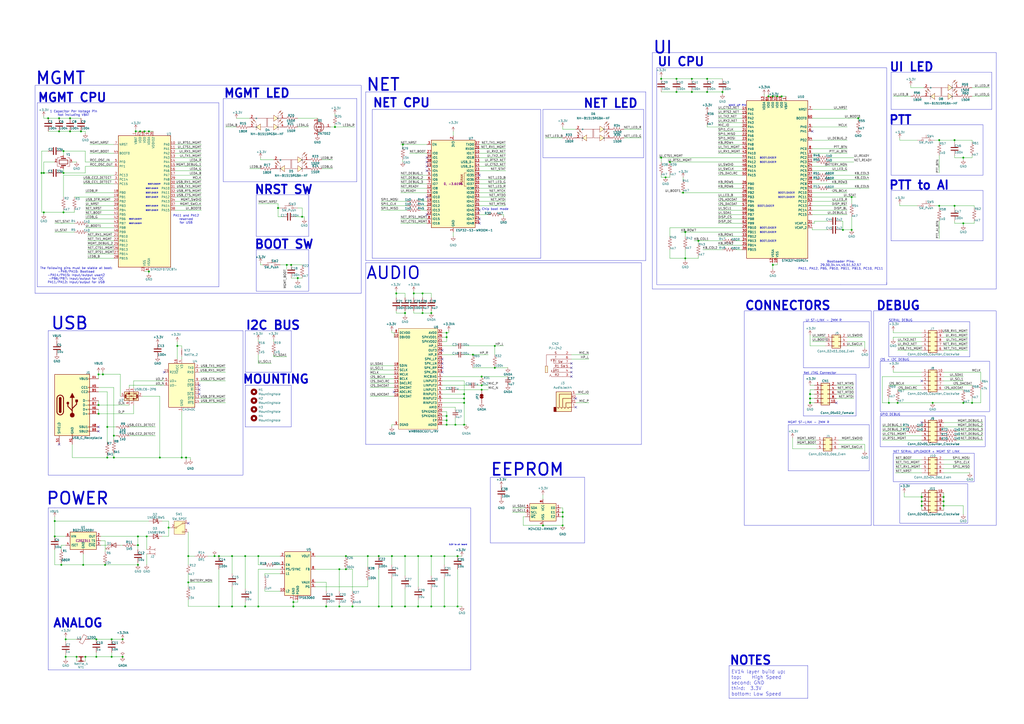
<source format=kicad_sch>
(kicad_sch (version 20250114) (generator "eeschema") (generator_version "9.0")
  (paper "A2")
  (title_block (title "EV15 FINN BERG & BRETT REGNIER") (date "2025-07-25") (rev "EV15") (company "CISCO SYSTEMS INC"))
  (lib_symbols
    (symbol "Battery_Management:BQ21040DBV"
      (property "Reference" "U" (at -7.62 6.35 0))
      (property "Value" "BQ21040DBV" (at 1.27 6.35 0))
      (symbol "BQ21040DBV_1_1"
        (pin power_in line (at -10.16 2.54 0) (length 2.54) (name "VIN") (number "6"))
        (pin input line (at -10.16 -2.54 0) (length 2.54) (name "ISET") (number "4"))
        (pin power_in line (at 0 -7.62 90) (length 2.54) (name "GND") (number "5"))
        (pin power_out line (at 10.16 2.54 180) (length 2.54) (name "OUT") (number "2"))
        (pin input line (at 10.16 0 180) (length 2.54) (name "TS") (number "1"))
        (pin open_collector line (at 10.16 -2.54 180) (length 2.54) (name "~{CHG}") (number "3"))
      )
    )
    (symbol "Connector:Conn_01x02_Socket" (pin_names (offset 1.016) (hide yes))
      (property "Reference" "J" (at 0 2.54 0))
      (property "Value" "Conn_01x02_Socket" (at 0 -5.08 0))
      (symbol "Conn_01x02_Socket_1_1"
        (pin passive line (at -5.08 0 0) (length 3.81) (name "Pin_1") (number "1"))
        (pin passive line (at -5.08 -2.54 0) (length 3.81) (name "Pin_2") (number "2"))
      )
    )
    (symbol "Connector:USB_C_Receptacle_USB2.0_16P" (pin_names (offset 1.016))
      (property "Reference" "J" (at 0 22.225 0))
      (property "Value" "USB_C_Receptacle_USB2.0_16P" (at 0 19.685 0))
      (symbol "USB_C_Receptacle_USB2.0_16P_1_1"
        (pin passive line (at -7.62 -22.86 90) (length 5.08) (name "SHIELD") (number "S1"))
        (pin passive line (at 0 -22.86 90) (length 5.08) (name "GND") (number "A1"))
        (pin passive line (at 0 -22.86 90) (length 5.08) (hide yes) (name "GND") (number "A12"))
        (pin passive line (at 0 -22.86 90) (length 5.08) (hide yes) (name "GND") (number "B1"))
        (pin passive line (at 0 -22.86 90) (length 5.08) (hide yes) (name "GND") (number "B12"))
        (pin passive line (at 15.24 15.24 180) (length 5.08) (name "VBUS") (number "A4"))
        (pin passive line (at 15.24 15.24 180) (length 5.08) (hide yes) (name "VBUS") (number "A9"))
        (pin passive line (at 15.24 15.24 180) (length 5.08) (hide yes) (name "VBUS") (number "B4"))
        (pin passive line (at 15.24 15.24 180) (length 5.08) (hide yes) (name "VBUS") (number "B9"))
        (pin bidirectional line (at 15.24 10.16 180) (length 5.08) (name "CC1") (number "A5"))
        (pin bidirectional line (at 15.24 7.62 180) (length 5.08) (name "CC2") (number "B5"))
        (pin bidirectional line (at 15.24 2.54 180) (length 5.08) (name "D-") (number "A7"))
        (pin bidirectional line (at 15.24 0 180) (length 5.08) (name "D-") (number "B7"))
        (pin bidirectional line (at 15.24 -2.54 180) (length 5.08) (name "D+") (number "A6"))
        (pin bidirectional line (at 15.24 -5.08 180) (length 5.08) (name "D+") (number "B6"))
        (pin bidirectional line (at 15.24 -12.7 180) (length 5.08) (name "SBU1") (number "A8"))
        (pin bidirectional line (at 15.24 -15.24 180) (length 5.08) (name "SBU2") (number "B8"))
      )
    )
    (symbol "Connector_Audio:AudioJack4"
      (property "Reference" "J" (at 0 8.89 0))
      (property "Value" "AudioJack4" (at 0 6.35 0))
      (symbol "AudioJack4_1_1"
        (pin passive line (at 5.08 2.54 180) (length 2.54) (name "~") (number "S"))
        (pin passive line (at 5.08 0 180) (length 2.54) (name "~") (number "R2"))
        (pin passive line (at 5.08 -2.54 180) (length 2.54) (name "~") (number "R1"))
        (pin passive line (at 5.08 -5.08 180) (length 2.54) (name "~") (number "T"))
      )
    )
    (symbol "Connector_Generic:Conn_02x03_Odd_Even" (pin_names (offset 1.016) (hide yes))
      (property "Reference" "J" (at 1.27 5.08 0))
      (property "Value" "Conn_02x03_Odd_Even" (at 1.27 -5.08 0))
      (symbol "Conn_02x03_Odd_Even_1_1"
        (pin passive line (at -5.08 2.54 0) (length 3.81) (name "Pin_1") (number "1"))
        (pin passive line (at -5.08 0 0) (length 3.81) (name "Pin_3") (number "3"))
        (pin passive line (at -5.08 -2.54 0) (length 3.81) (name "Pin_5") (number "5"))
        (pin passive line (at 7.62 2.54 180) (length 3.81) (name "Pin_2") (number "2"))
        (pin passive line (at 7.62 0 180) (length 3.81) (name "Pin_4") (number "4"))
        (pin passive line (at 7.62 -2.54 180) (length 3.81) (name "Pin_6") (number "6"))
      )
    )
    (symbol "Connector_Generic:Conn_02x04_Odd_Even" (pin_names (offset 1.016) (hide yes))
      (property "Reference" "J" (at 1.27 5.08 0))
      (property "Value" "Conn_02x04_Odd_Even" (at 1.27 -7.62 0))
      (symbol "Conn_02x04_Odd_Even_1_1"
        (pin passive line (at -5.08 2.54 0) (length 3.81) (name "Pin_1") (number "1"))
        (pin passive line (at -5.08 0 0) (length 3.81) (name "Pin_3") (number "3"))
        (pin passive line (at -5.08 -2.54 0) (length 3.81) (name "Pin_5") (number "5"))
        (pin passive line (at -5.08 -5.08 0) (length 3.81) (name "Pin_7") (number "7"))
        (pin passive line (at 7.62 2.54 180) (length 3.81) (name "Pin_2") (number "2"))
        (pin passive line (at 7.62 0 180) (length 3.81) (name "Pin_4") (number "4"))
        (pin passive line (at 7.62 -2.54 180) (length 3.81) (name "Pin_6") (number "6"))
        (pin passive line (at 7.62 -5.08 180) (length 3.81) (name "Pin_8") (number "8"))
      )
    )
    (symbol "Connector_Generic:Conn_02x05_Counter_Clockwise" (pin_names (offset 1.016) (hide yes))
      (property "Reference" "J" (at 1.27 7.62 0))
      (property "Value" "Conn_02x05_Counter_Clockwise" (at 1.27 -7.62 0))
      (symbol "Conn_02x05_Counter_Clockwise_1_1"
        (pin passive line (at -5.08 5.08 0) (length 3.81) (name "Pin_1") (number "1"))
        (pin passive line (at -5.08 2.54 0) (length 3.81) (name "Pin_2") (number "2"))
        (pin passive line (at -5.08 0 0) (length 3.81) (name "Pin_3") (number "3"))
        (pin passive line (at -5.08 -2.54 0) (length 3.81) (name "Pin_4") (number "4"))
        (pin passive line (at -5.08 -5.08 0) (length 3.81) (name "Pin_5") (number "5"))
        (pin passive line (at 7.62 5.08 180) (length 3.81) (name "Pin_10") (number "10"))
        (pin passive line (at 7.62 2.54 180) (length 3.81) (name "Pin_9") (number "9"))
        (pin passive line (at 7.62 0 180) (length 3.81) (name "Pin_8") (number "8"))
        (pin passive line (at 7.62 -2.54 180) (length 3.81) (name "Pin_7") (number "7"))
        (pin passive line (at 7.62 -5.08 180) (length 3.81) (name "Pin_6") (number "6"))
      )
    )
    (symbol "Connector_Generic:Conn_02x05_Odd_Even" (pin_names (offset 1.016) (hide yes))
      (property "Reference" "J" (at 1.27 7.62 0))
      (property "Value" "Conn_02x05_Odd_Even" (at 1.27 -7.62 0))
      (symbol "Conn_02x05_Odd_Even_1_1"
        (pin passive line (at -5.08 5.08 0) (length 3.81) (name "Pin_1") (number "1"))
        (pin passive line (at -5.08 2.54 0) (length 3.81) (name "Pin_3") (number "3"))
        (pin passive line (at -5.08 0 0) (length 3.81) (name "Pin_5") (number "5"))
        (pin passive line (at -5.08 -2.54 0) (length 3.81) (name "Pin_7") (number "7"))
        (pin passive line (at -5.08 -5.08 0) (length 3.81) (name "Pin_9") (number "9"))
        (pin passive line (at 7.62 5.08 180) (length 3.81) (name "Pin_2") (number "2"))
        (pin passive line (at 7.62 2.54 180) (length 3.81) (name "Pin_4") (number "4"))
        (pin passive line (at 7.62 0 180) (length 3.81) (name "Pin_6") (number "6"))
        (pin passive line (at 7.62 -2.54 180) (length 3.81) (name "Pin_8") (number "8"))
        (pin passive line (at 7.62 -5.08 180) (length 3.81) (name "Pin_10") (number "10"))
      )
    )
    (symbol "Device:C" (pin_numbers (hide yes)) (pin_names (offset 0.254))
      (property "Reference" "C" (at 0.635 2.54 0))
      (property "Value" "C" (at 0.635 -2.54 0))
      (symbol "C_1_1"
        (pin passive line (at 0 3.81 270) (length 2.794) (name "~") (number "1"))
        (pin passive line (at 0 -3.81 90) (length 2.794) (name "~") (number "2"))
      )
    )
    (symbol "Device:C_Small" (pin_numbers (hide yes)) (pin_names (offset 0.254) (hide yes))
      (property "Reference" "C" (at 0.254 1.778 0))
      (property "Value" "C_Small" (at 0.254 -2.032 0))
      (symbol "C_Small_1_1"
        (pin passive line (at 0 2.54 270) (length 2.032) (name "~") (number "1"))
        (pin passive line (at 0 -2.54 90) (length 2.032) (name "~") (number "2"))
      )
    )
    (symbol "Device:Crystal_GND24" (pin_names (offset 1.016) (hide yes))
      (property "Reference" "Y" (at 3.175 5.08 0))
      (property "Value" "Crystal_GND24" (at 3.175 3.175 0))
      (symbol "Crystal_GND24_1_1"
        (pin passive line (at -3.81 0 0) (length 1.27) (name "1") (number "1"))
        (pin passive line (at 0 5.08 270) (length 1.27) (name "2") (number "2"))
        (pin passive line (at 0 -5.08 90) (length 1.27) (name "4") (number "4"))
        (pin passive line (at 3.81 0 180) (length 1.27) (name "3") (number "3"))
      )
    )
    (symbol "Device:D_Schottky" (pin_numbers (hide yes)) (pin_names (offset 1.016) (hide yes))
      (property "Reference" "D" (at 0 2.54 0))
      (property "Value" "D_Schottky" (at 0 -2.54 0))
      (symbol "D_Schottky_1_1"
        (pin passive line (at -3.81 0 0) (length 2.54) (name "K") (number "1"))
        (pin passive line (at 3.81 0 180) (length 2.54) (name "A") (number "2"))
      )
    )
    (symbol "Device:FerriteBead" (pin_numbers (hide yes)) (pin_names (offset 0))
      (property "Reference" "FB" (at -3.81 0.635 90))
      (property "Value" "FerriteBead" (at 3.81 0 90))
      (symbol "FerriteBead_1_1"
        (pin passive line (at 0 3.81 270) (length 2.54) (name "~") (number "1"))
        (pin passive line (at 0 -3.81 90) (length 2.54) (name "~") (number "2"))
      )
    )
    (symbol "Device:L" (pin_numbers (hide yes)) (pin_names (offset 1.016) (hide yes))
      (property "Reference" "L" (at -1.27 0 90))
      (property "Value" "L" (at 1.905 0 90))
      (symbol "L_1_1"
        (pin passive line (at 0 3.81 270) (length 1.27) (name "1") (number "1"))
        (pin passive line (at 0 -3.81 90) (length 1.27) (name "2") (number "2"))
      )
    )
    (symbol "Device:LED" (pin_numbers (hide yes)) (pin_names (offset 1.016) (hide yes))
      (property "Reference" "D" (at 0 2.54 0))
      (property "Value" "LED" (at 0 -2.54 0))
      (symbol "LED_1_1"
        (pin passive line (at -3.81 0 0) (length 2.54) (name "K") (number "1"))
        (pin passive line (at 3.81 0 180) (length 2.54) (name "A") (number "2"))
      )
    )
    (symbol "Device:NetTie_2" (pin_numbers (hide yes)) (pin_names (offset 0) (hide yes)) (in_bom no)
      (property "Reference" "NT" (at 0 1.27 0))
      (property "Value" "NetTie_2" (at 0 -1.27 0))
      (symbol "NetTie_2_1_1"
        (pin passive line (at -2.54 0 0) (length 2.54) (name "1") (number "1"))
        (pin passive line (at 2.54 0 180) (length 2.54) (name "2") (number "2"))
      )
    )
    (symbol "Device:NetTie_4" (pin_numbers (hide yes)) (pin_names (offset 0) (hide yes)) (in_bom no)
      (property "Reference" "NT" (at 0 1.27 0))
      (property "Value" "NetTie_4" (at 0 -3.81 0))
      (symbol "NetTie_4_1_1"
        (pin passive line (at -2.54 0 0) (length 2.54) (name "1") (number "1"))
        (pin passive line (at -2.54 -2.54 0) (length 2.54) (name "3") (number "3"))
        (pin passive line (at 2.54 0 180) (length 2.54) (name "2") (number "2"))
        (pin passive line (at 2.54 -2.54 180) (length 2.54) (name "4") (number "4"))
      )
    )
    (symbol "Device:R_Small_US" (pin_numbers (hide yes)) (pin_names (offset 0.254) (hide yes))
      (property "Reference" "R" (at 0.762 0.508 0))
      (property "Value" "R_Small_US" (at 0.762 -1.016 0))
      (symbol "R_Small_US_1_1"
        (pin passive line (at 0 2.54 270) (length 1.016) (name "~") (number "1"))
        (pin passive line (at 0 -2.54 90) (length 1.016) (name "~") (number "2"))
      )
    )
    (symbol "Device:R_US" (pin_numbers (hide yes)) (pin_names (offset 0))
      (property "Reference" "R" (at 2.54 0 90))
      (property "Value" "R_US" (at -2.54 0 90))
      (symbol "R_US_1_1"
        (pin passive line (at 0 3.81 270) (length 1.27) (name "~") (number "1"))
        (pin passive line (at 0 -3.81 90) (length 1.27) (name "~") (number "2"))
      )
    )
    (symbol "Hactar_Symbols:NH-B1515RGBA-HF"
      (property "Reference" "D**" (at 0 -2.54 0))
      (property "Value" "NH-B1515RGBA-HF" (at 0 -4.572 0))
      (symbol "NH-B1515RGBA-HF_0_1"
        (pin passive line (at -10.16 6.35 0) (length 2.54) (name "+") (number "2"))
        (pin passive line (at -10.16 1.27 0) (length 2.54) (name "-") (number "3"))
        (pin passive line (at 10.16 6.35 180) (length 2.54) (name "-") (number "1"))
        (pin passive line (at 10.16 1.27 180) (length 2.54) (name "-") (number "4"))
      )
    )
    (symbol "Hactar_Symbols:PJ-242"
      (property "Reference" "CN" (at 0 12.7 0))
      (property "Value" "PJ-242" (at 0 -10.16 0))
      (symbol "PJ-242_1_1"
        (text "S" (at -6.604 8.636 0) (effects (font (size 1.27 1.27))))
        (text "T" (at -6.604 6.096 0) (effects (font (size 1.27 1.27))))
        (text "R1" (at -5.842 -1.524 0) (effects (font (size 1.27 1.27))))
        (text "R2" (at -5.842 -4.064 0) (effects (font (size 1.27 1.27))))
        (text "T SW" (at -4.826 3.556 0) (effects (font (size 1.27 1.27))))
        (text "R1 SW" (at -4.064 1.016 0) (effects (font (size 1.27 1.27))))
        (pin passive line (at 2.54 7.62 180) (length 5.08) (name "") (number "2"))
        (pin passive line (at 2.54 5.08 180) (length 5.08) (name "") (number "6"))
        (pin passive line (at 2.54 2.54 180) (length 5.08) (name "") (number "7"))
        (pin passive line (at 2.54 0 180) (length 5.08) (name "") (number "5"))
        (pin passive line (at 2.54 -2.54 180) (length 5.08) (name "") (number "4"))
        (pin passive line (at 2.54 -5.08 180) (length 5.08) (name "") (number "3"))
      )
    )
    (symbol "Hactar_Symbols:WM8960CGEFL/RV"
      (property "Reference" "U" (at 11.684 -2.286 0))
      (property "Value" "WM8960CGEFL/RV" (at 11.938 -4.318 0))
      (symbol "WM8960CGEFL/RV_1_1"
        (pin power_in line (at -2.54 55.88 0) (length 2.54) (name "DCVDD") (number "8"))
        (pin power_in line (at -2.54 53.34 0) (length 2.54) (name "DBVDD") (number "10"))
        (pin input line (at -2.54 36.83 0) (length 2.54) (name "SDIN") (number "18"))
        (pin input line (at -2.54 34.29 0) (length 2.54) (name "SCLK") (number "17"))
        (pin input line (at -2.54 31.75 0) (length 2.54) (name "MCLK") (number "11"))
        (pin input line (at -2.54 29.21 0) (length 2.54) (name "BCLK") (number "12"))
        (pin input line (at -2.54 26.67 0) (length 2.54) (name "DACLRC") (number "13"))
        (pin input line (at -2.54 24.13 0) (length 2.54) (name "DACDAT") (number "14"))
        (pin input line (at -2.54 21.59 0) (length 2.54) (name "ADCLRC") (number "15"))
        (pin input line (at -2.54 19.05 0) (length 2.54) (name "ADCDAT") (number "16"))
        (pin power_in line (at -2.54 2.54 0) (length 2.54) (name "DGND") (number "9"))
        (pin power_in line (at 25.4 55.88 180) (length 2.54) (name "AVDD") (number "32"))
        (pin power_in line (at 25.4 53.34 180) (length 2.54) (name "SPKVDD1") (number "26"))
        (pin power_in line (at 25.4 50.8 180) (length 2.54) (name "SPKVDD2") (number "21"))
        (pin input line (at 25.4 48.26 180) (length 2.54) (name "HP_L") (number "31"))
        (pin input line (at 25.4 45.72 180) (length 2.54) (name "OUT3") (number "30"))
        (pin input line (at 25.4 43.18 180) (length 2.54) (name "HP_R") (number "29"))
        (pin input line (at 25.4 40.64 180) (length 2.54) (name "SPK_LP") (number "25"))
        (pin input line (at 25.4 38.1 180) (length 2.54) (name "SPK_LN") (number "23"))
        (pin input line (at 25.4 35.56 180) (length 2.54) (name "SPK_RP") (number "22"))
        (pin input line (at 25.4 33.02 180) (length 2.54) (name "SPK_RN") (number "19"))
        (pin input line (at 25.4 30.48 180) (length 2.54) (name "MICBIAS") (number "1"))
        (pin input line (at 25.4 27.94 180) (length 2.54) (name "LINPUT3") (number "2"))
        (pin input line (at 25.4 25.4 180) (length 2.54) (name "LINPUT2") (number "3"))
        (pin input line (at 25.4 22.86 180) (length 2.54) (name "LINPUT1") (number "4"))
        (pin input line (at 25.4 20.32 180) (length 2.54) (name "RINPUT1") (number "5"))
        (pin input line (at 25.4 17.78 180) (length 2.54) (name "RINPUT2") (number "6"))
        (pin input line (at 25.4 15.24 180) (length 2.54) (name "RINPUT3") (number "7"))
        (pin input line (at 25.4 12.7 180) (length 2.54) (name "AMID") (number "27"))
        (pin power_in line (at 25.4 10.16 180) (length 2.54) (name "SPKGND2") (number "20"))
        (pin power_in line (at 25.4 7.62 180) (length 2.54) (name "SPKGND1") (number "24"))
        (pin power_in line (at 25.4 5.08 180) (length 2.54) (name "EP") (number "33"))
        (pin power_in line (at 25.4 2.54 180) (length 2.54) (name "AGND") (number "28"))
      )
    )
    (symbol "Interface_USB:CH340C"
      (property "Reference" "U" (at -5.08 13.97 0))
      (property "Value" "CH340C" (at 1.27 13.97 0))
      (symbol "CH340C_1_1"
        (pin input line (at -10.16 7.62 0) (length 2.54) (name "R232") (number "15"))
        (pin bidirectional line (at -10.16 2.54 0) (length 2.54) (name "UD+") (number "5"))
        (pin bidirectional line (at -10.16 0 0) (length 2.54) (name "UD-") (number "6"))
        (pin no_connect line (at -7.62 -5.08 0) (length 2.54) (hide yes) (name "NC") (number "7"))
        (pin no_connect line (at -7.62 -7.62 0) (length 2.54) (hide yes) (name "NC") (number "8"))
        (pin power_in line (at -2.54 15.24 270) (length 2.54) (name "VCC") (number "16"))
        (pin power_out line (at 0 15.24 270) (length 2.54) (name "V3") (number "4"))
        (pin power_in line (at 0 -15.24 90) (length 2.54) (name "GND") (number "1"))
        (pin output line (at 10.16 10.16 180) (length 2.54) (name "TXD") (number "2"))
        (pin input line (at 10.16 7.62 180) (length 2.54) (name "RXD") (number "3"))
        (pin input line (at 10.16 2.54 180) (length 2.54) (name "~{CTS}") (number "9"))
        (pin input line (at 10.16 0 180) (length 2.54) (name "~{DSR}") (number "10"))
        (pin input line (at 10.16 -2.54 180) (length 2.54) (name "~{RI}") (number "11"))
        (pin input line (at 10.16 -5.08 180) (length 2.54) (name "~{DCD}") (number "12"))
        (pin output line (at 10.16 -7.62 180) (length 2.54) (name "~{DTR}") (number "13"))
        (pin output line (at 10.16 -10.16 180) (length 2.54) (name "~{RTS}") (number "14"))
      )
    )
    (symbol "Jumper:SolderJumper_2_Bridged" (pin_numbers (hide yes)) (pin_names (offset 0) (hide yes)) (exclude_from_sim yes) (in_bom no)
      (property "Reference" "JP" (at 0 2.032 0))
      (property "Value" "SolderJumper_2_Bridged" (at 0 -2.54 0))
      (symbol "SolderJumper_2_Bridged_1_1"
        (pin passive line (at -3.81 0 0) (length 2.54) (name "A") (number "1"))
        (pin passive line (at 3.81 0 180) (length 2.54) (name "B") (number "2"))
      )
    )
    (symbol "MCU_ST_STM32F0:STM32F072C8Tx"
      (property "Reference" "U" (at -15.24 39.37 0))
      (property "Value" "STM32F072C8Tx" (at 7.62 39.37 0))
      (symbol "STM32F072C8Tx_1_1"
        (pin input line (at -17.78 33.02 0) (length 2.54) (name "NRST") (number "7"))
        (pin input line (at -17.78 27.94 0) (length 2.54) (name "BOOT0") (number "44"))
        (pin bidirectional line (at -17.78 22.86 0) (length 2.54) (name "PF0") (number "5"))
        (pin bidirectional line (at -17.78 20.32 0) (length 2.54) (name "PF1") (number "6"))
        (pin bidirectional line (at -17.78 15.24 0) (length 2.54) (name "PC13") (number "2"))
        (pin bidirectional line (at -17.78 12.7 0) (length 2.54) (name "PC14") (number "3"))
        (pin bidirectional line (at -17.78 10.16 0) (length 2.54) (name "PC15") (number "4"))
        (pin bidirectional line (at -17.78 5.08 0) (length 2.54) (name "PB0") (number "18"))
        (pin bidirectional line (at -17.78 2.54 0) (length 2.54) (name "PB1") (number "19"))
        (pin bidirectional line (at -17.78 0 0) (length 2.54) (name "PB2") (number "20"))
        (pin bidirectional line (at -17.78 -2.54 0) (length 2.54) (name "PB3") (number "39"))
        (pin bidirectional line (at -17.78 -5.08 0) (length 2.54) (name "PB4") (number "40"))
        (pin bidirectional line (at -17.78 -7.62 0) (length 2.54) (name "PB5") (number "41"))
        (pin bidirectional line (at -17.78 -10.16 0) (length 2.54) (name "PB6") (number "42"))
        (pin bidirectional line (at -17.78 -12.7 0) (length 2.54) (name "PB7") (number "43"))
        (pin bidirectional line (at -17.78 -15.24 0) (length 2.54) (name "PB8") (number "45"))
        (pin bidirectional line (at -17.78 -17.78 0) (length 2.54) (name "PB9") (number "46"))
        (pin bidirectional line (at -17.78 -20.32 0) (length 2.54) (name "PB10") (number "21"))
        (pin bidirectional line (at -17.78 -22.86 0) (length 2.54) (name "PB11") (number "22"))
        (pin bidirectional line (at -17.78 -25.4 0) (length 2.54) (name "PB12") (number "25"))
        (pin bidirectional line (at -17.78 -27.94 0) (length 2.54) (name "PB13") (number "26"))
        (pin bidirectional line (at -17.78 -30.48 0) (length 2.54) (name "PB14") (number "27"))
        (pin bidirectional line (at -17.78 -33.02 0) (length 2.54) (name "PB15") (number "28"))
        (pin power_in line (at -5.08 40.64 270) (length 2.54) (name "VBAT") (number "1"))
        (pin power_in line (at -2.54 40.64 270) (length 2.54) (name "VDD") (number "24"))
        (pin power_in line (at 0 40.64 270) (length 2.54) (name "VDD") (number "48"))
        (pin power_in line (at 0 -40.64 90) (length 2.54) (name "VSS") (number "23"))
        (pin passive line (at 0 -40.64 90) (length 2.54) (hide yes) (name "VSS") (number "35"))
        (pin passive line (at 0 -40.64 90) (length 2.54) (hide yes) (name "VSS") (number "47"))
        (pin power_in line (at 2.54 40.64 270) (length 2.54) (name "VDDA") (number "9"))
        (pin power_in line (at 2.54 -40.64 90) (length 2.54) (name "VSSA") (number "8"))
        (pin power_in line (at 5.08 40.64 270) (length 2.54) (name "VDDIO2") (number "36"))
        (pin bidirectional line (at 17.78 33.02 180) (length 2.54) (name "PA0") (number "10"))
        (pin bidirectional line (at 17.78 30.48 180) (length 2.54) (name "PA1") (number "11"))
        (pin bidirectional line (at 17.78 27.94 180) (length 2.54) (name "PA2") (number "12"))
        (pin bidirectional line (at 17.78 25.4 180) (length 2.54) (name "PA3") (number "13"))
        (pin bidirectional line (at 17.78 22.86 180) (length 2.54) (name "PA4") (number "14"))
        (pin bidirectional line (at 17.78 20.32 180) (length 2.54) (name "PA5") (number "15"))
        (pin bidirectional line (at 17.78 17.78 180) (length 2.54) (name "PA6") (number "16"))
        (pin bidirectional line (at 17.78 15.24 180) (length 2.54) (name "PA7") (number "17"))
        (pin bidirectional line (at 17.78 12.7 180) (length 2.54) (name "PA8") (number "29"))
        (pin bidirectional line (at 17.78 10.16 180) (length 2.54) (name "PA9") (number "30"))
        (pin bidirectional line (at 17.78 7.62 180) (length 2.54) (name "PA10") (number "31"))
        (pin bidirectional line (at 17.78 5.08 180) (length 2.54) (name "PA11") (number "32"))
        (pin bidirectional line (at 17.78 2.54 180) (length 2.54) (name "PA12") (number "33"))
        (pin bidirectional line (at 17.78 0 180) (length 2.54) (name "PA13") (number "34"))
        (pin bidirectional line (at 17.78 -2.54 180) (length 2.54) (name "PA14") (number "37"))
        (pin bidirectional line (at 17.78 -5.08 180) (length 2.54) (name "PA15") (number "38"))
      )
    )
    (symbol "MCU_ST_STM32F4:STM32F405RGTx"
      (property "Reference" "U" (at -17.78 46.99 0))
      (property "Value" "STM32F405RGTx" (at 10.16 46.99 0))
      (symbol "STM32F405RGTx_1_1"
        (pin input line (at -20.32 40.64 0) (length 2.54) (name "NRST") (number "7"))
        (pin input line (at -20.32 35.56 0) (length 2.54) (name "BOOT0") (number "60"))
        (pin bidirectional line (at -20.32 30.48 0) (length 2.54) (name "PH0") (number "5"))
        (pin bidirectional line (at -20.32 27.94 0) (length 2.54) (name "PH1") (number "6"))
        (pin bidirectional line (at -20.32 22.86 0) (length 2.54) (name "PD2") (number "54"))
        (pin bidirectional line (at -20.32 17.78 0) (length 2.54) (name "PC0") (number "8"))
        (pin bidirectional line (at -20.32 15.24 0) (length 2.54) (name "PC1") (number "9"))
        (pin bidirectional line (at -20.32 12.7 0) (length 2.54) (name "PC2") (number "10"))
        (pin bidirectional line (at -20.32 10.16 0) (length 2.54) (name "PC3") (number "11"))
        (pin bidirectional line (at -20.32 7.62 0) (length 2.54) (name "PC4") (number "24"))
        (pin bidirectional line (at -20.32 5.08 0) (length 2.54) (name "PC5") (number "25"))
        (pin bidirectional line (at -20.32 2.54 0) (length 2.54) (name "PC6") (number "37"))
        (pin bidirectional line (at -20.32 0 0) (length 2.54) (name "PC7") (number "38"))
        (pin bidirectional line (at -20.32 -2.54 0) (length 2.54) (name "PC8") (number "39"))
        (pin bidirectional line (at -20.32 -5.08 0) (length 2.54) (name "PC9") (number "40"))
        (pin bidirectional line (at -20.32 -7.62 0) (length 2.54) (name "PC10") (number "51"))
        (pin bidirectional line (at -20.32 -10.16 0) (length 2.54) (name "PC11") (number "52"))
        (pin bidirectional line (at -20.32 -12.7 0) (length 2.54) (name "PC12") (number "53"))
        (pin bidirectional line (at -20.32 -15.24 0) (length 2.54) (name "PC13") (number "2"))
        (pin bidirectional line (at -20.32 -17.78 0) (length 2.54) (name "PC14") (number "3"))
        (pin bidirectional line (at -20.32 -20.32 0) (length 2.54) (name "PC15") (number "4"))
        (pin power_out line (at -20.32 -25.4 0) (length 2.54) (name "VCAP_1") (number "31"))
        (pin power_out line (at -20.32 -27.94 0) (length 2.54) (name "VCAP_2") (number "47"))
        (pin power_in line (at -5.08 48.26 270) (length 2.54) (name "VBAT") (number "1"))
        (pin power_in line (at -2.54 48.26 270) (length 2.54) (name "VDD") (number "19"))
        (pin power_in line (at 0 48.26 270) (length 2.54) (name "VDD") (number "32"))
        (pin power_in line (at 0 -48.26 90) (length 2.54) (name "VSS") (number "18"))
        (pin passive line (at 0 -48.26 90) (length 2.54) (hide yes) (name "VSS") (number "63"))
        (pin power_in line (at 2.54 48.26 270) (length 2.54) (name "VDD") (number "48"))
        (pin power_in line (at 2.54 -48.26 90) (length 2.54) (name "VSSA") (number "12"))
        (pin power_in line (at 5.08 48.26 270) (length 2.54) (name "VDD") (number "64"))
        (pin power_in line (at 7.62 48.26 270) (length 2.54) (name "VDDA") (number "13"))
        (pin bidirectional line (at 20.32 40.64 180) (length 2.54) (name "PA0") (number "14"))
        (pin bidirectional line (at 20.32 38.1 180) (length 2.54) (name "PA1") (number "15"))
        (pin bidirectional line (at 20.32 35.56 180) (length 2.54) (name "PA2") (number "16"))
        (pin bidirectional line (at 20.32 33.02 180) (length 2.54) (name "PA3") (number "17"))
        (pin bidirectional line (at 20.32 30.48 180) (length 2.54) (name "PA4") (number "20"))
        (pin bidirectional line (at 20.32 27.94 180) (length 2.54) (name "PA5") (number "21"))
        (pin bidirectional line (at 20.32 25.4 180) (length 2.54) (name "PA6") (number "22"))
        (pin bidirectional line (at 20.32 22.86 180) (length 2.54) (name "PA7") (number "23"))
        (pin bidirectional line (at 20.32 20.32 180) (length 2.54) (name "PA8") (number "41"))
        (pin bidirectional line (at 20.32 17.78 180) (length 2.54) (name "PA9") (number "42"))
        (pin bidirectional line (at 20.32 15.24 180) (length 2.54) (name "PA10") (number "43"))
        (pin bidirectional line (at 20.32 12.7 180) (length 2.54) (name "PA11") (number "44"))
        (pin bidirectional line (at 20.32 10.16 180) (length 2.54) (name "PA12") (number "45"))
        (pin bidirectional line (at 20.32 7.62 180) (length 2.54) (name "PA13") (number "46"))
        (pin bidirectional line (at 20.32 5.08 180) (length 2.54) (name "PA14") (number "49"))
        (pin bidirectional line (at 20.32 2.54 180) (length 2.54) (name "PA15") (number "50"))
        (pin bidirectional line (at 20.32 -2.54 180) (length 2.54) (name "PB0") (number "26"))
        (pin bidirectional line (at 20.32 -5.08 180) (length 2.54) (name "PB1") (number "27"))
        (pin bidirectional line (at 20.32 -7.62 180) (length 2.54) (name "PB2") (number "28"))
        (pin bidirectional line (at 20.32 -10.16 180) (length 2.54) (name "PB3") (number "55"))
        (pin bidirectional line (at 20.32 -12.7 180) (length 2.54) (name "PB4") (number "56"))
        (pin bidirectional line (at 20.32 -15.24 180) (length 2.54) (name "PB5") (number "57"))
        (pin bidirectional line (at 20.32 -17.78 180) (length 2.54) (name "PB6") (number "58"))
        (pin bidirectional line (at 20.32 -20.32 180) (length 2.54) (name "PB7") (number "59"))
        (pin bidirectional line (at 20.32 -22.86 180) (length 2.54) (name "PB8") (number "61"))
        (pin bidirectional line (at 20.32 -25.4 180) (length 2.54) (name "PB9") (number "62"))
        (pin bidirectional line (at 20.32 -27.94 180) (length 2.54) (name "PB10") (number "29"))
        (pin bidirectional line (at 20.32 -30.48 180) (length 2.54) (name "PB11") (number "30"))
        (pin bidirectional line (at 20.32 -33.02 180) (length 2.54) (name "PB12") (number "33"))
        (pin bidirectional line (at 20.32 -35.56 180) (length 2.54) (name "PB13") (number "34"))
        (pin bidirectional line (at 20.32 -38.1 180) (length 2.54) (name "PB14") (number "35"))
        (pin bidirectional line (at 20.32 -40.64 180) (length 2.54) (name "PB15") (number "36"))
      )
    )
    (symbol "Mechanical:MountingHole" (pin_names (offset 1.016)) (in_bom no)
      (property "Reference" "H" (at 0 5.08 0))
      (property "Value" "MountingHole" (at 0 3.175 0))
    )
    (symbol "Memory_EEPROM:M24C02-RMN"
      (property "Reference" "U" (at -6.35 6.35 0))
      (property "Value" "M24C02-RMN" (at 7.62 6.35 0))
      (symbol "M24C02-RMN_1_1"
        (pin input line (at -10.16 2.54 0) (length 2.54) (name "E0") (number "1"))
        (pin input line (at -10.16 0 0) (length 2.54) (name "E1") (number "2"))
        (pin input line (at -10.16 -2.54 0) (length 2.54) (name "E2") (number "3"))
        (pin power_in line (at 0 7.62 270) (length 2.54) (name "VCC") (number "8"))
        (pin power_in line (at 0 -7.62 90) (length 2.54) (name "VSS") (number "4"))
        (pin bidirectional line (at 10.16 2.54 180) (length 2.54) (name "SDA") (number "5"))
        (pin input line (at 10.16 0 180) (length 2.54) (name "SCL") (number "6"))
        (pin input line (at 10.16 -2.54 180) (length 2.54) (name "~{WC}") (number "7"))
      )
    )
    (symbol "NH-B1515RGBA-HF_1"
      (property "Reference" "D**" (at 0 -2.54 0))
      (property "Value" "NH-B1515RGBA-HF" (at 0 -4.572 0))
      (symbol "NH-B1515RGBA-HF_1_0_1"
        (pin passive line (at -10.16 6.35 0) (length 2.54) (name "+") (number "2"))
        (pin passive line (at -10.16 1.27 0) (length 2.54) (name "-") (number "3"))
        (pin passive line (at 10.16 6.35 180) (length 2.54) (name "-") (number "1"))
        (pin passive line (at 10.16 1.27 180) (length 2.54) (name "-") (number "4"))
      )
    )
    (symbol "NH-B1515RGBA-HF_2"
      (property "Reference" "D**" (at 0 -2.54 0))
      (property "Value" "NH-B1515RGBA-HF" (at 0 -4.572 0))
      (symbol "NH-B1515RGBA-HF_2_0_1"
        (pin passive line (at -10.16 6.35 0) (length 2.54) (name "+") (number "2"))
        (pin passive line (at -10.16 1.27 0) (length 2.54) (name "-") (number "3"))
        (pin passive line (at 10.16 6.35 180) (length 2.54) (name "-") (number "1"))
        (pin passive line (at 10.16 1.27 180) (length 2.54) (name "-") (number "4"))
      )
    )
    (symbol "NH-B1515RGBA-HF_3"
      (property "Reference" "D**" (at 0 -2.54 0))
      (property "Value" "NH-B1515RGBA-HF" (at 0 -4.572 0))
      (symbol "NH-B1515RGBA-HF_3_0_1"
        (pin passive line (at -10.16 6.35 0) (length 2.54) (name "+") (number "2"))
        (pin passive line (at -10.16 1.27 0) (length 2.54) (name "-") (number "3"))
        (pin passive line (at 10.16 6.35 180) (length 2.54) (name "-") (number "1"))
        (pin passive line (at 10.16 1.27 180) (length 2.54) (name "-") (number "4"))
      )
    )
    (symbol "Power_Protection:USBLC6-2P6" (pin_names (hide yes))
      (property "Reference" "U" (at 0.635 5.715 0))
      (property "Value" "USBLC6-2P6" (at 0.635 3.81 0))
      (symbol "USBLC6-2P6_1_1"
        (pin passive line (at -5.08 0 0) (length 2.54) (name "I/O1") (number "1"))
        (pin passive line (at -5.08 -2.54 0) (length 2.54) (name "I/O2") (number "3"))
        (pin passive line (at 0 5.08 270) (length 2.54) (name "VBUS") (number "5"))
        (pin passive line (at 0 -7.62 90) (length 2.54) (name "GND") (number "2"))
        (pin passive line (at 5.08 0 180) (length 2.54) (name "I/O1") (number "6"))
        (pin passive line (at 5.08 -2.54 180) (length 2.54) (name "I/O2") (number "4"))
      )
    )
    (symbol "RF_Module:ESP32-S3-WROOM-1"
      (property "Reference" "U" (at -12.7 26.67 0))
      (property "Value" "ESP32-S3-WROOM-1" (at 12.7 26.67 0))
      (symbol "ESP32-S3-WROOM-1_0_0"
        (text "PSRAM" (at 5.08 2.54 900) (effects (font (size 1.27 1.27))))
      )
      (symbol "ESP32-S3-WROOM-1_1_1"
        (pin input line (at -15.24 22.86 0) (length 2.54) (name "EN") (number "3"))
        (pin bidirectional line (at -15.24 17.78 0) (length 2.54) (name "IO0") (number "27"))
        (pin bidirectional line (at -15.24 15.24 0) (length 2.54) (name "IO1") (number "39"))
        (pin bidirectional line (at -15.24 12.7 0) (length 2.54) (name "IO2") (number "38"))
        (pin bidirectional line (at -15.24 10.16 0) (length 2.54) (name "IO3") (number "15"))
        (pin bidirectional line (at -15.24 7.62 0) (length 2.54) (name "IO4") (number "4"))
        (pin bidirectional line (at -15.24 5.08 0) (length 2.54) (name "IO5") (number "5"))
        (pin bidirectional line (at -15.24 2.54 0) (length 2.54) (name "IO6") (number "6"))
        (pin bidirectional line (at -15.24 0 0) (length 2.54) (name "IO7") (number "7"))
        (pin bidirectional line (at -15.24 -2.54 0) (length 2.54) (name "IO8") (number "12"))
        (pin bidirectional line (at -15.24 -5.08 0) (length 2.54) (name "IO9") (number "17"))
        (pin bidirectional line (at -15.24 -7.62 0) (length 2.54) (name "IO10") (number "18"))
        (pin bidirectional line (at -15.24 -10.16 0) (length 2.54) (name "IO11") (number "19"))
        (pin bidirectional line (at -15.24 -12.7 0) (length 2.54) (name "IO12") (number "20"))
        (pin bidirectional line (at -15.24 -15.24 0) (length 2.54) (name "IO13") (number "21"))
        (pin bidirectional line (at -15.24 -17.78 0) (length 2.54) (name "IO14") (number "22"))
        (pin bidirectional line (at -15.24 -20.32 0) (length 2.54) (name "IO15") (number "8"))
        (pin bidirectional line (at -15.24 -22.86 0) (length 2.54) (name "IO16") (number "9"))
        (pin power_in line (at 0 27.94 270) (length 2.54) (name "3V3") (number "2"))
        (pin power_in line (at 0 -27.94 90) (length 2.54) (name "GND") (number "1"))
        (pin passive line (at 0 -27.94 90) (length 2.54) (hide yes) (name "GND") (number "40"))
        (pin passive line (at 0 -27.94 90) (length 2.54) (hide yes) (name "GND") (number "41"))
        (pin bidirectional line (at 15.24 22.86 180) (length 2.54) (name "TXD0") (number "37"))
        (pin bidirectional line (at 15.24 20.32 180) (length 2.54) (name "RXD0") (number "36"))
        (pin bidirectional line (at 15.24 17.78 180) (length 2.54) (name "IO17") (number "10"))
        (pin bidirectional line (at 15.24 15.24 180) (length 2.54) (name "IO18") (number "11"))
        (pin bidirectional line (at 15.24 12.7 180) (length 2.54) (name "USB_D-") (number "13"))
        (pin bidirectional line (at 15.24 10.16 180) (length 2.54) (name "USB_D+") (number "14"))
        (pin bidirectional line (at 15.24 7.62 180) (length 2.54) (name "IO21") (number "23"))
        (pin bidirectional line (at 15.24 5.08 180) (length 2.54) (name "IO35") (number "28"))
        (pin bidirectional line (at 15.24 2.54 180) (length 2.54) (name "IO36") (number "29"))
        (pin bidirectional line (at 15.24 0 180) (length 2.54) (name "IO37") (number "30"))
        (pin bidirectional line (at 15.24 -2.54 180) (length 2.54) (name "IO38") (number "31"))
        (pin bidirectional line (at 15.24 -5.08 180) (length 2.54) (name "IO39") (number "32"))
        (pin bidirectional line (at 15.24 -7.62 180) (length 2.54) (name "IO40") (number "33"))
        (pin bidirectional line (at 15.24 -10.16 180) (length 2.54) (name "IO41") (number "34"))
        (pin bidirectional line (at 15.24 -12.7 180) (length 2.54) (name "IO42") (number "35"))
        (pin bidirectional line (at 15.24 -15.24 180) (length 2.54) (name "IO45") (number "26"))
        (pin bidirectional line (at 15.24 -17.78 180) (length 2.54) (name "IO46") (number "16"))
        (pin bidirectional line (at 15.24 -20.32 180) (length 2.54) (name "IO47") (number "24"))
        (pin bidirectional line (at 15.24 -22.86 180) (length 2.54) (name "IO48") (number "25"))
      )
    )
    (symbol "Regulator_Switching:TPS63060"
      (property "Reference" "U" (at -7.62 13.97 0))
      (property "Value" "TPS63060" (at 2.54 13.97 0))
      (symbol "TPS63060_1_1"
        (pin power_in line (at -10.16 10.16 0) (length 2.54) (name "VIN") (number "2"))
        (pin input line (at -10.16 5.08 0) (length 2.54) (name "EN") (number "3"))
        (pin input line (at -10.16 2.54 0) (length 2.54) (name "PS/SYNC") (number "4"))
        (pin input line (at -10.16 0 0) (length 2.54) (name "L1") (number "1"))
        (pin input line (at -10.16 -10.16 0) (length 2.54) (name "L2") (number "10"))
        (pin power_in line (at -2.54 -15.24 90) (length 2.54) (name "GND") (number "7"))
        (pin power_in line (at 0 -15.24 90) (length 2.54) (name "PGND") (number "11"))
        (pin power_out line (at 10.16 10.16 180) (length 2.54) (name "VOUT") (number "9"))
        (pin input line (at 10.16 2.54 180) (length 2.54) (name "FB") (number "8"))
        (pin passive line (at 10.16 -5.08 180) (length 2.54) (name "VAUX") (number "6"))
        (pin output line (at 10.16 -7.62 180) (length 2.54) (name "PG") (number "5"))
      )
    )
    (symbol "Switch:SW_Push" (pin_numbers (hide yes)) (pin_names (offset 1.016) (hide yes))
      (property "Reference" "SW" (at 1.27 2.54 0))
      (property "Value" "SW_Push" (at 0 -1.524 0))
      (symbol "SW_Push_0_1"
        (pin passive line (at -5.08 0 0) (length 2.54) (name "1") (number "1"))
        (pin passive line (at 5.08 0 180) (length 2.54) (name "2") (number "2"))
      )
    )
    (symbol "Switch:SW_SPDT" (pin_names (offset 0) (hide yes))
      (property "Reference" "SW" (at 0 5.08 0))
      (property "Value" "SW_SPDT" (at 0 -5.08 0))
      (symbol "SW_SPDT_1_1"
        (pin passive line (at -5.08 0 0) (length 2.54) (name "B") (number "2"))
        (pin passive line (at 5.08 2.54 180) (length 2.54) (name "A") (number "1"))
        (pin passive line (at 5.08 -2.54 180) (length 2.54) (name "C") (number "3"))
      )
    )
    (symbol "Transistor_FET:2N7002" (pin_names (offset 0) (hide yes))
      (property "Reference" "Q" (at 5.08 1.905 0))
      (property "Value" "2N7002" (at 5.08 0 0))
      (symbol "2N7002_1_1"
        (pin input line (at -5.08 0 0) (length 2.54) (name "G") (number "1"))
        (pin passive line (at 2.54 5.08 270) (length 2.54) (name "D") (number "3"))
        (pin passive line (at 2.54 -5.08 90) (length 2.54) (name "S") (number "2"))
      )
    )
    (symbol "power:+3.3V" (power) (pin_numbers (hide yes)) (pin_names (offset 0) (hide yes))
      (property "Value" "+3.3V" (at 0 3.556 0))
      (symbol "+3.3V_1_1"
        (pin power_in line (at 0 0 90) (length 0) (name "~") (number "1"))
      )
    )
    (symbol "power:+3.3VA" (power) (pin_numbers (hide yes)) (pin_names (offset 0) (hide yes))
      (property "Value" "+3.3VA" (at 0 3.556 0))
      (symbol "+3.3VA_1_1"
        (pin power_in line (at 0 0 90) (length 0) (name "~") (number "1"))
      )
    )
    (symbol "power:GND" (power) (pin_numbers (hide yes)) (pin_names (offset 0) (hide yes))
      (property "Value" "GND" (at 0 -3.81 0))
      (symbol "GND_1_1"
        (pin power_in line (at 0 0 270) (length 0) (name "~") (number "1"))
      )
    )
    (symbol "power:GNDA" (power) (pin_numbers (hide yes)) (pin_names (offset 0) (hide yes))
      (property "Value" "GNDA" (at 0 -3.81 0))
      (symbol "GNDA_1_1"
        (pin power_in line (at 0 0 270) (length 0) (name "~") (number "1"))
      )
    )
    (symbol "power:PWR_FLAG" (power) (pin_numbers (hide yes)) (pin_names (offset 0) (hide yes))
      (property "Value" "PWR_FLAG" (at 0 3.81 0))
      (symbol "PWR_FLAG_0_0"
        (pin power_out line (at 0 0 90) (length 0) (name "~") (number "1"))
      )
    )
    (symbol "power:VBUS" (power) (pin_numbers (hide yes)) (pin_names (offset 0) (hide yes))
      (property "Value" "VBUS" (at 0 3.556 0))
      (symbol "VBUS_1_1"
        (pin power_in line (at 0 0 90) (length 0) (name "~") (number "1"))
      )
    )
  )
  (rectangle (start 431.8 180.34) (end 505.46 304.8))
  (rectangle (start 20.32 49.53) (end 209.55 170.18))
  (rectangle (start 506.73 180.34) (end 577.85 304.8))
  (rectangle (start 521.97 280.67) (end 561.34 303.53))
  (rectangle (start 518.16 262.89) (end 565.15 279.4))
  (rectangle (start 510.54 209.55) (end 574.04 238.76))
  (rectangle (start 148.59 113.03) (end 179.07 137.16))
  (rectangle (start 215.9 63.5) (end 313.69 149.86))
  (rectangle (start 510.54 241.3) (end 571.5 259.08))
  (rectangle (start 212.09 152.4) (end 372.11 257.81))
  (rectangle (start 27.94 191.77) (end 140.97 275.59))
  (rectangle (start 148.59 144.78) (end 179.07 168.91))
  (rectangle (start 515.62 186.69) (end 562.61 207.01))
  (text "MGMT " (at 20.32 49.53 0) (effects (font (size 7 7) (thickness 1) (bold yes)) (justify left bottom)))
  (text "BOOTLOADER" (at 88.138 122.174 0) (effects (font (size 0.762 0.762))))
  (text "UI\n" (at 378.46 31.75 0) (effects (font (size 7 7) (thickness 1) (bold yes)) (justify left bottom)))
  (text "NET CPU" (at 215.9 62.738 0) (effects (font (size 5 5) (thickness 1) (bold yes)) (justify left bottom)))
  (text "BOOTLOADER" (at 88.138 112.014 0) (effects (font (size 0.762 0.762))))
  (text "MGMT CPU" (at 21.59 59.69 0) (effects (font (size 5 5) (thickness 1) (bold yes)) (justify left bottom)))
  (text "WAKE UP PIN" (at 427.736 61.214 0) (effects (font (size 1.016 1.016))))
  (text "BOOTLOADER" (at 445.516 134.874 0) (effects (font (size 1.016 1.016))))
  (text "PTT to AI" (at 515.366 110.49 0) (effects (font (size 5 5) (thickness 1) (bold yes)) (justify left bottom)))
  (text "BOOTLOADER" (at 456.184 112.014 0) (effects (font (size 1.016 1.016))))
  (text "BOOTLOADER" (at 88.138 119.634 0) (effects (font (size 0.762 0.762))))
  (text "NET" (at 212.09 53.34 0) (effects (font (size 7 7) (thickness 1) (bold yes)) (justify left bottom)))
  (text "POWER\n" (at 63.5 293.37 0) (effects (font (size 7 7) (thickness 1) (bold yes)) (justify right bottom)))
  (text "BOOTLOADER" (at 445.516 139.954 0) (effects (font (size 1.016 1.016))))
  (text "BOOTLOADER" (at 445.516 94.234 0) (effects (font (size 1.016 1.016))))
  (text "CONNECTORS" (at 431.8 180.34 0) (effects (font (size 5 5) (thickness 1) (bold yes)) (justify left bottom)))
  (text "MOUNTING" (at 140.462 223.012 0) (effects (font (size 5 5) (bold yes)) (justify left bottom)))
  (text "NET LED" (at 338.074 62.992 0) (effects (font (size 5 5) (thickness 1) (bold yes)) (justify left bottom)))
  (text "UI CPU" (at 381 38.862 0) (effects (font (size 5 5) (thickness 1) (bold yes)) (justify left bottom)))
  (text "Bootloader Pins:\n29,30,34,44,45,51,52,57\nPA11, PA12, PB5, PB10, PB11, PB13, PC10, PC11" (at 487.68 153.924 0) (effects (font (size 1.27 1.27))))
  (text "UI ST-LINK - 2MM R\n" (at 467.36 186.69 0) (effects (font (size 1.27 1.27)) (justify left bottom)))
  (text "BOOTLOADER" (at 88.138 109.474 0) (effects (font (size 0.762 0.762))))
  (text "Chip boot mode" (at 287.274 121.412 0) (effects (font (size 1.27 1.27))))
  (text "Net JTAG Connector" (at 466.09 217.17 0) (effects (font (size 1.27 1.27)) (justify left bottom)))
  (text "NRST SW\n" (at 147.32 113.03 0) (effects (font (size 5 5) (thickness 1) (bold yes)) (justify left bottom)))
  (text "The following pins must be stable at boot:\n-PA9/PA10: Bootload\n-PA14/PA15: Input/output usart2\n-PB6/PB7: Input/output for I2C\nPA11/PA12: Input/output for USB\n" (at 44.196 159.766 0) (effects (font (size 1.27 1.27))))
  (text "EV14 layer build up:\ntop:    High Speed\nsecond: GND\nthird:  3.3V\nbottom: Low Speed" (at 424.18 403.86 0) (effects (font (size 2 2)) (justify left bottom)))
  (text "NET SERIAL UPLOADER + MGMT ST LINK\n" (at 537.464 262.128 0) (effects (font (size 1.27 1.27))))
  (text "BOOTLOADER" (at 78.486 129.794 0) (effects (font (size 0.762 0.762))))
  (text "AUDIO\n" (at 212.09 162.56 0) (effects (font (size 7 7) (thickness 0.875)) (justify left bottom)))
  (text "BOOTLOADER" (at 89.408 106.934 0) (effects (font (size 0.762 0.762))))
  (text "PTT" (at 515.366 72.644 0) (effects (font (size 5 5) (thickness 1) (bold yes)) (justify left bottom)))
  (text "BOOT SW\n" (at 147.32 144.78 0) (effects (font (size 5 5) (thickness 1) (bold yes)) (justify left bottom)))
  (text "PA11 and PA12\nreserved\nfor USB" (at 107.95 127.254 0) (effects (font (size 1.27 1.27))))
  (text "EEPROM" (at 284.226 276.606 0) (effects (font (size 7 7) (thickness 1) (bold yes)) (justify left bottom)))
  (text "I2C BUS" (at 142.24 191.77 0) (effects (font (size 5 5) (bold yes)) (justify left bottom)))
  (text "USB" (at 29.21 191.77 0) (effects (font (size 7 7) (thickness 1) (bold yes)) (justify left bottom)))
  (text "BOOTLOADER" (at 445.516 132.334 0) (effects (font (size 1.016 1.016))))
  (text "BOOTLOADER" (at 445.516 91.694 0) (effects (font (size 1.016 1.016))))
  (text "MGMT LED\n" (at 129.54 57.15 0) (effects (font (size 5 5) (thickness 1) (bold yes)) (justify left bottom)))
  (text "3.3V to all board" (at 260.35 316.484 0) (effects (font (size 0.8 0.8)) (justify left bottom)))
  (text "DEBUG" (at 508 180.34 0) (effects (font (size 5 5) (thickness 1) (bold yes)) (justify left bottom)))
  (text "BOOTLOADER" (at 456.184 114.554 0) (effects (font (size 1.016 1.016))))
  (text "BOOTLOADER" (at 88.138 114.554 0) (effects (font (size 0.762 0.762))))
  (text "NOTES" (at 422.91 386.08 0) (effects (font (size 5 5) (thickness 1) (bold yes)) (justify left bottom)))
  (text "MGMT ST-LINK - 2MM R\n" (at 456.946 245.872 0) (effects (font (size 1.27 1.27)) (justify left bottom)))
  (text "BOOTLOADER" (at 444.246 119.634 0) (effects (font (size 1.016 1.016))))
  (text "GPIO DEBUG" (at 516.382 240.538 0) (effects (font (size 1.27 1.27))))
  (text "SERIAL DEBUG" (at 522.478 185.928 0) (effects (font (size 1.27 1.27))))
  (text "BOOTLOADER" (at 78.486 127.254 0) (effects (font (size 0.762 0.762))))
  (text "1 Capacitor Per Voltage Pin\nNot including VBAT" (at 42.672 65.786 0) (effects (font (size 1.27 1.27))))
  (text "UI LED\n" (at 515.62 41.91 0) (effects (font (size 5 5) (thickness 1) (bold yes)) (justify left bottom)))
  (text "ANALOG" (at 30.48 364.49 0) (effects (font (size 5 5) (thickness 1) (bold yes)) (justify left bottom)))
  (text "I2S + I2C DEBUG" (at 518.922 208.788 0) (effects (font (size 1.27 1.27))))
  (junction (at 25.4 123.19))
  (junction (at 219.71 322.58))
  (junction (at 189.23 351.79))
  (junction (at 40.64 76.2))
  (junction (at 196.85 330.2))
  (junction (at 127 322.58))
  (junction (at 269.24 231.14))
  (junction (at 172.72 161.29))
  (junction (at 279.4 223.52))
  (junction (at 558.8 129.54))
  (junction (at 71.12 370.84))
  (junction (at 488.95 133.35))
  (junction (at 383.54 45.72))
  (junction (at 445.77 55.88))
  (junction (at 57.15 217.17))
  (junction (at 534.67 293.37))
  (junction (at 547.37 290.83))
  (junction (at 494.03 133.35))
  (junction (at 86.36 157.48))
  (junction (at 127 351.79))
  (junction (at 469.9 231.14))
  (junction (at 34.29 68.58))
  (junction (at 227.33 322.58))
  (junction (at 55.88 381))
  (junction (at 448.31 55.88))
  (junction (at 541.02 233.68))
  (junction (at 257.81 322.58))
  (junction (at 57.15 234.95))
  (junction (at 242.57 322.58))
  (junction (at 31.75 302.26))
  (junction (at 265.43 351.79))
  (junction (at 397.51 134.62))
  (junction (at 36.83 100.33))
  (junction (at 401.32 53.34))
  (junction (at 92.71 265.43))
  (junction (at 553.72 81.28))
  (junction (at 175.26 125.73))
  (junction (at 259.08 193.04))
  (junction (at 534.67 290.83))
  (junction (at 36.83 123.19))
  (junction (at 410.21 45.72))
  (junction (at 469.9 228.6))
  (junction (at 274.32 205.74))
  (junction (at 81.28 76.2))
  (junction (at 448.31 153.67))
  (junction (at 200.66 322.58))
  (junction (at 36.83 87.63))
  (junction (at 59.69 217.17))
  (junction (at 234.95 351.79))
  (junction (at 35.56 327.66))
  (junction (at 396.24 111.76))
  (junction (at 194.31 73.66))
  (junction (at 553.72 119.38))
  (junction (at 134.62 322.58))
  (junction (at 170.18 349.25))
  (junction (at 62.23 265.43))
  (junction (at 109.22 322.58))
  (junction (at 392.43 45.72))
  (junction (at 80.01 327.66))
  (junction (at 170.18 351.79))
  (junction (at 245.11 181.61))
  (junction (at 49.53 381))
  (junction (at 38.1 381))
  (junction (at 40.64 68.58))
  (junction (at 219.71 351.79))
  (junction (at 245.11 170.18))
  (junction (at 66.04 265.43))
  (junction (at 450.85 55.88))
  (junction (at 124.46 322.58))
  (junction (at 149.86 322.58))
  (junction (at 250.19 351.79))
  (junction (at 48.26 327.66))
  (junction (at 259.08 241.3))
  (junction (at 229.87 170.18))
  (junction (at 269.24 228.6))
  (junction (at 544.83 119.38))
  (junction (at 55.88 370.84))
  (junction (at 44.45 381))
  (junction (at 227.33 351.79))
  (junction (at 326.39 297.18))
  (junction (at 80.01 311.15))
  (junction (at 392.43 53.34))
  (junction (at 142.24 351.79))
  (junction (at 34.29 76.2))
  (junction (at 97.79 306.07))
  (junction (at 71.12 381))
  (junction (at 534.67 288.29))
  (junction (at 279.4 226.06))
  (junction (at 57.15 240.03))
  (junction (at 383.54 91.44))
  (junction (at 149.86 351.79))
  (junction (at 401.32 45.72))
  (junction (at 259.08 195.58))
  (junction (at 38.1 370.84))
  (junction (at 25.4 100.33))
  (junction (at 453.39 55.88))
  (junction (at 134.62 351.79))
  (junction (at 80.01 316.23))
  (junction (at 326.39 299.72))
  (junction (at 31.75 311.15))
  (junction (at 269.24 246.38))
  (junction (at 161.29 120.65))
  (junction (at 287.02 200.66))
  (junction (at 196.85 351.79))
  (junction (at 168.91 153.67))
  (junction (at 515.62 233.68))
  (junction (at 102.87 200.66))
  (junction (at 142.24 322.58))
  (junction (at 314.96 304.8))
  (junction (at 109.22 337.82))
  (junction (at 326.39 304.8))
  (junction (at 204.47 351.79))
  (junction (at 547.37 288.29))
  (junction (at 265.43 322.58))
  (junction (at 405.13 139.7))
  (junction (at 66.04 252.73))
  (junction (at 46.99 76.2))
  (junction (at 520.7 233.68))
  (junction (at 469.9 233.68))
  (junction (at 259.08 246.38))
  (junction (at 547.37 293.37))
  (junction (at 85.09 311.15))
  (junction (at 287.02 213.36))
  (junction (at 250.19 181.61))
  (junction (at 259.08 243.84))
  (junction (at 213.36 322.58))
  (junction (at 200.66 330.2))
  (junction (at 234.95 181.61))
  (junction (at 264.16 246.38))
  (junction (at 269.24 233.68))
  (junction (at 233.68 83.82))
  (junction (at 386.08 102.87))
  (junction (at 410.21 53.34))
  (junction (at 558.8 91.44))
  (junction (at 257.81 351.79))
  (junction (at 107.95 265.43))
  (junction (at 388.62 93.98))
  (junction (at 83.82 76.2))
  (junction (at 27.94 68.58))
  (junction (at 86.36 76.2))
  (junction (at 64.77 381))
  (junction (at 60.96 327.66))
  (junction (at 497.84 68.58))
  (junction (at 64.77 370.84))
  (junction (at 397.51 149.86))
  (junction (at 544.83 81.28))
  (junction (at 242.57 351.79))
  (junction (at 166.37 153.67))
  (junction (at 250.19 322.58))
  (junction (at 105.41 265.43))
  (junction (at 234.95 322.58))
  (junction (at 563.88 233.68))
  (junction (at 558.8 233.68))
  (junction (at 24.13 100.33))
  (junction (at 62.23 247.65))
  (junction (at 78.74 76.2))
  (junction (at 494.03 114.3))
  (junction (at 240.03 170.18))
  (junction (at 419.1 53.34))
  (junction (at 279.4 218.44))
  (no_connect (at 331.47 218.44))
  (no_connect (at 485.14 233.68))
  (no_connect (at 278.13 127))
  (no_connect (at 471.17 76.2))
  (no_connect (at 331.47 215.9))
  (no_connect (at 247.65 91.44))
  (no_connect (at 334.01 236.22))
  (no_connect (at 256.54 215.9))
  (no_connect (at 115.57 228.6))
  (no_connect (at 256.54 203.2))
  (no_connect (at 534.67 220.98))
  (no_connect (at 247.65 124.46))
  (no_connect (at 334.01 231.14))
  (no_connect (at 256.54 213.36))
  (no_connect (at 256.54 210.82))
  (no_connect (at 34.29 257.81))
  (no_connect (at 57.15 247.65))
  (no_connect (at 534.67 245.11))
  (no_connect (at 331.47 213.36))
  (no_connect (at 247.65 96.52))
  (no_connect (at 278.13 101.6))
  (no_connect (at 331.47 210.82))
  (no_connect (at 247.65 93.98))
  (no_connect (at 109.22 303.53))
  (no_connect (at 115.57 223.52))
  (no_connect (at 278.13 129.54))
  (no_connect (at 57.15 250.19))
  (no_connect (at 247.65 114.3))
  (no_connect (at 95.25 215.9))
  (no_connect (at 247.65 99.06))
  (no_connect (at 256.54 208.28))
  (no_connect (at 115.57 226.06))
  (no_connect (at 228.6 227.33))
  (no_connect (at 278.13 121.92))
  (wire (pts (xy 544.83 90.17) (xy 544.83 100.33)))
  (wire (pts (xy 553.72 129.54) (xy 558.8 129.54)))
  (wire (pts (xy 547.37 203.2) (xy 561.34 203.2)))
  (wire (pts (xy 228.6 193.04) (xy 228.6 195.58)))
  (wire (pts (xy 36.83 121.92) (xy 36.83 123.19)))
  (wire (pts (xy 214.63 214.63) (xy 228.6 214.63)))
  (wire (pts (xy 194.31 73.66) (xy 205.74 73.66)))
  (polyline (pts (xy 314.96 63.5) (xy 373.38 63.5)))
  (wire (pts (xy 182.88 340.36) (xy 213.36 340.36)))
  (wire (pts (xy 547.37 195.58) (xy 561.34 195.58)))
  (wire (pts (xy 481.33 104.14) (xy 504.19 104.14)))
  (polyline (pts (xy 466.09 186.69) (xy 504.19 186.69)))
  (wire (pts (xy 74.93 224.79) (xy 74.93 223.52)))
  (wire (pts (xy 256.54 220.98) (xy 269.24 220.98)))
  (wire (pts (xy 193.04 92.71) (xy 186.69 92.71)))
  (polyline (pts (xy 516.89 139.7) (xy 516.89 110.49)))
  (wire (pts (xy 448.31 153.67) (xy 450.85 153.67)))
  (wire (pts (xy 49.53 132.08) (xy 66.04 132.08)))
  (wire (pts (xy 49.53 121.92) (xy 66.04 121.92)))
  (wire (pts (xy 326.39 297.18) (xy 326.39 299.72)))
  (wire (pts (xy 554.99 255.27) (xy 570.23 255.27)))
  (wire (pts (xy 57.15 240.03) (xy 77.47 240.03)))
  (polyline (pts (xy 466.09 213.36) (xy 466.09 186.69)))
  (polyline (pts (xy 378.46 167.64) (xy 378.46 30.48)))
  (wire (pts (xy 162.56 330.2) (xy 149.86 330.2)))
  (wire (pts (xy 405.13 148.59) (xy 405.13 149.86)))
  (wire (pts (xy 116.84 86.36) (xy 101.6 86.36)))
  (wire (pts (xy 511.81 233.68) (xy 515.62 233.68)))
  (polyline (pts (xy 466.09 241.3) (xy 466.09 217.17)))
  (wire (pts (xy 81.28 76.2) (xy 83.82 76.2)))
  (wire (pts (xy 563.88 233.68) (xy 568.96 233.68)))
  (wire (pts (xy 48.26 106.68) (xy 66.04 106.68)))
  (polyline (pts (xy 27.94 294.64) (xy 31.75 294.64)))
  (wire (pts (xy 101.6 114.3) (xy 116.84 114.3)))
  (wire (pts (xy 137.16 68.58) (xy 144.78 68.58)))
  (wire (pts (xy 250.19 351.79) (xy 257.81 351.79)))
  (wire (pts (xy 41.91 265.43) (xy 62.23 265.43)))
  (wire (pts (xy 31.75 134.62) (xy 43.18 134.62)))
  (wire (pts (xy 116.84 83.82) (xy 101.6 83.82)))
  (wire (pts (xy 401.32 53.34) (xy 410.21 53.34)))
  (wire (pts (xy 553.72 128.27) (xy 553.72 129.54)))
  (wire (pts (xy 50.8 139.7) (xy 66.04 139.7)))
  (polyline (pts (xy 374.65 151.13) (xy 212.09 151.13)))
  (wire (pts (xy 142.24 351.79) (xy 149.86 351.79)))
  (polyline (pts (xy 142.24 247.65) (xy 168.91 247.65)))
  (wire (pts (xy 152.4 153.67) (xy 151.13 153.67)))
  (wire (pts (xy 57.15 215.9) (xy 57.15 217.17)))
  (wire (pts (xy 158.75 207.01) (xy 158.75 205.74)))
  (wire (pts (xy 521.97 81.28) (xy 521.97 80.01)))
  (wire (pts (xy 189.23 350.52) (xy 189.23 351.79)))
  (wire (pts (xy 430.53 137.16) (xy 416.56 137.16)))
  (wire (pts (xy 120.65 322.58) (xy 124.46 322.58)))
  (wire (pts (xy 256.54 243.84) (xy 259.08 243.84)))
  (wire (pts (xy 471.17 63.5) (xy 491.49 63.5)))
  (wire (pts (xy 220.98 121.92) (xy 236.22 121.92)))
  (wire (pts (xy 109.22 337.82) (xy 109.22 340.36)))
  (wire (pts (xy 149.86 198.12) (xy 149.86 196.85)))
  (wire (pts (xy 66.04 224.79) (xy 66.04 252.73)))
  (wire (pts (xy 445.77 54.61) (xy 445.77 55.88)))
  (wire (pts (xy 243.84 119.38) (xy 247.65 119.38)))
  (wire (pts (xy 64.77 381) (xy 55.88 381)))
  (wire (pts (xy 151.13 91.44) (xy 151.13 92.71)))
  (wire (pts (xy 494.03 118.11) (xy 494.03 114.3)))
  (wire (pts (xy 149.86 330.2) (xy 149.86 351.79)))
  (wire (pts (xy 66.04 83.82) (xy 52.07 83.82)))
  (wire (pts (xy 471.17 106.68) (xy 491.49 106.68)))
  (wire (pts (xy 36.83 97.79) (xy 36.83 100.33)))
  (wire (pts (xy 448.31 152.4) (xy 448.31 153.67)))
  (wire (pts (xy 92.71 229.87) (xy 82.55 229.87)))
  (wire (pts (xy 257.81 351.79) (xy 265.43 351.79)))
  (wire (pts (xy 232.41 111.76) (xy 247.65 111.76)))
  (wire (pts (xy 515.62 231.14) (xy 515.62 233.68)))
  (wire (pts (xy 469.9 231.14) (xy 472.44 231.14)))
  (polyline (pts (xy 273.05 388.62) (xy 27.94 388.62)))
  (wire (pts (xy 256.54 236.22) (xy 264.16 236.22)))
  (wire (pts (xy 158.75 207.01) (xy 166.37 207.01)))
  (wire (pts (xy 388.62 144.78) (xy 388.62 149.86)))
  (polyline (pts (xy 518.16 41.91) (xy 575.31 41.91)))
  (wire (pts (xy 149.86 210.82) (xy 157.48 210.82)))
  (wire (pts (xy 31.75 93.98) (xy 25.4 93.98)))
  (wire (pts (xy 234.95 180.34) (xy 234.95 181.61)))
  (wire (pts (xy 50.8 137.16) (xy 66.04 137.16)))
  (wire (pts (xy 41.91 93.98) (xy 44.45 93.98)))
  (wire (pts (xy 278.13 116.84) (xy 293.37 116.84)))
  (wire (pts (xy 78.74 316.23) (xy 80.01 316.23)))
  (wire (pts (xy 481.33 91.44) (xy 495.3 91.44)))
  (wire (pts (xy 518.16 215.9) (xy 518.16 214.63)))
  (wire (pts (xy 234.95 334.01) (xy 234.95 322.58)))
  (wire (pts (xy 50.8 149.86) (xy 66.04 149.86)))
  (wire (pts (xy 392.43 45.72) (xy 401.32 45.72)))
  (wire (pts (xy 278.13 88.9) (xy 293.37 88.9)))
  (wire (pts (xy 35.56 327.66) (xy 48.26 327.66)))
  (wire (pts (xy 243.84 121.92) (xy 247.65 121.92)))
  (wire (pts (xy 80.01 311.15) (xy 80.01 316.23)))
  (wire (pts (xy 250.19 181.61) (xy 245.11 181.61)))
  (wire (pts (xy 259.08 195.58) (xy 259.08 198.12)))
  (wire (pts (xy 116.84 88.9) (xy 101.6 88.9)))
  (wire (pts (xy 547.37 266.7) (xy 562.61 266.7)))
  (wire (pts (xy 49.53 93.98) (xy 49.53 87.63)))
  (wire (pts (xy 214.63 224.79) (xy 228.6 224.79)))
  (wire (pts (xy 24.13 123.19) (xy 24.13 100.33)))
  (polyline (pts (xy 514.35 165.1) (xy 514.35 39.37)))
  (wire (pts (xy 544.83 81.28) (xy 544.83 82.55)))
  (wire (pts (xy 450.85 55.88) (xy 453.39 55.88)))
  (wire (pts (xy 182.88 330.2) (xy 196.85 330.2)))
  (wire (pts (xy 528.32 49.53) (xy 528.32 50.8)))
  (wire (pts (xy 553.72 119.38) (xy 565.15 119.38)))
  (wire (pts (xy 55.88 370.84) (xy 52.07 370.84)))
  (polyline (pts (xy 516.89 72.39) (xy 518.16 72.39)))
  (wire (pts (xy 170.18 347.98) (xy 170.18 349.25)))
  (wire (pts (xy 416.56 63.5) (xy 430.53 63.5)))
  (wire (pts (xy 554.99 250.19) (xy 570.23 250.19)))
  (wire (pts (xy 532.13 119.38) (xy 521.97 119.38)))
  (wire (pts (xy 416.56 83.82) (xy 430.53 83.82)))
  (wire (pts (xy 469.9 228.6) (xy 469.9 231.14)))
  (wire (pts (xy 204.47 350.52) (xy 204.47 351.79)))
  (wire (pts (xy 326.39 304.8) (xy 314.96 304.8)))
  (wire (pts (xy 149.86 351.79) (xy 170.18 351.79)))
  (wire (pts (xy 228.6 246.38) (xy 227.33 246.38)))
  (wire (pts (xy 237.49 88.9) (xy 247.65 88.9)))
  (wire (pts (xy 151.13 92.71) (xy 158.75 92.71)))
  (wire (pts (xy 227.33 327.66) (xy 227.33 322.58)))
  (wire (pts (xy 49.53 96.52) (xy 49.53 100.33)))
  (wire (pts (xy 27.94 87.63) (xy 24.13 87.63)))
  (wire (pts (xy 547.37 274.32) (xy 562.61 274.32)))
  (wire (pts (xy 259.08 195.58) (xy 256.54 195.58)))
  (wire (pts (xy 74.93 223.52) (xy 95.25 223.52)))
  (wire (pts (xy 49.53 116.84) (xy 66.04 116.84)))
  (wire (pts (xy 40.64 68.58) (xy 46.99 68.58)))
  (wire (pts (xy 471.17 88.9) (xy 491.49 88.9)))
  (wire (pts (xy 383.54 102.87) (xy 386.08 102.87)))
  (wire (pts (xy 101.6 111.76) (xy 116.84 111.76)))
  (wire (pts (xy 293.37 104.14) (xy 278.13 104.14)))
  (wire (pts (xy 163.83 125.73) (xy 161.29 125.73)))
  (wire (pts (xy 229.87 170.18) (xy 229.87 172.72)))
  (wire (pts (xy 326.39 297.18) (xy 325.12 297.18)))
  (wire (pts (xy 242.57 322.58) (xy 250.19 322.58)))
  (wire (pts (xy 35.56 318.77) (xy 35.56 316.23)))
  (wire (pts (xy 547.37 290.83) (xy 547.37 293.37)))
  (wire (pts (xy 553.72 90.17) (xy 553.72 91.44)))
  (wire (pts (xy 547.37 193.04) (xy 561.34 193.04)))
  (wire (pts (xy 491.49 198.12) (xy 501.65 198.12)))
  (polyline (pts (xy 570.23 139.7) (xy 516.89 139.7)))
  (wire (pts (xy 430.53 106.68) (xy 416.56 106.68)))
  (wire (pts (xy 542.29 81.28) (xy 544.83 81.28)))
  (wire (pts (xy 515.62 233.68) (xy 520.7 233.68)))
  (wire (pts (xy 227.33 335.28) (xy 227.33 351.79)))
  (wire (pts (xy 267.97 322.58) (xy 265.43 322.58)))
  (wire (pts (xy 49.53 87.63) (xy 36.83 87.63)))
  (polyline (pts (xy 207.01 105.41) (xy 129.54 105.41)))
  (wire (pts (xy 158.75 196.85) (xy 158.75 198.12)))
  (wire (pts (xy 62.23 265.43) (xy 66.04 265.43)))
  (wire (pts (xy 182.88 322.58) (xy 200.66 322.58)))
  (wire (pts (xy 278.13 124.46) (xy 283.21 124.46)))
  (wire (pts (xy 533.4 247.65) (xy 534.67 247.65)))
  (wire (pts (xy 519.43 266.7) (xy 534.67 266.7)))
  (wire (pts (xy 388.62 132.08) (xy 430.53 132.08)))
  (polyline (pts (xy 142.24 223.52) (xy 142.24 247.65)))
  (wire (pts (xy 269.24 228.6) (xy 269.24 231.14)))
  (wire (pts (xy 80.01 326.39) (xy 80.01 327.66)))
  (wire (pts (xy 534.67 218.44) (xy 511.81 218.44)))
  (wire (pts (xy 471.17 116.84) (xy 491.49 116.84)))
  (wire (pts (xy 83.82 157.48) (xy 86.36 157.48)))
  (wire (pts (xy 448.31 153.67) (xy 448.31 156.21)))
  (wire (pts (xy 62.23 227.33) (xy 62.23 247.65)))
  (polyline (pts (xy 129.54 57.15) (xy 207.01 57.15)))
  (wire (pts (xy 149.86 327.66) (xy 152.4 327.66)))
  (wire (pts (xy 314.96 287.02) (xy 314.96 289.56)))
  (wire (pts (xy 511.81 247.65) (xy 525.78 247.65)))
  (polyline (pts (xy 168.91 215.9) (xy 168.91 191.77)))
  (wire (pts (xy 234.95 170.18) (xy 234.95 172.72)))
  (polyline (pts (xy 27.94 388.62) (xy 27.94 294.64)))
  (wire (pts (xy 234.95 322.58) (xy 242.57 322.58)))
  (wire (pts (xy 469.9 228.6) (xy 472.44 228.6)))
  (wire (pts (xy 472.44 226.06) (xy 469.9 226.06)))
  (wire (pts (xy 50.8 147.32) (xy 66.04 147.32)))
  (wire (pts (xy 213.36 328.93) (xy 213.36 322.58)))
  (wire (pts (xy 511.81 255.27) (xy 534.67 255.27)))
  (wire (pts (xy 471.17 96.52) (xy 491.49 96.52)))
  (wire (pts (xy 326.39 294.64) (xy 325.12 294.64)))
  (wire (pts (xy 416.56 66.04) (xy 430.53 66.04)))
  (wire (pts (xy 471.17 121.92) (xy 491.49 121.92)))
  (wire (pts (xy 46.99 76.2) (xy 49.53 76.2)))
  (wire (pts (xy 240.03 170.18) (xy 245.11 170.18)))
  (wire (pts (xy 528.32 55.88) (xy 518.16 55.88)))
  (wire (pts (xy 297.18 294.64) (xy 304.8 294.64)))
  (wire (pts (xy 430.53 129.54) (xy 416.56 129.54)))
  (wire (pts (xy 518.16 193.04) (xy 518.16 191.77)))
  (wire (pts (xy 242.57 351.79) (xy 250.19 351.79)))
  (wire (pts (xy 265.43 226.06) (xy 279.4 226.06)))
  (wire (pts (xy 214.63 219.71) (xy 228.6 219.71)))
  (wire (pts (xy 383.54 45.72) (xy 392.43 45.72)))
  (wire (pts (xy 250.19 170.18) (xy 250.19 172.72)))
  (polyline (pts (xy 422.91 386.08) (xy 468.63 386.08)))
  (wire (pts (xy 229.87 181.61) (xy 234.95 181.61)))
  (wire (pts (xy 430.53 109.22) (xy 416.56 109.22)))
  (wire (pts (xy 232.41 129.54) (xy 247.65 129.54)))
  (wire (pts (xy 48.26 327.66) (xy 60.96 327.66)))
  (wire (pts (xy 97.79 302.26) (xy 97.79 306.07)))
  (wire (pts (xy 115.57 220.98) (xy 130.81 220.98)))
  (wire (pts (xy 558.8 233.68) (xy 563.88 233.68)))
  (wire (pts (xy 71.12 370.84) (xy 64.77 370.84)))
  (wire (pts (xy 130.81 73.66) (xy 137.16 73.66)))
  (wire (pts (xy 269.24 200.66) (xy 287.02 200.66)))
  (wire (pts (xy 170.18 349.25) (xy 170.18 351.79)))
  (wire (pts (xy 521.97 81.28) (xy 532.13 81.28)))
  (wire (pts (xy 491.49 124.46) (xy 471.17 124.46)))
  (wire (pts (xy 243.84 116.84) (xy 247.65 116.84)))
  (wire (pts (xy 172.72 161.29) (xy 175.26 161.29)))
  (wire (pts (xy 495.3 223.52) (xy 485.14 223.52)))
  (wire (pts (xy 471.17 133.35) (xy 471.17 132.08)))
  (wire (pts (xy 553.72 120.65) (xy 553.72 119.38)))
  (wire (pts (xy 256.54 200.66) (xy 264.16 200.66)))
  (wire (pts (xy 93.98 311.15) (xy 97.79 311.15)))
  (wire (pts (xy 142.24 322.58) (xy 149.86 322.58)))
  (wire (pts (xy 488.95 128.27) (xy 487.68 128.27)))
  (wire (pts (xy 471.17 119.38) (xy 491.49 119.38)))
  (wire (pts (xy 234.95 341.63) (xy 234.95 351.79)))
  (wire (pts (xy 265.43 351.79) (xy 265.43 330.2)))
  (wire (pts (xy 410.21 73.66) (xy 430.53 73.66)))
  (wire (pts (xy 124.46 322.58) (xy 127 322.58)))
  (wire (pts (xy 97.79 311.15) (xy 97.79 306.07)))
  (wire (pts (xy 278.13 119.38) (xy 293.37 119.38)))
  (wire (pts (xy 416.56 101.6) (xy 430.53 101.6)))
  (wire (pts (xy 405.13 140.97) (xy 405.13 139.7)))
  (wire (pts (xy 189.23 337.82) (xy 182.88 337.82)))
  (wire (pts (xy 472.44 129.54) (xy 472.44 128.27)))
  (wire (pts (xy 565.15 119.38) (xy 565.15 120.65)))
  (wire (pts (xy 361.95 80.01) (xy 372.11 80.01)))
  (wire (pts (xy 326.39 299.72) (xy 325.12 299.72)))
  (wire (pts (xy 109.22 351.79) (xy 127 351.79)))
  (wire (pts (xy 168.91 153.67) (xy 175.26 153.67)))
  (wire (pts (xy 200.66 330.2) (xy 204.47 330.2)))
  (wire (pts (xy 116.84 99.06) (xy 101.6 99.06)))
  (wire (pts (xy 519.43 271.78) (xy 534.67 271.78)))
  (wire (pts (xy 262.89 76.2) (xy 262.89 78.74)))
  (wire (pts (xy 80.01 316.23) (xy 80.01 318.77)))
  (wire (pts (xy 563.88 90.17) (xy 563.88 91.44)))
  (wire (pts (xy 240.03 181.61) (xy 240.03 180.34)))
  (wire (pts (xy 256.54 246.38) (xy 259.08 246.38)))
  (wire (pts (xy 383.54 101.6) (xy 383.54 102.87)))
  (wire (pts (xy 471.17 104.14) (xy 473.71 104.14)))
  (wire (pts (xy 383.54 53.34) (xy 392.43 53.34)))
  (wire (pts (xy 518.16 195.58) (xy 518.16 196.85)))
  (wire (pts (xy 416.56 81.28) (xy 430.53 81.28)))
  (wire (pts (xy 49.53 381) (xy 55.88 381)))
  (wire (pts (xy 109.22 327.66) (xy 109.22 322.58)))
  (wire (pts (xy 234.95 182.88) (xy 234.95 181.61)))
  (wire (pts (xy 416.56 96.52) (xy 430.53 96.52)))
  (wire (pts (xy 50.8 134.62) (xy 66.04 134.62)))
  (wire (pts (xy 172.72 120.65) (xy 175.26 120.65)))
  (polyline (pts (xy 373.38 91.44) (xy 314.96 91.44)))
  (wire (pts (xy 245.11 170.18) (xy 250.19 170.18)))
  (wire (pts (xy 471.17 68.58) (xy 497.84 68.58)))
  (wire (pts (xy 520.7 203.2) (xy 534.67 203.2)))
  (wire (pts (xy 67.31 252.73) (xy 66.04 252.73)))
  (polyline (pts (xy 373.38 63.5) (xy 373.38 91.44)))
  (wire (pts (xy 134.62 322.58) (xy 142.24 322.58)))
  (wire (pts (xy 416.56 76.2) (xy 430.53 76.2)))
  (wire (pts (xy 544.83 81.28) (xy 553.72 81.28)))
  (polyline (pts (xy 575.31 41.91) (xy 575.31 63.5)))
  (wire (pts (xy 229.87 168.91) (xy 229.87 170.18)))
  (wire (pts (xy 568.96 215.9) (xy 568.96 220.98)))
  (wire (pts (xy 547.37 215.9) (xy 568.96 215.9)))
  (wire (pts (xy 547.37 198.12) (xy 561.34 198.12)))
  (wire (pts (xy 69.85 217.17) (xy 59.69 217.17)))
  (wire (pts (xy 394.97 111.76) (xy 396.24 111.76)))
  (wire (pts (xy 172.72 68.58) (xy 184.15 68.58)))
  (wire (pts (xy 547.37 223.52) (xy 563.88 223.52)))
  (wire (pts (xy 49.53 100.33) (xy 36.83 100.33)))
  (wire (pts (xy 469.9 223.52) (xy 472.44 223.52)))
  (polyline (pts (xy 570.23 110.49) (xy 570.23 139.7)))
  (wire (pts (xy 240.03 170.18) (xy 240.03 172.72)))
  (wire (pts (xy 80.01 311.15) (xy 85.09 311.15)))
  (polyline (pts (xy 457.2 273.05) (xy 457.2 246.38)))
  (wire (pts (xy 262.89 137.16) (xy 262.89 134.62)))
  (wire (pts (xy 102.87 198.12) (xy 102.87 200.66)))
  (wire (pts (xy 553.72 81.28) (xy 553.72 82.55)))
  (wire (pts (xy 151.13 153.67) (xy 151.13 152.4)))
  (wire (pts (xy 35.56 327.66) (xy 35.56 326.39)))
  (wire (pts (xy 74.93 252.73) (xy 90.17 252.73)))
  (wire (pts (xy 331.47 208.28) (xy 341.63 208.28)))
  (wire (pts (xy 326.39 294.64) (xy 326.39 297.18)))
  (wire (pts (xy 326.39 74.93) (xy 334.01 74.93)))
  (wire (pts (xy 116.84 93.98) (xy 101.6 93.98)))
  (wire (pts (xy 44.45 370.84) (xy 38.1 370.84)))
  (wire (pts (xy 488.95 133.35) (xy 494.03 133.35)))
  (wire (pts (xy 134.62 332.74) (xy 134.62 322.58)))
  (wire (pts (xy 341.63 233.68) (xy 334.01 233.68)))
  (wire (pts (xy 172.72 162.56) (xy 172.72 161.29)))
  (wire (pts (xy 445.77 55.88) (xy 448.31 55.88)))
  (wire (pts (xy 55.88 381) (xy 55.88 378.46)))
  (wire (pts (xy 287.02 200.66) (xy 287.02 205.74)))
  (wire (pts (xy 269.24 233.68) (xy 269.24 246.38)))
  (polyline (pts (xy 457.2 246.38) (xy 504.19 246.38)))
  (wire (pts (xy 57.15 224.79) (xy 66.04 224.79)))
  (wire (pts (xy 558.8 293.37) (xy 558.8 298.45)))
  (wire (pts (xy 260.35 193.04) (xy 260.35 191.77)))
  (wire (pts (xy 462.28 257.81) (xy 473.71 257.81)))
  (wire (pts (xy 534.67 195.58) (xy 518.16 195.58)))
  (wire (pts (xy 544.83 119.38) (xy 544.83 120.65)))
  (wire (pts (xy 416.56 99.06) (xy 430.53 99.06)))
  (wire (pts (xy 142.24 341.63) (xy 142.24 322.58)))
  (wire (pts (xy 48.26 321.31) (xy 48.26 327.66)))
  (wire (pts (xy 481.33 101.6) (xy 504.19 101.6)))
  (wire (pts (xy 242.57 340.36) (xy 242.57 322.58)))
  (wire (pts (xy 229.87 180.34) (xy 229.87 181.61)))
  (wire (pts (xy 469.9 231.14) (xy 469.9 233.68)))
  (wire (pts (xy 453.39 55.88) (xy 455.93 55.88)))
  (wire (pts (xy 293.37 109.22) (xy 278.13 109.22)))
  (wire (pts (xy 471.17 129.54) (xy 472.44 129.54)))
  (wire (pts (xy 488.95 133.35) (xy 487.68 133.35)))
  (wire (pts (xy 430.53 144.78) (xy 426.72 144.78)))
  (wire (pts (xy 161.29 120.65) (xy 161.29 125.73)))
  (wire (pts (xy 256.54 238.76) (xy 259.08 238.76)))
  (wire (pts (xy 62.23 247.65) (xy 62.23 256.54)))
  (wire (pts (xy 25.4 100.33) (xy 24.13 100.33)))
  (wire (pts (xy 85.09 311.15) (xy 85.09 318.77)))
  (wire (pts (xy 41.91 265.43) (xy 41.91 257.81)))
  (wire (pts (xy 534.67 215.9) (xy 518.16 215.9)))
  (wire (pts (xy 166.37 153.67) (xy 168.91 153.67)))
  (wire (pts (xy 497.84 69.85) (xy 497.84 68.58)))
  (wire (pts (xy 274.32 213.36) (xy 287.02 213.36)))
  (wire (pts (xy 175.26 125.73) (xy 176.53 125.73)))
  (polyline (pts (xy 514.35 165.1) (xy 514.35 163.83)))
  (wire (pts (xy 471.17 133.35) (xy 480.06 133.35)))
  (wire (pts (xy 501.65 198.12) (xy 501.65 201.93)))
  (wire (pts (xy 214.63 229.87) (xy 228.6 229.87)))
  (wire (pts (xy 534.67 290.83) (xy 534.67 293.37)))
  (wire (pts (xy 162.56 153.67) (xy 166.37 153.67)))
  (polyline (pts (xy 339.09 276.86) (xy 339.09 314.96)))
  (wire (pts (xy 92.71 229.87) (xy 92.71 265.43)))
  (wire (pts (xy 58.42 313.69) (xy 60.96 313.69)))
  (polyline (pts (xy 284.48 276.86) (xy 339.09 276.86)))
  (wire (pts (xy 35.56 87.63) (xy 36.83 87.63)))
  (wire (pts (xy 257.81 335.28) (xy 257.81 351.79)))
  (wire (pts (xy 547.37 200.66) (xy 561.34 200.66)))
  (wire (pts (xy 35.56 100.33) (xy 36.83 100.33)))
  (wire (pts (xy 57.15 217.17) (xy 57.15 219.71)))
  (wire (pts (xy 481.33 109.22) (xy 504.19 109.22)))
  (wire (pts (xy 170.18 351.79) (xy 189.23 351.79)))
  (wire (pts (xy 278.13 86.36) (xy 293.37 86.36)))
  (wire (pts (xy 31.75 327.66) (xy 35.56 327.66)))
  (wire (pts (xy 541.02 233.68) (xy 558.8 233.68)))
  (wire (pts (xy 149.86 118.11) (xy 161.29 118.11)))
  (wire (pts (xy 563.88 81.28) (xy 563.88 82.55)))
  (wire (pts (xy 511.81 252.73) (xy 534.67 252.73)))
  (wire (pts (xy 62.23 264.16) (xy 62.23 265.43)))
  (wire (pts (xy 60.96 327.66) (xy 80.01 327.66)))
  (polyline (pts (xy 127 59.69) (xy 127 166.37)))
  (wire (pts (xy 392.43 53.34) (xy 401.32 53.34)))
  (polyline (pts (xy 496.57 217.17) (xy 496.57 241.3)))
  (wire (pts (xy 240.03 168.91) (xy 240.03 170.18)))
  (wire (pts (xy 219.71 351.79) (xy 227.33 351.79)))
  (wire (pts (xy 38.1 382.27) (xy 38.1 381)))
  (wire (pts (xy 25.4 67.31) (xy 25.4 68.58)))
  (wire (pts (xy 48.26 104.14) (xy 66.04 104.14)))
  (wire (pts (xy 416.56 86.36) (xy 430.53 86.36)))
  (wire (pts (xy 102.87 200.66) (xy 102.87 208.28)))
  (wire (pts (xy 196.85 350.52) (xy 196.85 351.79)))
  (polyline (pts (xy 516.89 41.91) (xy 518.16 41.91)))
  (wire (pts (xy 471.17 93.98) (xy 473.71 93.98)))
  (polyline (pts (xy 129.54 57.15) (xy 129.54 105.41)))
  (wire (pts (xy 416.56 88.9) (xy 430.53 88.9)))
  (wire (pts (xy 553.72 91.44) (xy 558.8 91.44)))
  (wire (pts (xy 85.09 311.15) (xy 86.36 311.15)))
  (wire (pts (xy 515.62 223.52) (xy 534.67 223.52)))
  (polyline (pts (xy 504.19 186.69) (xy 504.19 213.36)))
  (wire (pts (xy 283.21 226.06) (xy 279.4 226.06)))
  (polyline (pts (xy 570.23 101.6) (xy 516.89 101.6)))
  (wire (pts (xy 214.63 217.17) (xy 228.6 217.17)))
  (wire (pts (xy 196.85 351.79) (xy 204.47 351.79)))
  (wire (pts (xy 149.86 210.82) (xy 149.86 205.74)))
  (wire (pts (xy 410.21 72.39) (xy 410.21 73.66)))
  (wire (pts (xy 31.75 311.15) (xy 38.1 311.15)))
  (polyline (pts (xy 381 165.1) (xy 487.68 165.1)))
  (wire (pts (xy 77.47 220.98) (xy 95.25 220.98)))
  (wire (pts (xy 116.84 119.38) (xy 101.6 119.38)))
  (wire (pts (xy 547.37 220.98) (xy 558.8 220.98)))
  (wire (pts (xy 257.81 322.58) (xy 265.43 322.58)))
  (wire (pts (xy 105.41 200.66) (xy 105.41 201.93)))
  (wire (pts (xy 388.62 137.16) (xy 388.62 132.08)))
  (wire (pts (xy 287.02 200.66) (xy 292.1 200.66)))
  (wire (pts (xy 494.03 125.73) (xy 494.03 133.35)))
  (wire (pts (xy 405.13 139.7) (xy 419.1 139.7)))
  (wire (pts (xy 83.82 76.2) (xy 86.36 76.2)))
  (wire (pts (xy 388.62 93.98) (xy 430.53 93.98)))
  (wire (pts (xy 234.95 170.18) (xy 229.87 170.18)))
  (wire (pts (xy 259.08 198.12) (xy 256.54 198.12)))
  (wire (pts (xy 250.19 180.34) (xy 250.19 181.61)))
  (wire (pts (xy 101.6 96.52) (xy 116.84 96.52)))
  (wire (pts (xy 172.72 349.25) (xy 170.18 349.25)))
  (wire (pts (xy 175.26 120.65) (xy 175.26 125.73)))
  (wire (pts (xy 278.13 114.3) (xy 293.37 114.3)))
  (wire (pts (xy 245.11 180.34) (xy 245.11 181.61)))
  (wire (pts (xy 416.56 116.84) (xy 430.53 116.84)))
  (polyline (pts (xy 577.85 167.64) (xy 378.46 167.64)))
  (wire (pts (xy 278.13 99.06) (xy 293.37 99.06)))
  (wire (pts (xy 50.8 129.54) (xy 66.04 129.54)))
  (wire (pts (xy 265.43 351.79) (xy 267.97 351.79)))
  (wire (pts (xy 62.23 247.65) (xy 67.31 247.65)))
  (wire (pts (xy 92.71 265.43) (xy 105.41 265.43)))
  (polyline (pts (xy 168.91 191.77) (xy 142.24 191.77)))
  (wire (pts (xy 57.15 227.33) (xy 62.23 227.33)))
  (wire (pts (xy 326.39 299.72) (xy 326.39 304.8)))
  (wire (pts (xy 547.37 293.37) (xy 547.37 295.91)))
  (wire (pts (xy 534.67 293.37) (xy 534.67 295.91)))
  (wire (pts (xy 497.84 68.58) (xy 499.11 68.58)))
  (wire (pts (xy 563.88 50.8) (xy 574.04 50.8)))
  (wire (pts (xy 469.9 200.66) (xy 478.79 200.66)))
  (wire (pts (xy 116.84 91.44) (xy 101.6 91.44)))
  (wire (pts (xy 426.72 139.7) (xy 430.53 139.7)))
  (wire (pts (xy 115.57 231.14) (xy 130.81 231.14)))
  (wire (pts (xy 214.63 222.25) (xy 228.6 222.25)))
  (wire (pts (xy 388.62 149.86) (xy 397.51 149.86)))
  (wire (pts (xy 553.72 119.38) (xy 544.83 119.38)))
  (wire (pts (xy 64.77 370.84) (xy 55.88 370.84)))
  (wire (pts (xy 472.44 128.27) (xy 480.06 128.27)))
  (wire (pts (xy 260.35 193.04) (xy 259.08 193.04)))
  (wire (pts (xy 450.85 152.4) (xy 450.85 153.67)))
  (wire (pts (xy 191.77 73.66) (xy 194.31 73.66)))
  (wire (pts (xy 213.36 322.58) (xy 219.71 322.58)))
  (wire (pts (xy 78.74 76.2) (xy 81.28 76.2)))
  (wire (pts (xy 36.83 123.19) (xy 43.18 123.19)))
  (polyline (pts (xy 142.24 215.9) (xy 168.91 215.9)))
  (wire (pts (xy 256.54 228.6) (xy 269.24 228.6)))
  (wire (pts (xy 110.49 265.43) (xy 110.49 266.7)))
  (wire (pts (xy 471.17 114.3) (xy 494.03 114.3)))
  (wire (pts (xy 269.24 231.14) (xy 269.24 233.68)))
  (wire (pts (xy 69.85 217.17) (xy 69.85 229.87)))
  (wire (pts (xy 520.7 200.66) (xy 534.67 200.66)))
  (wire (pts (xy 25.4 123.19) (xy 36.83 123.19)))
  (wire (pts (xy 565.15 129.54) (xy 565.15 128.27)))
  (polyline (pts (xy 487.68 165.1) (xy 514.35 165.1)))
  (wire (pts (xy 278.13 96.52) (xy 293.37 96.52)))
  (wire (pts (xy 294.64 213.36) (xy 287.02 213.36)))
  (polyline (pts (xy 381 39.37) (xy 514.35 39.37)))
  (wire (pts (xy 500.38 260.35) (xy 486.41 260.35)))
  (wire (pts (xy 50.8 144.78) (xy 66.04 144.78)))
  (wire (pts (xy 264.16 246.38) (xy 269.24 246.38)))
  (wire (pts (xy 171.45 125.73) (xy 175.26 125.73)))
  (wire (pts (xy 469.9 226.06) (xy 469.9 228.6)))
  (wire (pts (xy 86.36 76.2) (xy 88.9 76.2)))
  (wire (pts (xy 134.62 351.79) (xy 142.24 351.79)))
  (wire (pts (xy 134.62 322.58) (xy 127 322.58)))
  (wire (pts (xy 256.54 193.04) (xy 259.08 193.04)))
  (polyline (pts (xy 273.05 294.64) (xy 273.05 388.62)))
  (wire (pts (xy 149.86 322.58) (xy 162.56 322.58)))
  (wire (pts (xy 64.77 381) (xy 71.12 381)))
  (wire (pts (xy 233.68 83.82) (xy 247.65 83.82)))
  (wire (pts (xy 233.68 93.98) (xy 233.68 92.71)))
  (wire (pts (xy 511.81 250.19) (xy 525.78 250.19)))
  (polyline (pts (xy 504.19 246.38) (xy 504.19 273.05)))
  (polyline (pts (xy 168.91 223.52) (xy 142.24 223.52)))
  (wire (pts (xy 501.65 257.81) (xy 501.65 261.62)))
  (wire (pts (xy 31.75 318.77) (xy 31.75 327.66)))
  (polyline (pts (xy 212.09 151.13) (xy 212.09 53.34)))
  (wire (pts (xy 49.53 124.46) (xy 66.04 124.46)))
  (wire (pts (xy 242.57 347.98) (xy 242.57 351.79)))
  (wire (pts (xy 204.47 351.79) (xy 219.71 351.79)))
  (wire (pts (xy 102.87 200.66) (xy 105.41 200.66)))
  (wire (pts (xy 401.32 45.72) (xy 410.21 45.72)))
  (wire (pts (xy 49.53 96.52) (xy 66.04 96.52)))
  (wire (pts (xy 394.97 134.62) (xy 397.51 134.62)))
  (polyline (pts (xy 575.31 63.5) (xy 516.89 63.5)))
  (wire (pts (xy 232.41 101.6) (xy 247.65 101.6)))
  (wire (pts (xy 519.43 274.32) (xy 534.67 274.32)))
  (wire (pts (xy 520.7 233.68) (xy 541.02 233.68)))
  (wire (pts (xy 168.91 161.29) (xy 172.72 161.29)))
  (wire (pts (xy 290.83 124.46) (xy 292.1 124.46)))
  (wire (pts (xy 471.17 198.12) (xy 478.79 198.12)))
  (wire (pts (xy 387.35 93.98) (xy 388.62 93.98)))
  (wire (pts (xy 419.1 54.61) (xy 419.1 53.34)))
  (polyline (pts (xy 466.09 217.17) (xy 496.57 217.17)))
  (wire (pts (xy 27.94 68.58) (xy 34.29 68.58)))
  (wire (pts (xy 547.37 245.11) (xy 570.23 245.11)))
  (wire (pts (xy 219.71 322.58) (xy 227.33 322.58)))
  (wire (pts (xy 500.38 255.27) (xy 486.41 255.27)))
  (wire (pts (xy 214.63 212.09) (xy 228.6 212.09)))
  (wire (pts (xy 448.31 55.88) (xy 450.85 55.88)))
  (wire (pts (xy 44.45 381) (xy 44.45 383.54)))
  (wire (pts (xy 274.32 205.74) (xy 283.21 205.74)))
  (wire (pts (xy 66.04 262.89) (xy 66.04 265.43)))
  (wire (pts (xy 410.21 45.72) (xy 419.1 45.72)))
  (wire (pts (xy 269.24 220.98) (xy 269.24 228.6)))
  (wire (pts (xy 256.54 205.74) (xy 264.16 205.74)))
  (wire (pts (xy 264.16 236.22) (xy 264.16 237.49)))
  (wire (pts (xy 558.8 129.54) (xy 558.8 130.81)))
  (wire (pts (xy 293.37 106.68) (xy 278.13 106.68)))
  (wire (pts (xy 520.7 198.12) (xy 534.67 198.12)))
  (wire (pts (xy 86.36 157.48) (xy 86.36 158.75)))
  (wire (pts (xy 149.86 322.58) (xy 149.86 327.66)))
  (wire (pts (xy 397.51 149.86) (xy 397.51 151.13)))
  (wire (pts (xy 109.22 332.74) (xy 109.22 337.82)))
  (wire (pts (xy 105.41 265.43) (xy 107.95 265.43)))
  (wire (pts (xy 471.17 86.36) (xy 491.49 86.36)))
  (wire (pts (xy 430.53 142.24) (xy 416.56 142.24)))
  (wire (pts (xy 471.17 101.6) (xy 473.71 101.6)))
  (wire (pts (xy 256.54 241.3) (xy 259.08 241.3)))
  (wire (pts (xy 66.04 88.9) (xy 52.07 88.9)))
  (wire (pts (xy 49.53 127) (xy 66.04 127)))
  (wire (pts (xy 25.4 68.58) (xy 27.94 68.58)))
  (wire (pts (xy 259.08 238.76) (xy 259.08 241.3)))
  (wire (pts (xy 115.57 215.9) (xy 130.81 215.9)))
  (wire (pts (xy 232.41 83.82) (xy 233.68 83.82)))
  (wire (pts (xy 534.67 193.04) (xy 518.16 193.04)))
  (polyline (pts (xy 496.57 241.3) (xy 466.09 241.3)))
  (wire (pts (xy 534.67 288.29) (xy 534.67 290.83)))
  (wire (pts (xy 471.17 195.58) (xy 478.79 195.58)))
  (wire (pts (xy 36.83 114.3) (xy 36.83 101.6)))
  (wire (pts (xy 200.66 322.58) (xy 213.36 322.58)))
  (wire (pts (xy 481.33 93.98) (xy 495.3 93.98)))
  (polyline (pts (xy 284.48 314.96) (xy 284.48 276.86)))
  (wire (pts (xy 189.23 351.79) (xy 196.85 351.79)))
  (wire (pts (xy 35.56 316.23) (xy 38.1 316.23)))
  (wire (pts (xy 388.62 102.87) (xy 388.62 101.6)))
  (wire (pts (xy 162.56 332.74) (xy 153.67 332.74)))
  (wire (pts (xy 25.4 100.33) (xy 27.94 100.33)))
  (wire (pts (xy 74.93 247.65) (xy 90.17 247.65)))
  (wire (pts (xy 40.64 76.2) (xy 46.99 76.2)))
  (polyline (pts (xy 516.89 110.49) (xy 519.43 110.49)))
  (wire (pts (xy 220.98 116.84) (xy 236.22 116.84)))
  (polyline (pts (xy 577.85 30.48) (xy 577.85 167.64)))
  (wire (pts (xy 160.02 327.66) (xy 162.56 327.66)))
  (wire (pts (xy 245.11 170.18) (xy 245.11 172.72)))
  (wire (pts (xy 547.37 288.29) (xy 547.37 290.83)))
  (wire (pts (xy 227.33 193.04) (xy 227.33 191.77)))
  (wire (pts (xy 232.41 104.14) (xy 247.65 104.14)))
  (polyline (pts (xy 21.59 59.69) (xy 127 59.69)))
  (wire (pts (xy 495.3 228.6) (xy 485.14 228.6)))
  (wire (pts (xy 430.53 124.46) (xy 416.56 124.46)))
  (wire (pts (xy 496.57 114.3) (xy 494.03 114.3)))
  (wire (pts (xy 534.67 285.75) (xy 534.67 288.29)))
  (wire (pts (xy 292.1 124.46) (xy 292.1 125.73)))
  (wire (pts (xy 303.53 299.72) (xy 304.8 299.72)))
  (wire (pts (xy 547.37 269.24) (xy 562.61 269.24)))
  (wire (pts (xy 101.6 121.92) (xy 116.84 121.92)))
  (wire (pts (xy 193.04 97.79) (xy 186.69 97.79)))
  (wire (pts (xy 49.53 111.76) (xy 66.04 111.76)))
  (wire (pts (xy 220.98 119.38) (xy 236.22 119.38)))
  (wire (pts (xy 245.11 181.61) (xy 240.03 181.61)))
  (wire (pts (xy 142.24 349.25) (xy 142.24 351.79)))
  (wire (pts (xy 105.41 207.01) (xy 105.41 208.28)))
  (wire (pts (xy 520.7 226.06) (xy 534.67 226.06)))
  (wire (pts (xy 486.41 257.81) (xy 501.65 257.81)))
  (wire (pts (xy 534.67 288.29) (xy 524.51 288.29)))
  (wire (pts (xy 469.9 194.31) (xy 469.9 200.66)))
  (wire (pts (xy 43.18 114.3) (xy 66.04 114.3)))
  (wire (pts (xy 459.74 254) (xy 459.74 260.35)))
  (wire (pts (xy 269.24 205.74) (xy 274.32 205.74)))
  (wire (pts (xy 109.22 322.58) (xy 113.03 322.58)))
  (polyline (pts (xy 518.16 72.39) (xy 570.23 72.39)))
  (wire (pts (xy 279.4 223.52) (xy 283.21 223.52)))
  (polyline (pts (xy 570.23 72.39) (xy 570.23 101.6)))
  (wire (pts (xy 331.47 205.74) (xy 341.63 205.74)))
  (wire (pts (xy 204.47 342.9) (xy 204.47 330.2)))
  (wire (pts (xy 127 351.79) (xy 134.62 351.79)))
  (wire (pts (xy 269.24 246.38) (xy 270.51 246.38)))
  (wire (pts (xy 326.39 73.66) (xy 326.39 74.93)))
  (wire (pts (xy 107.95 265.43) (xy 110.49 265.43)))
  (wire (pts (xy 256.54 218.44) (xy 279.4 218.44)))
  (wire (pts (xy 488.95 128.27) (xy 488.95 133.35)))
  (wire (pts (xy 547.37 247.65) (xy 570.23 247.65)))
  (wire (pts (xy 430.53 127) (xy 416.56 127)))
  (wire (pts (xy 397.51 134.62) (xy 430.53 134.62)))
  (wire (pts (xy 69.85 316.23) (xy 71.12 316.23)))
  (wire (pts (xy 93.98 302.26) (xy 97.79 302.26)))
  (polyline (pts (xy 422.91 386.08) (xy 422.91 405.13)))
  (wire (pts (xy 49.53 381) (xy 49.53 383.54)))
  (wire (pts (xy 115.57 233.68) (xy 130.81 233.68)))
  (wire (pts (xy 471.17 111.76) (xy 491.49 111.76)))
  (wire (pts (xy 60.96 313.69) (xy 60.96 320.04)))
  (wire (pts (xy 25.4 123.19) (xy 24.13 123.19)))
  (wire (pts (xy 471.17 81.28) (xy 491.49 81.28)))
  (polyline (pts (xy 142.24 191.77) (xy 142.24 215.9)))
  (wire (pts (xy 116.84 106.68) (xy 101.6 106.68)))
  (wire (pts (xy 533.4 250.19) (xy 534.67 250.19)))
  (polyline (pts (xy 314.96 91.44) (xy 314.96 63.5)))
  (polyline (pts (xy 168.91 247.65) (xy 168.91 223.52)))
  (polyline (pts (xy 516.89 63.5) (xy 516.89 41.91)))
  (wire (pts (xy 57.15 234.95) (xy 74.93 234.95)))
  (wire (pts (xy 144.78 97.79) (xy 151.13 97.79)))
  (wire (pts (xy 219.71 330.2) (xy 219.71 351.79)))
  (wire (pts (xy 34.29 68.58) (xy 40.64 68.58)))
  (wire (pts (xy 36.83 101.6) (xy 66.04 101.6)))
  (wire (pts (xy 471.17 99.06) (xy 491.49 99.06)))
  (wire (pts (xy 459.74 260.35) (xy 473.71 260.35)))
  (wire (pts (xy 495.3 231.14) (xy 485.14 231.14)))
  (wire (pts (xy 419.1 144.78) (xy 407.67 144.78)))
  (wire (pts (xy 78.74 74.93) (xy 78.74 76.2)))
  (wire (pts (xy 256.54 231.14) (xy 269.24 231.14)))
  (wire (pts (xy 386.08 102.87) (xy 388.62 102.87)))
  (wire (pts (xy 77.47 240.03) (xy 77.47 234.95)))
  (wire (pts (xy 471.17 73.66) (xy 491.49 73.66)))
  (wire (pts (xy 38.1 381) (xy 38.1 379.73)))
  (wire (pts (xy 58.42 316.23) (xy 62.23 316.23)))
  (wire (pts (xy 77.47 220.98) (xy 77.47 224.79)))
  (wire (pts (xy 544.83 128.27) (xy 544.83 138.43)))
  (wire (pts (xy 256.54 223.52) (xy 271.78 223.52)))
  (wire (pts (xy 116.84 101.6) (xy 101.6 101.6)))
  (wire (pts (xy 50.8 142.24) (xy 66.04 142.24)))
  (wire (pts (xy 38.1 381) (xy 44.45 381)))
  (wire (pts (xy 200.66 330.2) (xy 196.85 330.2)))
  (wire (pts (xy 116.84 109.22) (xy 101.6 109.22)))
  (wire (pts (xy 495.3 226.06) (xy 485.14 226.06)))
  (wire (pts (xy 109.22 351.79) (xy 109.22 347.98)))
  (wire (pts (xy 116.84 104.14) (xy 101.6 104.14)))
  (wire (pts (xy 250.19 341.63) (xy 250.19 351.79)))
  (wire (pts (xy 38.1 372.11) (xy 38.1 370.84)))
  (wire (pts (xy 547.37 285.75) (xy 547.37 288.29)))
  (wire (pts (xy 256.54 226.06) (xy 260.35 226.06)))
  (wire (pts (xy 31.75 302.26) (xy 31.75 311.15)))
  (wire (pts (xy 31.75 302.26) (xy 86.36 302.26)))
  (wire (pts (xy 303.53 299.72) (xy 303.53 304.8)))
  (polyline (pts (xy 31.75 294.64) (xy 273.05 294.64)))
  (wire (pts (xy 443.23 54.61) (xy 443.23 55.88)))
  (wire (pts (xy 471.17 91.44) (xy 473.71 91.44)))
  (wire (pts (xy 59.69 217.17) (xy 57.15 217.17)))
  (polyline (pts (xy 207.01 57.15) (xy 207.01 105.41)))
  (wire (pts (xy 397.51 144.78) (xy 397.51 149.86)))
  (wire (pts (xy 134.62 340.36) (xy 134.62 351.79)))
  (wire (pts (xy 66.04 252.73) (xy 66.04 255.27)))
  (wire (pts (xy 521.97 119.38) (xy 521.97 118.11)))
  (polyline (pts (xy 378.46 30.48) (xy 577.85 30.48)))
  (wire (pts (xy 36.83 87.63) (xy 36.83 90.17)))
  (wire (pts (xy 402.59 139.7) (xy 405.13 139.7)))
  (wire (pts (xy 115.57 213.36) (xy 130.81 213.36)))
  (wire (pts (xy 430.53 121.92) (xy 416.56 121.92)))
  (wire (pts (xy 500.38 200.66) (xy 491.49 200.66)))
  (wire (pts (xy 250.19 334.01) (xy 250.19 322.58)))
  (wire (pts (xy 259.08 243.84) (xy 259.08 246.38)))
  (wire (pts (xy 162.56 342.9) (xy 153.67 342.9)))
  (wire (pts (xy 31.75 129.54) (xy 43.18 129.54)))
  (wire (pts (xy 234.95 351.79) (xy 242.57 351.79)))
  (wire (pts (xy 109.22 308.61) (xy 109.22 322.58)))
  (wire (pts (xy 396.24 111.76) (xy 430.53 111.76)))
  (wire (pts (xy 471.17 109.22) (xy 473.71 109.22)))
  (wire (pts (xy 264.16 242.57) (xy 264.16 246.38)))
  (wire (pts (xy 278.13 91.44) (xy 293.37 91.44)))
  (wire (pts (xy 382.27 91.44) (xy 383.54 91.44)))
  (wire (pts (xy 172.72 347.98) (xy 172.72 349.25)))
  (polyline (pts (xy 212.09 53.34) (xy 374.65 53.34)))
  (wire (pts (xy 92.71 265.43) (xy 66.04 265.43)))
  (polyline (pts (xy 127 166.37) (xy 21.59 166.37)))
  (wire (pts (xy 256.54 233.68) (xy 269.24 233.68)))
  (wire (pts (xy 176.53 125.73) (xy 176.53 127)))
  (wire (pts (xy 49.53 77.47) (xy 49.53 76.2)))
  (wire (pts (xy 547.37 271.78) (xy 562.61 271.78)))
  (wire (pts (xy 49.53 93.98) (xy 66.04 93.98)))
  (wire (pts (xy 303.53 304.8) (xy 314.96 304.8)))
  (wire (pts (xy 161.29 118.11) (xy 161.29 120.65)))
  (wire (pts (xy 107.95 266.7) (xy 107.95 265.43)))
  (wire (pts (xy 361.95 74.93) (xy 372.11 74.93)))
  (wire (pts (xy 99.06 306.07) (xy 97.79 306.07)))
  (wire (pts (xy 416.56 78.74) (xy 430.53 78.74)))
  (wire (pts (xy 278.13 111.76) (xy 293.37 111.76)))
  (wire (pts (xy 568.96 233.68) (xy 568.96 226.06)))
  (wire (pts (xy 542.29 119.38) (xy 544.83 119.38)))
  (wire (pts (xy 276.86 223.52) (xy 279.4 223.52)))
  (polyline (pts (xy 516.89 101.6) (xy 516.89 72.39)))
  (polyline (pts (xy 504.19 273.05) (xy 457.2 273.05)))
  (wire (pts (xy 166.37 153.67) (xy 166.37 156.21)))
  (wire (pts (xy 58.42 311.15) (xy 80.01 311.15)))
  (wire (pts (xy 153.67 342.9) (xy 153.67 341.63)))
  (wire (pts (xy 259.08 193.04) (xy 259.08 195.58)))
  (wire (pts (xy 232.41 109.22) (xy 247.65 109.22)))
  (wire (pts (xy 194.31 66.04) (xy 194.31 67.31)))
  (wire (pts (xy 278.13 93.98) (xy 293.37 93.98)))
  (wire (pts (xy 196.85 330.2) (xy 196.85 342.9)))
  (wire (pts (xy 416.56 114.3) (xy 430.53 114.3)))
  (wire (pts (xy 383.54 91.44) (xy 430.53 91.44)))
  (wire (pts (xy 416.56 68.58) (xy 430.53 68.58)))
  (wire (pts (xy 419.1 53.34) (xy 410.21 53.34)))
  (wire (pts (xy 326.39 80.01) (xy 316.23 80.01)))
  (wire (pts (xy 396.24 104.14) (xy 396.24 102.87)))
  (wire (pts (xy 85.09 321.31) (xy 85.09 327.66)))
  (wire (pts (xy 547.37 218.44) (xy 558.8 218.44)))
  (wire (pts (xy 179.07 73.66) (xy 172.72 73.66)))
  (polyline (pts (xy 468.63 386.08) (xy 468.63 405.13)))
  (wire (pts (xy 279.4 218.44) (xy 294.64 218.44)))
  (wire (pts (xy 469.9 233.68) (xy 472.44 233.68)))
  (wire (pts (xy 547.37 226.06) (xy 558.8 226.06)))
  (wire (pts (xy 25.4 124.46) (xy 25.4 123.19)))
  (polyline (pts (xy 519.43 110.49) (xy 570.23 110.49)))
  (wire (pts (xy 31.75 299.72) (xy 31.75 302.26)))
  (wire (pts (xy 416.56 119.38) (xy 430.53 119.38)))
  (wire (pts (xy 558.8 91.44) (xy 558.8 92.71)))
  (wire (pts (xy 553.72 81.28) (xy 563.88 81.28)))
  (wire (pts (xy 227.33 351.79) (xy 234.95 351.79)))
  (wire (pts (xy 563.88 231.14) (xy 563.88 233.68)))
  (wire (pts (xy 232.41 106.68) (xy 247.65 106.68)))
  (polyline (pts (xy 381 39.37) (xy 381 165.1)))
  (polyline (pts (xy 468.63 405.13) (xy 422.91 405.13)))
  (wire (pts (xy 43.18 123.19) (xy 43.18 121.92)))
  (wire (pts (xy 259.08 241.3) (xy 259.08 243.84)))
  (wire (pts (xy 38.1 369.57) (xy 38.1 370.84)))
  (polyline (pts (xy 504.19 213.36) (xy 466.09 213.36)))
  (wire (pts (xy 416.56 71.12) (xy 430.53 71.12)))
  (wire (pts (xy 500.38 195.58) (xy 491.49 195.58)))
  (wire (pts (xy 233.68 85.09) (xy 233.68 83.82)))
  (wire (pts (xy 127 330.2) (xy 127 351.79)))
  (wire (pts (xy 563.88 91.44) (xy 558.8 91.44)))
  (wire (pts (xy 547.37 293.37) (xy 558.8 293.37)))
  (wire (pts (xy 194.31 72.39) (xy 194.31 73.66)))
  (wire (pts (xy 227.33 322.58) (xy 234.95 322.58)))
  (wire (pts (xy 57.15 237.49) (xy 57.15 240.03)))
  (wire (pts (xy 554.99 252.73) (xy 570.23 252.73)))
  (wire (pts (xy 462.28 255.27) (xy 473.71 255.27)))
  (wire (pts (xy 297.18 297.18) (xy 304.8 297.18)))
  (wire (pts (xy 511.81 218.44) (xy 511.81 233.68)))
  (wire (pts (xy 109.22 337.82) (xy 123.19 337.82)))
  (wire (pts (xy 558.8 129.54) (xy 565.15 129.54)))
  (wire (pts (xy 334.01 228.6) (xy 341.63 228.6)))
  (wire (pts (xy 524.51 285.75) (xy 524.51 288.29)))
  (wire (pts (xy 49.53 119.38) (xy 66.04 119.38)))
  (wire (pts (xy 57.15 232.41) (xy 57.15 234.95)))
  (wire (pts (xy 64.77 381) (xy 64.77 378.46)))
  (polyline (pts (xy 339.09 314.96) (xy 284.48 314.96)))
  (wire (pts (xy 383.54 91.44) (xy 383.54 93.98)))
  (wire (pts (xy 27.94 76.2) (xy 34.29 76.2)))
  (wire (pts (xy 278.13 83.82) (xy 293.37 83.82)))
  (wire (pts (xy 227.33 193.04) (xy 228.6 193.04)))
  (wire (pts (xy 563.88 55.88) (xy 574.04 55.88)))
  (wire (pts (xy 257.81 327.66) (xy 257.81 322.58)))
  (wire (pts (xy 161.29 120.65) (xy 162.56 120.65)))
  (wire (pts (xy 25.4 93.98) (xy 25.4 100.33)))
  (wire (pts (xy 105.41 238.76) (xy 105.41 265.43)))
  (wire (pts (xy 232.41 127) (xy 247.65 127)))
  (polyline (pts (xy 374.65 53.34) (xy 374.65 151.13)))
  (wire (pts (xy 519.43 269.24) (xy 534.67 269.24)))
  (polyline (pts (xy 21.59 59.69) (xy 21.59 166.37)))
  (wire (pts (xy 397.51 149.86) (xy 405.13 149.86)))
  (wire (pts (xy 116.84 116.84) (xy 101.6 116.84)))
  (wire (pts (xy 153.67 332.74) (xy 153.67 334.01)))
  (wire (pts (xy 34.29 76.2) (xy 40.64 76.2)))
  (wire (pts (xy 250.19 322.58) (xy 257.81 322.58)))
  (wire (pts (xy 227.33 246.38) (xy 227.33 247.65)))
  (wire (pts (xy 535.94 50.8) (xy 528.32 50.8)))
  (wire (pts (xy 213.36 336.55) (xy 213.36 340.36)))
  (wire (pts (xy 383.54 44.45) (xy 383.54 45.72)))
  (wire (pts (xy 189.23 342.9) (xy 189.23 337.82)))
  (wire (pts (xy 24.13 87.63) (xy 24.13 100.33)))
  (wire (pts (xy 397.51 137.16) (xy 397.51 134.62)))
  (wire (pts (xy 259.08 246.38) (xy 264.16 246.38)))
  (wire (pts (xy 59.69 215.9) (xy 59.69 217.17)))
  (label "NET_CTS1_MGMT" (at 50.8 144.78 0))
  (label "NET_MTMS" (at 293.37 119.38 180))
  (label "SPI1_CLK" (at 562.61 269.24 180))
  (label "SPI1_MOSI" (at 220.98 116.84 0))
  (label "NET_TX1_MGMT" (at 293.37 83.82 180))
  (label "USB_TX1_MGMT" (at 520.7 203.2 0))
  (label "MIC_IO" (at 416.56 73.66 0))
  (label "PTT_BTN" (at 491.49 86.36 180))
  (label "NET_READY" (at 232.41 109.22 0))
  (label "UI_BOOT1" (at 394.97 111.76 180))
  (label "I2S_ADCDAT" (at 416.56 116.84 0))
  (label "NET_DEBUG_1" (at 570.23 255.27 180))
  (label "I2S_DACLRC" (at 520.7 226.06 0))
  (label "NET_STAT" (at 31.75 129.54 0))
  (label "I2S_DACDAT" (at 214.63 224.79 0))
  (label "UI_RTS2_NET" (at 416.56 66.04 0))
  (label "UI_DEBUG_2" (at 511.81 250.19 0))
  (label "LEDA_R" (at 205.74 73.66 180))
  (label "UI_SDA1" (at 558.8 218.44 180))
  (label "UI_BOOT0" (at 499.11 68.58 180))
  (label "UI_CTS1_MGMT" (at 382.27 91.44 0))
  (label "NET_TX1_MGMT" (at 519.43 269.24 0))
  (label "UI_SCL1" (at 558.8 220.98 180))
  (label "HP_L" (at 292.1 200.66 180))
  (label "UI_TX1_MGMT" (at 416.56 86.36 0))
  (label "USB_CC1_DETECT" (at 90.17 247.65 180))
  (label "MGMT_NRST" (at 52.07 83.82 0))
  (label "MGMT_SWDIO" (at 500.38 255.27 180))
  (label "I2S_BCLK" (at 515.62 223.52 0))
  (label "UI_NRST" (at 491.49 63.5 180))
  (label "BATTERY_MON" (at 491.49 96.52 180))
  (label "KB_ROW1" (at 416.56 137.16 0))
  (label "MCLK" (at 491.49 73.66 180))
  (label "UI_SWDIO" (at 500.38 195.58 180))
  (label "UI_SCL1" (at 416.56 121.92 0))
  (label "NET_MTDO" (at 495.3 228.6 180))
  (label "MGMT_NRST" (at 462.28 255.27 0))
  (label "NET_RX1_MGMT" (at 561.34 200.66 180))
  (label "KB_COL4" (at 504.19 104.14 180))
  (label "SPI1_MOSI" (at 562.61 266.7 180))
  (label "MGMT_SWCLK" (at 116.84 119.38 180))
  (label "NET_BOOT" (at 237.49 88.9 0))
  (label "NET_NRST" (at 232.41 83.82 0))
  (label "UI_TX1_MGMT" (at 116.84 91.44 180))
  (label "D_N" (at 68.58 234.95 0))
  (label "MGMT_BOOT" (at 166.37 156.21 270))
  (label "USB_CC1_DETECT" (at 48.26 106.68 0))
  (label "UI_SCL1" (at 297.18 297.18 0))
  (label "DISP_BL" (at 491.49 121.92 180))
  (label "NET_MTDO" (at 293.37 114.3 180))
  (label "MGMT_BOOT" (at 52.07 88.9 0))
  (label "NET_RX1_MGMT" (at 50.8 137.16 0))
  (label "LEDA_B" (at 130.81 73.66 0))
  (label "PTT_BTN" (at 544.83 100.33 90))
  (label "NET_LED_G" (at 293.37 106.68 180))
  (label "LEDB_G" (at 49.53 127 0))
  (label "LEDB_R" (at 49.53 111.76 0))
  (label "NET_MTDI" (at 293.37 116.84 180))
  (label "MGMT_SWCLK" (at 500.38 260.35 180))
  (label "MGMT_SWDIO" (at 116.84 116.84 180))
  (label "MGMT_DEBUG_1" (at 570.23 245.11 180))
  (label "KB_ROW2" (at 416.56 142.24 0))
  (label "UI_BOOT0" (at 471.17 198.12 0))
  (label "KB_ROW3" (at 491.49 106.68 180))
  (label "UI_RTS1_MGMT" (at 116.84 83.82 180))
  (label "MIC_N" (at 283.21 226.06 0))
  (label "NET_DEBUG_1" (at 232.41 101.6 0))
  (label "NET_TX1_MGMT" (at 50.8 139.7 0))
  (label "NET_MTDI" (at 495.3 231.14 180))
  (label "UI_SCL1" (at 214.63 214.63 0))
  (label "SPI1_MISO" (at 416.56 78.74 0))
  (label "UI_RX1_MGMT" (at 416.56 88.9 0))
  (label "UI_LED_G" (at 574.04 55.88 180))
  (label "I2S_DACLRC" (at 416.56 101.6 0))
  (label "I2S_ADCDAT" (at 214.63 229.87 0))
  (label "UI_CTS1_MGMT" (at 116.84 86.36 180))
  (label "USB_DTR_MGMT" (at 130.81 231.14 180))
  (label "UI_SDA1" (at 166.37 207.01 180))
  (label "LEDA_G" (at 116.84 99.06 180))
  (label "I2S_ADCDAT" (at 558.8 226.06 180))
  (label "UI_LED_R" (at 491.49 116.84 180))
  (label "UI_READY" (at 495.3 91.44 0))
  (label "NET_STAT" (at 293.37 99.06 180))
  (label "KB_ROW4" (at 416.56 83.82 0))
  (label "NET_BOOT" (at 519.43 266.7 0))
  (label "NET_MTCK" (at 293.37 111.76 180))
  (label "NET_LED_G" (at 372.11 80.01 180))
  (label "UI_SDA1" (at 297.18 294.64 0))
  (label "UI_RX1_MGMT" (at 561.34 195.58 180))
  (label "UI_SCL1" (at 157.48 210.82 180))
  (label "USB_CTS_MGMT" (at 116.84 114.3 180))
  (label "SPI1_CLK" (at 220.98 119.38 0))
  (label "NET_NRST" (at 49.53 121.92 0))
  (label "LEDB_B" (at 50.8 149.86 0))
  (label "UI_BOOT0" (at 116.84 121.92 180))
  (label "UI_SDA1" (at 214.63 212.09 0))
  (label "UD_N" (at 90.17 223.52 0))
  (label "MGMT_DEBUG_2" (at 50.8 142.24 0))
  (label "MIC_P" (at 341.63 233.68 180))
  (label "RCC_OSC_IN" (at 52.07 93.98 0))
  (label "UI_TX2_NET" (at 520.7 198.12 0))
  (label "USB_RX1_MGMT" (at 116.84 106.68 180))
  (label "USB_RX1_MGMT" (at 561.34 193.04 180))
  (label "USB_DTR_MGMT" (at 49.53 116.84 0))
  (label "UI_LED_B" (at 518.16 55.88 0))
  (label "LEDA_B" (at 116.84 101.6 180))
  (label "NET_CTS1_MGMT" (at 232.41 129.54 0))
  (label "UI_RX1_MGMT" (at 116.84 88.9 180))
  (label "MGMT_DEBUG_2" (at 570.23 247.65 180))
  (label "NET_MTCK" (at 495.3 226.06 180))
  (label "UI_LED_B" (at 416.56 114.3 0))
  (label "NET_RTS1_MGMT" (at 50.8 147.32 0))
  (label "MGMT_NRST" (at 149.86 118.11 0))
  (label "UI_NRST" (at 471.17 195.58 0))
  (label "NET_LED_B" (at 293.37 104.14 180))
  (label "NET_DEBUG_3" (at 570.23 250.19 180))
  (label "I2S_DACDAT" (at 416.56 119.38 0))
  (label "NET_TX1_MGMT" (at 561.34 203.2 180))
  (label "UI_TX2_NET" (at 416.56 68.58 0))
  (label "NET_DEBUG_2" (at 232.41 104.14 0))
  (label "MIC_P" (at 283.21 223.52 0))
  (label "UI_RX2_NET" (at 293.37 88.9 180))
  (label "HP_R" (at 283.21 205.74 180))
  (label "HP_L" (at 341.63 208.28 180))
  (label "UI_READY" (at 232.41 111.76 0))
  (label "KB_ROW5" (at 416.56 106.68 0))
  (label "PTT_AI_BTN" (at 544.83 138.43 90))
  (label "I2S_DACLRC" (at 214.63 222.25 0))
  (label "NET_DEBUG_3" (at 232.41 106.68 0))
  (label "USB_RTS_MGMT" (at 130.81 233.68 180))
  (label "UI_CTS2_NET" (at 416.56 63.5 0))
  (label "UI_RX2_NET" (at 416.56 71.12 0))
  (label "DISP_RST" (at 491.49 119.38 180))
  (label "LEDB_B" (at 144.78 97.79 0))
  (label "UI_LED_R" (at 574.04 50.8 180))
  (label "LEDB_G" (at 193.04 97.79 180))
  (label "KB_ROW6" (at 416.56 109.22 0))
  (label "KB_COL3" (at 504.19 101.6 180))
  (label "NET_LED_R" (at 293.37 109.22 180))
  (label "USB_TX1_MGMT" (at 116.84 109.22 180))
  (label "USB_CC2_DETECT" (at 48.26 104.14 0))
  (label "USB_RTS_MGMT" (at 116.84 111.76 180))
  (label "KB_COL5" (at 504.19 109.22 180))
  (label "UI_RTS1_MGMT" (at 387.35 93.98 0))
  (label "UI_DEBUG_1" (at 491.49 124.46 180))
  (label "UI_RTS2_NET" (at 293.37 93.98 180))
  (label "SPI1_CLK" (at 416.56 76.2 0))
  (label "UI_DEBUG_1" (at 511.81 247.65 0))
  (label "USB_RX1_MGMT" (at 130.81 215.9 180))
  (label "UI_RX2_NET" (at 520.7 200.66 0))
  (label "UI_STAT" (at 31.75 134.62 0))
  (label "NET_LED_B" (at 316.23 80.01 0))
  (label "LEDB_R" (at 193.04 92.71 180))
  (label "UI_SWCLK" (at 416.56 99.06 0))
  (label "PTT_AI_BTN" (at 491.49 88.9 180))
  (label "MCLK" (at 214.63 217.17 0))
  (label "UI_LED_G" (at 491.49 99.06 180))
  (label "D_P" (at 68.58 240.03 0))
  (label "NET_RTS1_MGMT" (at 232.41 127 0))
  (label "RCC_OSC_OUT" (at 52.07 96.52 0))
  (label "UI_CTS2_NET" (at 293.37 96.52 180))
  (label "USB_CTS_MGMT" (at 130.81 220.98 180))
  (label "NET_RX1_MGMT" (at 519.43 271.78 0))
  (label "KB_COL2" (at 407.67 144.78 0))
  (label "NET_BOOT" (at 49.53 124.46 0))
  (label "UI_TX1_MGMT" (at 561.34 198.12 180))
  (label "SPI1_MISO" (at 562.61 271.78 180))
  (label "UI_TX2_NET" (at 293.37 91.44 180))
  (label "NET_MTMS" (at 495.3 223.52 180))
  (label "KB_ROW7" (at 394.97 134.62 0))
  (label "MGMT_BOOT" (at 462.28 257.81 0))
  (label "UI_SDA1" (at 416.56 124.46 0))
  (label "UI_SWCLK" (at 500.38 200.66 180))
  (label "UI_RTS1_MGMT" (at 511.81 255.27 0))
  (label "MIC_N" (at 341.63 205.74 180))
  (label "MCLK" (at 116.84 104.14 180))
  (label "SPI1_MISO" (at 220.98 121.92 0))
  (label "MIC_IO" (at 341.63 228.6 180))
  (label "NET_RX1_MGMT" (at 293.37 86.36 180))
  (label "UI_SWDIO" (at 416.56 96.52 0))
  (label "LEDA_G" (at 179.07 73.66 180))
  (label "UI_STAT" (at 496.57 114.3 180))
  (label "BATTERY_MON" (at 123.19 337.82 180))
  (label "I2S_BCLK" (at 491.49 111.76 180))
  (label "KB_COL1" (at 402.59 139.7 0))
  (label "NET_DEBUG_2" (at 570.23 252.73 180))
  (label "USB_CC2_DETECT" (at 90.17 252.73 180))
  (label "UI_BOOT1" (at 49.53 132.08 0))
  (label "I2S_BCLK" (at 214.63 219.71 0))
  (label "NET_NRST" (at 519.43 274.32 0))
  (label "UI_NRST" (at 49.53 119.38 0))
  (label "DISP_DC" (at 416.56 129.54 0))
  (label "UD_P" (at 90.17 220.98 0))
  (label "SPI1_MOSI" (at 416.56 81.28 0))
  (label "UI_CTS1_MGMT" (at 511.81 252.73 0))
  (label "DISP_CS" (at 416.56 127 0))
  (label "I2S_DACDAT" (at 563.88 223.52 180))
  (label "NET_LED_R" (at 372.11 74.93 180))
  (label "MGMT_DEBUG_1" (at 116.84 96.52 180))
  (label "USB_TX1_MGMT" (at 130.81 213.36 180))
  (label "UI_DEBUG_2" (at 491.49 81.28 180))
  (label "LEDA_R" (at 116.84 93.98 180))
  (label "NET_READY" (at 495.3 93.98 0))
  (label "MCLK" (at 568.96 215.9 180))
  (symbol (lib_id "Device:R_US") (at 60.96 323.85 0) (unit 1)
    (property "Reference" "R6" (at 62.992 320.802 0))
    (property "Value" "10k" (at 62.738 326.39 0))
    (property "Footprint" "Resistor_SMD:R_0402_1005Metric" (effects (hide yes)))
    (property "Description" "Resistor, US symbol" (effects (hide yes)))
    (property "JLCPCB Part #" "C25744" (effects (hide yes)))
  )
  (symbol (lib_id "Battery_Management:BQ21040DBV") (at 48.26 313.69 0) (unit 1)
    (property "Reference" "U1" (at 48.26 305.816 0))
    (property "Value" "BQ21040DBV" (at 48.26 307.594 0))
    (property "Footprint" "Package_TO_SOT_SMD:SOT-23-6" (effects (hide yes)))
    (property "Datasheet" "https://www.ti.com/lit/ds/symlink/bq21040.pdf" (effects (hide yes)))
    (property "Description" "Single cell, 0.8A Li-Ion/Li-Po linear charge management controller, up to 30V input, 4.2V charge voltage, Open-Drain Status Output, Temperature sense input, SOT-23-6" (effects (hide yes)))
    (property "JLCPCB Part #" "C202311" (at 48.26 313.69 0))
  )
  (symbol (lib_id "Device:R_US") (at 200.66 326.39 180) (unit 1)
    (property "Reference" "R26" (at 202.946 323.596 0))
    (property "Value" "360k" (at 203.2 328.93 0))
    (property "Footprint" "Resistor_SMD:R_0402_1005Metric" (effects (hide yes)))
    (property "Description" "Resistor, US symbol" (effects (hide yes)))
    (property "JLCPCB Part #" " C45956" (effects (hide yes)))
  )
  (symbol (lib_id "Device:R_US") (at 46.99 134.62 270) (unit 1)
    (property "Reference" "R5" (at 41.148 133.35 90) (effects (justify left)))
    (property "Value" "1k0" (at 48.514 133.604 90) (effects (justify left)))
    (property "Footprint" "Resistor_SMD:R_0402_1005Metric" (effects (hide yes)))
    (property "Description" "Resistor, US symbol" (effects (hide yes)))
    (property "JLCPCB Part #" "C11702" (effects (hide yes)))
  )
  (symbol (lib_id "power:GND") (at 25.4 124.46 0) (mirror y) (unit 1)
    (property "Reference" "#PWR02" (effects (hide yes)))
    (property "Value" "GND" (at 25.4 128.27 0))
    (property "Description" "Power symbol creates a global label with name \"GND\" , ground" (effects (hide yes)))
  )
  (symbol (lib_id "Switch:SW_Push") (at 537.21 119.38 0) (unit 1)
    (property "Reference" "SW5" (at 539.75 117.094 0))
    (property "Value" "SW_Push" (at 537.21 120.65 0))
    (property "Footprint" "Hactar_Footprints:SW-SMD_L6.0-W6.0-LS6.6" (effects (hide yes)))
    (property "Description" "Push button switch, generic, two pins" (effects (hide yes)))
    (property "JLCPCB Part #" "C97448" (effects (hide yes)))
  )
  (symbol (lib_id "Device:R_US") (at 396.24 107.95 0) (unit 1)
    (property "Reference" "R41" (at 397.764 104.902 0))
    (property "Value" "4k7" (at 398.018 110.49 0))
    (property "Footprint" "Resistor_SMD:R_0402_1005Metric" (effects (hide yes)))
    (property "Description" "Resistor, US symbol" (effects (hide yes)))
    (property "JLCPCB Part #" "C25900" (effects (hide yes)))
  )
  (symbol (lib_id "RF_Module:ESP32-S3-WROOM-1") (at 262.89 106.68 0) (unit 1)
    (property "Reference" "U7" (at 271.78 80.264 0) (effects (justify left)))
    (property "Value" "ESP32-S3-WROOM-1" (at 264.414 133.604 0) (effects (justify left)))
    (property "Footprint" "RF_Module:ESP32-S3-WROOM-1" (effects (hide yes)))
    (property "Datasheet" "https://www.espressif.com/sites/default/files/documentation/esp32-s3-wroom-1_wroom-1u_datasheet_en.pdf" (effects (hide yes)))
    (property "Description" "RF Module, ESP32-S3 SoC, Wi-Fi 802.11b/g/n, Bluetooth, BLE, 32-bit, 3.3V, onboard antenna, SMD" (effects (hide yes)))
    (property "JLCPCB Part #" "C2913204" (effects (hide yes)))
    (property "FT Position Offset" "0, -3.6195" (at 262.89 106.68 0))
  )
  (symbol (lib_id "Device:R_US") (at 46.99 129.54 270) (unit 1)
    (property "Reference" "R4" (at 41.148 128.27 90) (effects (justify left)))
    (property "Value" "1k0" (at 48.514 128.524 90) (effects (justify left)))
    (property "Footprint" "Resistor_SMD:R_0402_1005Metric" (effects (hide yes)))
    (property "Description" "Resistor, US symbol" (effects (hide yes)))
    (property "JLCPCB Part #" "C11702" (effects (hide yes)))
  )
  (symbol (lib_id "Device:C_Small") (at 262.89 226.06 90) (unit 1)
    (property "Reference" "C32" (at 262.382 225.298 90) (effects (justify left)))
    (property "Value" "1u" (at 266.192 225.298 90) (effects (justify left)))
    (property "Footprint" "Capacitor_SMD:C_0402_1005Metric" (effects (hide yes)))
    (property "Description" "Unpolarized capacitor, small symbol" (effects (hide yes)))
    (property "JLCPCB Part #" "C52923" (effects (hide yes)))
  )
  (symbol (lib_id "power:GND") (at 562.61 274.32 0) (unit 1)
    (property "Reference" "#PWR060" (effects (hide yes)))
    (property "Value" "GND" (at 562.61 278.13 0))
    (property "Description" "Power symbol creates a global label with name \"GND\" , ground" (effects (hide yes)))
  )
  (symbol (lib_id "Device:C") (at 410.21 49.53 0) (unit 1)
    (property "Reference" "C42" (at 410.21 47.752 0) (effects (justify left)))
    (property "Value" "100n" (at 410.21 51.562 0) (effects (justify left)))
    (property "Footprint" "Capacitor_SMD:C_0402_1005Metric" (effects (hide yes)))
    (property "Description" "Unpolarized capacitor" (effects (hide yes)))
    (property "JLCPCB Part #" "C1525" (effects (hide yes)))
  )
  (symbol (lib_id "Hactar_Symbols:NH-B1515RGBA-HF") (at 546.1 57.15 0) (unit 1)
    (property "Reference" "D8" (at 545.846 57.404 0))
    (property "Value" "NH-B1515RGBA-HF" (at 545.846 59.944 0))
    (property "Footprint" "Hactar_Footprints:LED-ARRAY-SMD_4P-L1.6-W1.5-TL_NH-B1515RGBA" (effects (hide yes)))
    (property "JLCPCB Part #" "C2874115" (effects (hide yes)))
  )
  (symbol (lib_id "Device:D_Schottky") (at 90.17 311.15 180) (unit 1)
    (property "Reference" "D3" (at 89.916 306.578 0))
    (property "Value" "1N5819WS" (at 90.678 308.864 0))
    (property "Footprint" "Diode_SMD:D_SOD-323" (effects (hide yes)))
    (property "Description" "Schottky diode" (effects (hide yes)))
    (property "JLCPCB Part #" "C191023" (effects (hide yes)))
  )
  (symbol (lib_id "power:GND") (at 558.8 92.71 0) (unit 1)
    (property "Reference" "#PWR079" (effects (hide yes)))
    (property "Value" "GND" (at 558.8 96.52 0))
    (property "Description" "Power symbol creates a global label with name \"GND\" , ground" (effects (hide yes)))
  )
  (symbol (lib_id "power:+3.3V") (at 521.97 118.11 0) (unit 1)
    (property "Reference" "#PWR077" (effects (hide yes)))
    (property "Value" "+3.3V" (at 521.97 114.808 0))
    (property "Description" "Power symbol creates a global label with name \"+3.3V\"" (effects (hide yes)))
  )
  (symbol (lib_id "power:PWR_FLAG") (at 71.12 370.84 0) (mirror x) (unit 1)
    (property "Reference" "#FLG02" (effects (hide yes)))
    (property "Value" "PWR_FLAG" (effects (hide yes)))
    (property "Description" "Special symbol for telling ERC where power comes from" (effects (hide yes)))
  )
  (symbol (lib_id "Device:L") (at 153.67 337.82 0) (unit 1)
    (property "Reference" "L2" (at 153.67 334.264 0) (effects (justify left)))
    (property "Value" "1uH" (at 153.67 341.122 0) (effects (justify left)))
    (property "Footprint" "Hactar_Footprints:MCL2016A1R0MT" (effects (hide yes)))
    (property "Description" "Inductor" (effects (hide yes)))
    (property "JLCPCB Part #" "C370013" (effects (hide yes)))
  )
  (symbol (lib_id "power:GND") (at 501.65 261.62 0) (unit 1)
    (property "Reference" "#PWR059" (effects (hide yes)))
    (property "Value" "GND" (at 501.65 265.43 0))
    (property "Description" "Power symbol creates a global label with name \"GND\" , ground" (effects (hide yes)))
  )
  (symbol (lib_id "power:+3.3V") (at 528.32 49.53 0) (unit 1)
    (property "Reference" "#PWR078" (effects (hide yes)))
    (property "Value" "+3.3V" (at 528.32 45.974 0))
    (property "Description" "Power symbol creates a global label with name \"+3.3V\"" (effects (hide yes)))
  )
  (symbol (lib_id "power:+3.3V") (at 410.21 64.77 0) (unit 1)
    (property "Reference" "#PWR048" (effects (hide yes)))
    (property "Value" "+3.3V" (at 410.21 60.96 0))
    (property "Description" "Power symbol creates a global label with name \"+3.3V\"" (effects (hide yes)))
  )
  (symbol (lib_id "Device:C_Small") (at 266.7 200.66 90) (unit 1)
    (property "Reference" "C34" (at 266.192 199.898 90) (effects (justify left)))
    (property "Value" "100u" (at 272.288 199.898 90) (effects (justify left)))
    (property "Footprint" "Capacitor_SMD:C_1206_3216Metric" (effects (hide yes)))
    (property "Description" "Unpolarized capacitor, small symbol" (effects (hide yes)))
    (property "JLCPCB Part #" "C15008" (effects (hide yes)))
  )
  (symbol (lib_id "Mechanical:MountingHole") (at 147.32 237.49 0) (unit 1) (in_bom no)
    (property "Reference" "H3" (at 149.86 236.2199 0) (effects (justify left)))
    (property "Value" "MountingHole" (at 149.86 238.7599 0) (effects (justify left)))
    (property "Footprint" "MountingHole:MountingHole_2.7mm_M2.5" (effects (hide yes)))
    (property "Description" "Mounting Hole without connection" (effects (hide yes)))
  )
  (symbol (lib_id "Device:R_US") (at 182.88 97.79 270) (mirror x) (unit 1)
    (property "Reference" "R24" (at 182.88 96.266 90))
    (property "Value" "150R" (at 182.88 99.822 90))
    (property "Footprint" "Resistor_SMD:R_0402_1005Metric" (effects (hide yes)))
    (property "Description" "Resistor, US symbol" (effects (hide yes)))
    (property "JLCPCB Part #" "C25082" (effects (hide yes)))
  )
  (symbol (lib_id "Connector_Audio:AudioJack4") (at 328.93 231.14 0) (unit 1)
    (property "Reference" "J3" (at 326.39 222.25 0))
    (property "Value" "AudioJack4" (at 326.39 224.79 0))
    (property "Footprint" "Hactar_Footprints:AUDIO-SMD_PJ-320D" (effects (hide yes)))
    (property "Description" "Audio Jack, 4 Poles (TRRS)" (effects (hide yes)))
    (property "FT Rotation Offset" "-90" (effects (hide yes)))
  )
  (symbol (lib_id "Device:C") (at 167.64 125.73 90) (unit 1)
    (property "Reference" "C17" (at 166.624 124.968 90) (effects (justify left)))
    (property "Value" "100n" (at 173.482 124.968 90) (effects (justify left)))
    (property "Footprint" "Capacitor_SMD:C_0402_1005Metric" (effects (hide yes)))
    (property "Description" "Unpolarized capacitor" (effects (hide yes)))
    (property "JLCPCB Part #" "C1525" (effects (hide yes)))
  )
  (symbol (lib_id "power:PWR_FLAG") (at 124.46 322.58 0) (unit 1)
    (property "Reference" "#FLG05" (effects (hide yes)))
    (property "Value" "PWR_FLAG" (effects (hide yes)))
    (property "Description" "Special symbol for telling ERC where power comes from" (effects (hide yes)))
  )
  (symbol (lib_id "power:GND") (at 497.84 74.93 0) (unit 1)
    (property "Reference" "#PWR075" (effects (hide yes)))
    (property "Value" "GND" (at 497.84 78.74 0))
    (property "Description" "Power symbol creates a global label with name \"GND\" , ground" (effects (hide yes)))
  )
  (symbol (lib_id "power:+3.3VA") (at 443.23 54.61 0) (unit 1)
    (property "Reference" "#PWR066" (effects (hide yes)))
    (property "Value" "+3.3VA" (at 443.23 50.546 0))
    (property "Description" "Power symbol creates a global label with name \"+3.3VA\"" (effects (hide yes)))
  )
  (symbol (lib_id "power:+3.3V") (at 151.13 91.44 0) (unit 1)
    (property "Reference" "#PWR023" (effects (hide yes)))
    (property "Value" "+3.3V" (at 151.638 88.138 0))
    (property "Description" "Power symbol creates a global label with name \"+3.3V\"" (effects (hide yes)))
  )
  (symbol (lib_id "Device:R_Small_US") (at 568.96 223.52 0) (unit 1)
    (property "Reference" "R64" (at 573.278 221.234 0) (effects (justify right)))
    (property "Value" "47k" (at 572.77 225.298 0) (effects (justify right)))
    (property "Footprint" "Resistor_SMD:R_0402_1005Metric" (effects (hide yes)))
    (property "Description" "Resistor, small US symbol" (effects (hide yes)))
    (property "JLCPCB Part #" "C25792" (effects (hide yes)))
  )
  (symbol (lib_id "Device:R_US") (at 330.2 80.01 90) (unit 1)
    (property "Reference" "R33" (at 329.946 78.232 90))
    (property "Value" "180R" (at 330.2 82.042 90))
    (property "Footprint" "Resistor_SMD:R_0402_1005Metric" (effects (hide yes)))
    (property "Description" "Resistor, US symbol" (effects (hide yes)))
    (property "JLCPCB Part #" "C25087" (effects (hide yes)))
  )
  (symbol (lib_id "power:PWR_FLAG") (at 71.12 381 0) (unit 1)
    (property "Reference" "#FLG03" (effects (hide yes)))
    (property "Value" "PWR_FLAG" (effects (hide yes)))
    (property "Description" "Special symbol for telling ERC where power comes from" (effects (hide yes)))
  )
  (symbol (lib_id "power:+3.3V") (at 518.16 214.63 0) (unit 1)
    (property "Reference" "#PWR083" (effects (hide yes)))
    (property "Value" "+3.3V" (at 515.62 210.82 0) (effects (justify left)))
    (property "Description" "Power symbol creates a global label with name \"+3.3V\"" (effects (hide yes)))
  )
  (symbol (lib_id "Switch:SW_Push") (at 167.64 120.65 0) (unit 1)
    (property "Reference" "SW3" (at 169.672 118.364 0))
    (property "Value" "SW_Push" (at 167.64 121.92 0))
    (property "Footprint" "Hactar_Footprints:SW-SMD_SHOU_TS36CA-0.6" (effects (hide yes)))
    (property "Description" "Push button switch, generic, two pins" (effects (hide yes)))
    (property "JLCPCB Part #" "C2906288" (effects (hide yes)))
  )
  (symbol (lib_id "Connector:USB_C_Receptacle_USB2.0_16P") (at 41.91 234.95 0) (unit 1)
    (property "Reference" "J1" (at 52.324 216.154 0) (effects (justify right)))
    (property "Value" "USB_C_Receptacle" (at 59.436 254 0) (effects (justify right)))
    (property "Footprint" "Hactar_Footprints:USB-C_SMD-TYPE-C-31-M-12" (effects (hide yes)))
    (property "Datasheet" "https://www.usb.org/sites/default/files/documents/usb_type-c.zip" (effects (hide yes)))
    (property "Description" "USB 2.0-only 16P Type-C Receptacle connector" (effects (hide yes)))
    (property "JLCPCB Part #" "C165948" (effects (hide yes)))
  )
  (symbol (lib_id "power:GND") (at 86.36 158.75 0) (unit 1)
    (property "Reference" "#PWR016" (effects (hide yes)))
    (property "Value" "GND" (at 86.36 162.052 0))
    (property "Description" "Power symbol creates a global label with name \"GND\" , ground" (effects (hide yes)))
  )
  (symbol (lib_id "power:GND") (at 558.8 298.45 0) (unit 1)
    (property "Reference" "#PWR086" (effects (hide yes)))
    (property "Value" "GND" (at 558.8 302.26 0))
    (property "Description" "Power symbol creates a global label with name \"GND\" , ground" (effects (hide yes)))
  )
  (symbol (lib_id "Memory_EEPROM:M24C02-RMN") (at 314.96 297.18 0) (mirror y) (unit 1)
    (property "Reference" "U8" (effects (hide yes)))
    (property "Value" "M24C02-RMN6TP" (at 314.706 306.832 0))
    (property "Footprint" "Package_SO:SOIC-8_3.9x4.9mm_P1.27mm" (effects (hide yes)))
    (property "Datasheet" "http://www.st.com/content/ccc/resource/technical/document/datasheet/b0/d8/50/40/5a/85/49/6f/DM00071904.pdf/files/DM00071904.pdf/jcr:content/translations/en.DM00071904.pdf" (effects (hide yes)))
    (property "Description" "2Kb (256x8) I2C Serial EEPROM, 1.8-5.5V, SOIC-8" (effects (hide yes)))
    (property "JLCPCB Part #" "C83836" (effects (hide yes)))
  )
  (symbol (lib_id "Device:R_US") (at 358.14 74.93 270) (unit 1)
    (property "Reference" "R34" (at 357.886 72.898 90))
    (property "Value" "150R" (at 358.14 76.708 90))
    (property "Footprint" "Resistor_SMD:R_0402_1005Metric" (effects (hide yes)))
    (property "Description" "Resistor, US symbol" (effects (hide yes)))
    (property "JLCPCB Part #" "C25082" (effects (hide yes)))
  )
  (symbol (lib_id "Device:C") (at 31.75 100.33 90) (mirror x) (unit 1)
    (property "Reference" "C3" (at 30.48 99.314 90) (effects (justify left)))
    (property "Value" "33p" (at 36.576 99.314 90) (effects (justify left)))
    (property "Footprint" "Capacitor_SMD:C_0805_2012Metric" (effects (hide yes)))
    (property "Description" "Unpolarized capacitor" (effects (hide yes)))
    (property "JLCPCB Part #" "C107115" (effects (hide yes)))
  )
  (symbol (lib_name "NH-B1515RGBA-HF_3") (lib_id "Hactar_Symbols:NH-B1515RGBA-HF") (at 344.17 81.28 0) (unit 1)
    (property "Reference" "D6" (at 344.1075 66.04 0))
    (property "Value" "NH-B1515RGBA-HF" (at 344.1075 68.58 0))
    (property "Footprint" "Hactar_Footprints:LED-ARRAY-SMD_4P-L1.6-W1.5-TL_NH-B1515RGBA" (effects (hide yes)))
    (property "JLCPCB Part #" "C2874115" (effects (hide yes)))
  )
  (symbol (lib_id "Device:R_US") (at 405.13 144.78 180) (unit 1)
    (property "Reference" "R43" (at 407.162 141.732 0))
    (property "Value" "4k7" (at 406.908 147.574 0))
    (property "Footprint" "Resistor_SMD:R_0402_1005Metric" (effects (hide yes)))
    (property "Description" "Resistor, US symbol" (effects (hide yes)))
    (property "JLCPCB Part #" "C25900" (effects (hide yes)))
  )
  (symbol (lib_name "NH-B1515RGBA-HF_1") (lib_id "Hactar_Symbols:NH-B1515RGBA-HF") (at 154.94 74.93 0) (unit 1)
    (property "Reference" "D4" (at 155.194 75.438 0))
    (property "Value" "NH-B1515RGBA-HF" (at 154.94 77.724 0))
    (property "Footprint" "Hactar_Footprints:LED-ARRAY-SMD_4P-L1.6-W1.5-TL_NH-B1515RGBA" (effects (hide yes)))
    (property "JLCPCB Part #" "C2874115" (effects (hide yes)))
  )
  (symbol (lib_id "Hactar_Symbols:WM8960CGEFL/RV") (at 231.14 248.92 0) (unit 1)
    (property "Reference" "U6" (at 252.984 189.738 0))
    (property "Value" "WM8960CGEFL/RV" (at 245.618 250.19 0))
    (property "Footprint" "Package_DFN_QFN:QFN-32-1EP_5x5mm_P0.5mm_EP3.45x3.45mm_ThermalVias" (effects (hide yes)))
    (property "JLCPCB Part #" "C18752" (effects (hide yes)))
    (property "FT Rotation Offset" "-90" (effects (hide yes)))
  )
  (symbol (lib_id "Device:R_US") (at 158.75 201.93 0) (unit 1)
    (property "Reference" "R19" (at 159.004 198.882 0) (effects (justify left)))
    (property "Value" "1k5" (at 158.75 204.216 0) (effects (justify left)))
    (property "Footprint" "Resistor_SMD:R_0402_1005Metric" (effects (hide yes)))
    (property "Description" "Resistor, US symbol" (effects (hide yes)))
    (property "JLCPCB Part #" "C25867" (effects (hide yes)))
  )
  (symbol (lib_id "Device:R_US") (at 560.07 50.8 270) (unit 1)
    (property "Reference" "R59" (at 559.816 49.022 90))
    (property "Value" "150R" (at 559.816 52.324 90))
    (property "Footprint" "Resistor_SMD:R_0402_1005Metric" (effects (hide yes)))
    (property "Description" "Resistor, US symbol" (effects (hide yes)))
    (property "JLCPCB Part #" "C25082" (effects (hide yes)))
  )
  (symbol (lib_id "Device:R_US") (at 532.13 55.88 90) (unit 1)
    (property "Reference" "R56" (at 531.876 53.848 90))
    (property "Value" "180R" (at 532.13 57.912 90))
    (property "Footprint" "Resistor_SMD:R_0402_1005Metric" (effects (hide yes)))
    (property "Description" "Resistor, US symbol" (effects (hide yes)))
    (property "JLCPCB Part #" "C25087" (effects (hide yes)))
  )
  (symbol (lib_id "Device:R_US") (at 422.91 144.78 90) (unit 1)
    (property "Reference" "R48" (at 420.878 143.764 90) (effects (justify left)))
    (property "Value" "680R" (at 429.26 144.018 90) (effects (justify left)))
    (property "Footprint" "Resistor_SMD:R_0402_1005Metric" (effects (hide yes)))
    (property "Description" "Resistor, US symbol" (effects (hide yes)))
    (property "JLCPCB Part #" "C25130" (effects (hide yes)))
  )
  (symbol (lib_id "Device:R_US") (at 383.54 97.79 0) (mirror x) (unit 1)
    (property "Reference" "R38" (at 385.572 95.504 0))
    (property "Value" "4k7" (at 385.318 101.092 0))
    (property "Footprint" "Resistor_SMD:R_0402_1005Metric" (effects (hide yes)))
    (property "Description" "Resistor, US symbol" (effects (hide yes)))
    (property "JLCPCB Part #" "C25900" (effects (hide yes)))
  )
  (symbol (lib_id "power:GND") (at 184.15 78.74 0) (unit 1)
    (property "Reference" "#PWR028" (effects (hide yes)))
    (property "Value" "GND" (at 184.15 82.55 0))
    (property "Description" "Power symbol creates a global label with name \"GND\" , ground" (effects (hide yes)))
  )
  (symbol (lib_id "Device:C") (at 31.75 87.63 90) (mirror x) (unit 1)
    (property "Reference" "C2" (at 30.734 86.614 90) (effects (justify left)))
    (property "Value" "33p" (at 36.576 86.614 90) (effects (justify left)))
    (property "Footprint" "Capacitor_SMD:C_0805_2012Metric" (effects (hide yes)))
    (property "Description" "Unpolarized capacitor" (effects (hide yes)))
    (property "JLCPCB Part #" "C107115" (effects (hide yes)))
  )
  (symbol (lib_id "Device:C") (at 240.03 176.53 0) (mirror x) (unit 1)
    (property "Reference" "C25" (at 240.03 174.752 0) (effects (justify left)))
    (property "Value" "100n" (at 240.03 178.562 0) (effects (justify left)))
    (property "Footprint" "Capacitor_SMD:C_0402_1005Metric" (effects (hide yes)))
    (property "Description" "Unpolarized capacitor" (effects (hide yes)))
    (property "JLCPCB Part #" "C1525" (effects (hide yes)))
  )
  (symbol (lib_id "Device:C") (at 219.71 326.39 0) (unit 1)
    (property "Reference" "C22" (at 219.71 324.358 0) (effects (justify left)))
    (property "Value" "100n" (at 219.71 328.422 0) (effects (justify left)))
    (property "Footprint" "Capacitor_SMD:C_0805_2012Metric" (effects (hide yes)))
    (property "Description" "Unpolarized capacitor" (effects (hide yes)))
    (property "JLCPCB Part #" "C85866" (effects (hide yes)))
  )
  (symbol (lib_id "Device:C") (at 46.99 72.39 0) (mirror x) (unit 1)
    (property "Reference" "C9" (at 46.99 70.612 0) (effects (justify left)))
    (property "Value" "100n" (at 46.99 74.422 0) (effects (justify left)))
    (property "Footprint" "Capacitor_SMD:C_0402_1005Metric" (effects (hide yes)))
    (property "Description" "Unpolarized capacitor" (effects (hide yes)))
    (property "JLCPCB Part #" "C1525" (effects (hide yes)))
  )
  (symbol (lib_id "power:GNDA") (at 294.64 213.36 0) (unit 1)
    (property "Reference" "#PWR045" (effects (hide yes)))
    (property "Value" "GNDA" (at 294.64 217.17 0))
    (property "Description" "Power symbol creates a global label with name \"GNDA\" , analog ground" (effects (hide yes)))
  )
  (symbol (lib_id "Device:R_US") (at 43.18 118.11 0) (mirror x) (unit 1)
    (property "Reference" "R3" (at 44.958 115.316 0))
    (property "Value" "4k7" (at 44.958 121.158 0))
    (property "Footprint" "Resistor_SMD:R_0402_1005Metric" (effects (hide yes)))
    (property "Description" "Resistor, US symbol" (effects (hide yes)))
    (property "JLCPCB Part #" "C25900" (effects (hide yes)))
  )
  (symbol (lib_id "Device:R_US") (at 182.88 92.71 90) (unit 1)
    (property "Reference" "R23" (at 182.88 90.678 90))
    (property "Value" "150R" (at 182.88 94.742 90))
    (property "Footprint" "Resistor_SMD:R_0402_1005Metric" (effects (hide yes)))
    (property "Description" "Resistor, US symbol" (effects (hide yes)))
    (property "JLCPCB Part #" "C25082" (effects (hide yes)))
  )
  (symbol (lib_id "Jumper:SolderJumper_2_Bridged") (at 279.4 229.87 270) (unit 1) (in_bom no)
    (property "Reference" "JP2" (at 276.86 230.124 0))
    (property "Value" "SolderJumper_2_Bridged" (effects (hide yes)))
    (property "Footprint" "NetTie:NetTie-2_SMD_Pad0.5mm" (effects (hide yes)))
    (property "Description" "Solder Jumper, 2-pole, closed/bridged" (effects (hide yes)))
  )
  (symbol (lib_id "Device:R_US") (at 116.84 322.58 90) (unit 1)
    (property "Reference" "R14" (at 116.84 320.548 90))
    (property "Value" "0R1" (at 116.84 324.612 90))
    (property "Footprint" "Resistor_SMD:R_0603_1608Metric" (effects (hide yes)))
    (property "Description" "Resistor, US symbol" (effects (hide yes)))
    (property "JLCPCB Part #" "C111027" (effects (hide yes)))
  )
  (symbol (lib_id "power:+3.3V") (at 445.77 54.61 0) (unit 1)
    (property "Reference" "#PWR070" (effects (hide yes)))
    (property "Value" "+3.3V" (at 448.818 54.61 0))
    (property "Description" "Power symbol creates a global label with name \"+3.3V\"" (effects (hide yes)))
  )
  (symbol (lib_id "power:+3.3V") (at 25.4 67.31 0) (unit 1)
    (property "Reference" "#PWR01" (effects (hide yes)))
    (property "Value" "+3.3V" (at 25.4 63.754 0))
    (property "Description" "Power symbol creates a global label with name \"+3.3V\"" (effects (hide yes)))
  )
  (symbol (lib_id "Device:C") (at 483.87 133.35 270) (mirror x) (unit 1)
    (property "Reference" "C45" (at 479.044 132.334 90) (effects (justify left)))
    (property "Value" "2u2" (at 484.886 132.334 90) (effects (justify left)))
    (property "Footprint" "Capacitor_SMD:C_0402_1005Metric" (effects (hide yes)))
    (property "Description" "Unpolarized capacitor" (effects (hide yes)))
    (property "JLCPCB Part #" "C12530" (effects (hide yes)))
  )
  (symbol (lib_id "Device:R_US") (at 551.18 255.27 270) (mirror x) (unit 1)
    (property "Reference" "R70" (at 547.878 254.508 90))
    (property "Value" "1k0" (at 555.244 254.254 90))
    (property "Footprint" "Resistor_SMD:R_0402_1005Metric" (effects (hide yes)))
    (property "Description" "Resistor, US symbol" (effects (hide yes)))
    (property "JLCPCB Part #" "C11702" (effects (hide yes)))
  )
  (symbol (lib_id "power:GNDA") (at 294.64 223.52 0) (unit 1)
    (property "Reference" "#PWR047" (effects (hide yes)))
    (property "Value" "GNDA" (at 294.64 227.33 0))
    (property "Description" "Power symbol creates a global label with name \"GNDA\" , analog ground" (effects (hide yes)))
  )
  (symbol (lib_id "power:+3.3V") (at 314.96 287.02 0) (unit 1)
    (property "Reference" "#PWR052" (effects (hide yes)))
    (property "Value" "+3.3V" (at 314.96 283.21 0))
    (property "Description" "Power symbol creates a global label with name \"+3.3V\"" (effects (hide yes)))
  )
  (symbol (lib_id "Switch:SW_SPDT") (at 104.14 306.07 0) (unit 1)
    (property "Reference" "SW1" (at 103.886 298.196 0))
    (property "Value" "SW_SPDT" (at 104.14 300.99 0))
    (property "Footprint" "Hactar_Footprints:SW-TH_SS-12D11G5R" (effects (hide yes)))
    (property "Description" "Switch, single pole double throw" (effects (hide yes)))
    (property "JLCPCB Part #" "C388633" (effects (hide yes)))
  )
  (symbol (lib_id "Device:C") (at 34.29 72.39 0) (mirror x) (unit 1)
    (property "Reference" "C6" (at 34.29 70.612 0) (effects (justify left)))
    (property "Value" "100n" (at 34.29 74.422 0) (effects (justify left)))
    (property "Footprint" "Capacitor_SMD:C_0402_1005Metric" (effects (hide yes)))
    (property "Description" "Unpolarized capacitor" (effects (hide yes)))
    (property "JLCPCB Part #" "C1525" (effects (hide yes)))
  )
  (symbol (lib_id "power:+3.3V") (at 227.33 191.77 0) (mirror y) (unit 1)
    (property "Reference" "#PWR033" (effects (hide yes)))
    (property "Value" "+3.3V" (at 229.87 187.96 0) (effects (justify left)))
    (property "Description" "Power symbol creates a global label with name \"+3.3V\"" (effects (hide yes)))
  )
  (symbol (lib_id "Device:R_US") (at 74.93 316.23 270) (mirror x) (unit 1)
    (property "Reference" "R11" (at 74.93 314.452 90))
    (property "Value" "1k5" (at 74.93 318.262 90))
    (property "Footprint" "Resistor_SMD:R_0402_1005Metric" (effects (hide yes)))
    (property "Description" "Resistor, US symbol" (effects (hide yes)))
    (property "JLCPCB Part #" "C25867" (effects (hide yes)))
  )
  (symbol (lib_id "Device:R_US") (at 544.83 86.36 180) (unit 1)
    (property "Reference" "R57" (at 546.862 83.312 0))
    (property "Value" "1k0" (at 546.608 88.646 0))
    (property "Footprint" "Resistor_SMD:R_0402_1005Metric" (effects (hide yes)))
    (property "Description" "Resistor, US symbol" (effects (hide yes)))
    (property "JLCPCB Part #" "C11702" (effects (hide yes)))
  )
  (symbol (lib_id "Device:FerriteBead") (at 48.26 370.84 90) (unit 1)
    (property "Reference" "L1" (at 45.974 370.078 90))
    (property "Value" "120Ω" (at 53.086 369.824 90))
    (property "Footprint" "Inductor_SMD:L_0603_1608Metric" (effects (hide yes)))
    (property "Description" "Ferrite bead" (effects (hide yes)))
    (property "JLCPCB Part #" "C127301" (effects (hide yes)))
  )
  (symbol (lib_id "power:GND") (at 518.16 196.85 0) (unit 1)
    (property "Reference" "#PWR082" (effects (hide yes)))
    (property "Value" "GND" (at 518.16 200.66 0))
    (property "Description" "Power symbol creates a global label with name \"GND\" , ground" (effects (hide yes)))
  )
  (symbol (lib_id "MCU_ST_STM32F0:STM32F072C8Tx") (at 83.82 116.84 0) (unit 1)
    (property "Reference" "U3" (at 96.52 77.724 0) (effects (justify left)))
    (property "Value" "STM32F072CBTx" (at 87.122 156.21 0) (effects (justify left)))
    (property "Footprint" "Package_QFP:LQFP-48_7x7mm_P0.5mm" (effects (hide yes)))
    (property "Datasheet" "https://www.st.com/resource/en/datasheet/stm32f072c8.pdf" (effects (hide yes)))
    (property "Description" "STMicroelectronics Arm Cortex-M0 MCU, 64KB flash, 16KB RAM, 48 MHz, 2.0-3.6V, 37 GPIO, LQFP48" (effects (hide yes)))
    (property "JLCPCB Part #" "C80488" (effects (hide yes)))
  )
  (symbol (lib_id "Device:R_US") (at 560.07 55.88 270) (unit 1)
    (property "Reference" "R60" (at 560.07 54.102 90))
    (property "Value" "150R" (at 560.07 57.912 90))
    (property "Footprint" "Resistor_SMD:R_0402_1005Metric" (effects (hide yes)))
    (property "Description" "Resistor, US symbol" (effects (hide yes)))
    (property "JLCPCB Part #" "C25082" (effects (hide yes)))
  )
  (symbol (lib_id "Device:R_US") (at 35.56 322.58 0) (unit 1)
    (property "Reference" "R1" (at 37.592 319.532 0))
    (property "Value" "680R" (at 38.1 324.866 0))
    (property "Footprint" "Resistor_SMD:R_0402_1005Metric" (effects (hide yes)))
    (property "Description" "Resistor, US symbol" (effects (hide yes)))
    (property "JLCPCB Part #" "C25130" (effects (hide yes)))
  )
  (symbol (lib_id "Device:R_US") (at 287.02 124.46 90) (unit 1)
    (property "Reference" "R30" (at 282.956 123.698 90))
    (property "Value" "4k7" (at 290.068 123.698 90))
    (property "Footprint" "Resistor_SMD:R_0402_1005Metric" (effects (hide yes)))
    (property "Description" "Resistor, US symbol" (effects (hide yes)))
    (property "JLCPCB Part #" "C25900" (effects (hide yes)))
  )
  (symbol (lib_id "Device:R_US") (at 204.47 346.71 180) (unit 1)
    (property "Reference" "R27" (at 206.502 343.662 0))
    (property "Value" "64k9" (at 207.01 349.25 0))
    (property "Footprint" "Resistor_SMD:R_0402_1005Metric" (effects (hide yes)))
    (property "Description" "Resistor, US symbol" (effects (hide yes)))
    (property "JLCPCB Part #" "C26984" (effects (hide yes)))
  )
  (symbol (lib_id "power:+3.3V") (at 91.44 199.39 0) (unit 1)
    (property "Reference" "#PWR017" (effects (hide yes)))
    (property "Value" "+3.3V" (at 88.9 195.58 0) (effects (justify left)))
    (property "Description" "Power symbol creates a global label with name \"+3.3V\"" (effects (hide yes)))
  )
  (symbol (lib_id "Device:C") (at 127 326.39 0) (unit 1)
    (property "Reference" "C14" (at 127 324.612 0) (effects (justify left)))
    (property "Value" "100n" (at 127 328.422 0) (effects (justify left)))
    (property "Footprint" "Capacitor_SMD:C_0805_2012Metric" (effects (hide yes)))
    (property "Description" "Unpolarized capacitor" (effects (hide yes)))
    (property "JLCPCB Part #" "C85866" (effects (hide yes)))
  )
  (symbol (lib_id "power:GND") (at 558.8 130.81 0) (unit 1)
    (property "Reference" "#PWR080" (effects (hide yes)))
    (property "Value" "GND" (at 558.8 134.62 0))
    (property "Description" "Power symbol creates a global label with name \"GND\" , ground" (effects (hide yes)))
  )
  (symbol (lib_id "Device:R_US") (at 149.86 201.93 0) (unit 1)
    (property "Reference" "R16" (at 149.86 198.882 0) (effects (justify left)))
    (property "Value" "1k5" (at 149.86 204.216 0) (effects (justify left)))
    (property "Footprint" "Resistor_SMD:R_0402_1005Metric" (effects (hide yes)))
    (property "Description" "Resistor, US symbol" (effects (hide yes)))
    (property "JLCPCB Part #" "C25867" (effects (hide yes)))
  )
  (symbol (lib_id "power:+3.3V") (at 158.75 196.85 0) (unit 1)
    (property "Reference" "#PWR025" (effects (hide yes)))
    (property "Value" "+3.3V" (at 158.496 193.548 0))
    (property "Description" "Power symbol creates a global label with name \"+3.3V\"" (effects (hide yes)))
  )
  (symbol (lib_id "power:GND") (at 267.97 351.79 0) (mirror y) (unit 1)
    (property "Reference" "#PWR041" (effects (hide yes)))
    (property "Value" "GND" (at 267.97 355.6 0))
    (property "Description" "Power symbol creates a global label with name \"GND\" , ground" (effects (hide yes)))
  )
  (symbol (lib_id "Device:R_US") (at 551.18 250.19 270) (mirror x) (unit 1)
    (property "Reference" "R72" (at 547.878 249.174 90))
    (property "Value" "1k0" (at 555.244 249.174 90))
    (property "Footprint" "Resistor_SMD:R_0402_1005Metric" (effects (hide yes)))
    (property "Description" "Resistor, US symbol" (effects (hide yes)))
    (property "JLCPCB Part #" "C11702" (effects (hide yes)))
  )
  (symbol (lib_id "power:GND") (at 501.65 201.93 0) (unit 1)
    (property "Reference" "#PWR062" (effects (hide yes)))
    (property "Value" "GND" (at 501.65 205.74 0))
    (property "Description" "Power symbol creates a global label with name \"GND\" , ground" (effects (hide yes)))
  )
  (symbol (lib_id "power:+3.3V") (at 102.87 198.12 0) (unit 1)
    (property "Reference" "#PWR019" (effects (hide yes)))
    (property "Value" "+3.3V" (at 99.06 194.056 0) (effects (justify left)))
    (property "Description" "Power symbol creates a global label with name \"+3.3V\"" (effects (hide yes)))
  )
  (symbol (lib_id "Device:R_US") (at 558.8 229.87 0) (unit 1)
    (property "Reference" "R66" (at 560.832 226.822 0))
    (property "Value" "4k7" (at 560.578 232.918 0))
    (property "Footprint" "Resistor_SMD:R_0402_1005Metric" (effects (hide yes)))
    (property "Description" "Resistor, US symbol" (effects (hide yes)))
    (property "JLCPCB Part #" "C25900" (effects (hide yes)))
  )
  (symbol (lib_id "Device:C") (at 234.95 337.82 0) (unit 1)
    (property "Reference" "C27" (at 234.95 336.042 0) (effects (justify left)))
    (property "Value" "10u" (at 234.95 339.852 0) (effects (justify left)))
    (property "Footprint" "Capacitor_SMD:C_0805_2012Metric" (effects (hide yes)))
    (property "Description" "Unpolarized capacitor" (effects (hide yes)))
    (property "JLCPCB Part #" "C83061" (effects (hide yes)))
  )
  (symbol (lib_id "power:+3.3V") (at 149.86 196.85 0) (unit 1)
    (property "Reference" "#PWR022" (effects (hide yes)))
    (property "Value" "+3.3V" (at 149.606 193.548 0))
    (property "Description" "Power symbol creates a global label with name \"+3.3V\"" (effects (hide yes)))
  )
  (symbol (lib_id "Device:C") (at 392.43 49.53 0) (unit 1)
    (property "Reference" "C40" (at 392.43 47.752 0) (effects (justify left)))
    (property "Value" "100n" (at 392.684 51.562 0) (effects (justify left)))
    (property "Footprint" "Capacitor_SMD:C_0402_1005Metric" (effects (hide yes)))
    (property "Description" "Unpolarized capacitor" (effects (hide yes)))
    (property "JLCPCB Part #" "C1525" (effects (hide yes)))
  )
  (symbol (lib_id "Device:C") (at 168.91 157.48 180) (unit 1)
    (property "Reference" "C18" (at 172.72 155.702 0) (effects (justify left)))
    (property "Value" "100n" (at 173.99 159.512 0) (effects (justify left)))
    (property "Footprint" "Capacitor_SMD:C_0402_1005Metric" (effects (hide yes)))
    (property "Description" "Unpolarized capacitor" (effects (hide yes)))
    (property "JLCPCB Part #" "C1525" (effects (hide yes)))
  )
  (symbol (lib_id "power:+3.3VA") (at 260.35 191.77 0) (unit 1)
    (property "Reference" "#PWR039" (effects (hide yes)))
    (property "Value" "+3.3VA" (at 260.35 187.96 0))
    (property "Description" "Power symbol creates a global label with name \"+3.3VA\"" (effects (hide yes)))
  )
  (symbol (lib_id "Device:C") (at 401.32 49.53 0) (unit 1)
    (property "Reference" "C41" (at 401.32 47.752 0) (effects (justify left)))
    (property "Value" "100n" (at 401.32 51.562 0) (effects (justify left)))
    (property "Footprint" "Capacitor_SMD:C_0402_1005Metric" (effects (hide yes)))
    (property "Description" "Unpolarized capacitor" (effects (hide yes)))
    (property "JLCPCB Part #" "C1525" (effects (hide yes)))
  )
  (symbol (lib_id "Device:C") (at 55.88 374.65 0) (unit 1)
    (property "Reference" "C10" (at 55.88 372.872 0) (effects (justify left)))
    (property "Value" "1u" (at 55.88 376.682 0) (effects (justify left)))
    (property "Footprint" "Capacitor_SMD:C_0402_1005Metric" (effects (hide yes)))
    (property "Description" "Unpolarized capacitor" (effects (hide yes)))
    (property "JLCPCB Part #" "C52923" (effects (hide yes)))
  )
  (symbol (lib_id "Device:LED") (at 66.04 316.23 0) (unit 1)
    (property "Reference" "D1" (at 61.976 315.214 0) (effects (justify left)))
    (property "Value" "LED" (effects (hide yes)))
    (property "Footprint" "Diode_SMD:D_0805_2012Metric" (effects (hide yes)))
    (property "Description" "Light emitting diode" (effects (hide yes)))
    (property "JLCPCB Part #" "C130114" (effects (hide yes)))
    (property "Sim.Pins" "1=K 2=A" (effects (hide yes)))
  )
  (symbol (lib_id "power:+3.3VA") (at 240.03 168.91 0) (mirror y) (unit 1)
    (property "Reference" "#PWR035" (effects (hide yes)))
    (property "Value" "+3.3VA" (at 240.03 165.1 0))
    (property "Description" "Power symbol creates a global label with name \"+3.3VA\"" (effects (hide yes)))
  )
  (symbol (lib_id "Device:C") (at 250.19 337.82 0) (unit 1)
    (property "Reference" "C30" (at 250.19 336.042 0) (effects (justify left)))
    (property "Value" "10u" (at 250.19 339.852 0) (effects (justify left)))
    (property "Footprint" "Capacitor_SMD:C_0805_2012Metric" (effects (hide yes)))
    (property "Description" "Unpolarized capacitor" (effects (hide yes)))
    (property "JLCPCB Part #" "C83061" (effects (hide yes)))
  )
  (symbol (lib_id "Device:R_US") (at 422.91 139.7 90) (unit 1)
    (property "Reference" "R47" (at 420.878 138.684 90) (effects (justify left)))
    (property "Value" "680R" (at 429.26 138.938 90) (effects (justify left)))
    (property "Footprint" "Resistor_SMD:R_0402_1005Metric" (effects (hide yes)))
    (property "Description" "Resistor, US symbol" (effects (hide yes)))
    (property "JLCPCB Part #" "C25130" (effects (hide yes)))
  )
  (symbol (lib_id "Connector_Generic:Conn_02x05_Odd_Even") (at 477.52 228.6 0) (unit 1)
    (property "Reference" "CN1" (at 478.79 220.98 0))
    (property "Value" "Conn_05x02_Female" (at 485.648 239.522 0))
    (property "Footprint" "Hactar_Footprints:IDC-SMD_10P-P1.27_X1270WVS-2X05B-6TV01" (effects (hide yes)))
    (property "Description" "Generic connector, double row, 02x05, odd/even pin numbering scheme (row 1 odd numbers, row 2 even numbers), script generated (kicad-library-utils/schlib/autogen/connector/)" (effects (hide yes)))
    (property "JLCPCB Part #" "C2962222" (effects (hide yes)))
  )
  (symbol (lib_id "Connector_Generic:Conn_02x03_Odd_Even") (at 478.79 257.81 0) (unit 1)
    (property "Reference" "J4" (at 480.314 252.984 0))
    (property "Value" "Conn_02x03_Odd_Even" (at 479.806 263.398 0))
    (property "Footprint" "Hactar_Footprints:HDR-SMD_6P-P2.54-V-M-R2-C3-LS7.5-2" (effects (hide yes)))
    (property "Description" "Generic connector, double row, 02x03, odd/even pin numbering scheme (row 1 odd numbers, row 2 even numbers), script generated (kicad-library-utils/schlib/autogen/connector/)" (effects (hide yes)))
    (property "JLCPCB Part #" " C3294461" (effects (hide yes)))
  )
  (symbol (lib_id "power:GNDA") (at 270.51 246.38 0) (unit 1)
    (property "Reference" "#PWR042" (effects (hide yes)))
    (property "Value" "GNDA" (at 270.51 251.46 0))
    (property "Description" "Power symbol creates a global label with name \"GNDA\" , analog ground" (effects (hide yes)))
  )
  (symbol (lib_id "Device:NetTie_4") (at 46.99 381 0) (unit 1) (in_bom no)
    (property "Reference" "NT1" (at 46.99 387.096 0))
    (property "Value" "NetTie_4" (at 46.99 385.064 0))
    (property "Footprint" "NetTie:NetTie-4_SMD_Pad0.5mm" (effects (hide yes)))
    (property "Description" "Net tie, 4 pins" (effects (hide yes)))
  )
  (symbol (lib_id "Device:C") (at 40.64 72.39 180) (unit 1)
    (property "Reference" "C8" (at 44.45 70.612 0) (effects (justify left)))
    (property "Value" "100n" (at 45.72 74.422 0) (effects (justify left)))
    (property "Footprint" "Capacitor_SMD:C_0402_1005Metric" (effects (hide yes)))
    (property "Description" "Unpolarized capacitor" (effects (hide yes)))
    (property "JLCPCB Part #" "C1525" (effects (hide yes)))
  )
  (symbol (lib_id "Device:R_US") (at 544.83 124.46 180) (unit 1)
    (property "Reference" "R58" (at 546.862 121.412 0))
    (property "Value" "1k0" (at 546.608 127 0))
    (property "Footprint" "Resistor_SMD:R_0402_1005Metric" (effects (hide yes)))
    (property "Description" "Resistor, US symbol" (effects (hide yes)))
    (property "JLCPCB Part #" "C11702" (effects (hide yes)))
  )
  (symbol (lib_id "power:GND") (at 38.1 382.27 0) (mirror y) (unit 1)
    (property "Reference" "#PWR07" (effects (hide yes)))
    (property "Value" "GND" (at 38.1 386.08 0))
    (property "Description" "Power symbol creates a global label with name \"GND\" , ground" (effects (hide yes)))
  )
  (symbol (lib_id "Device:C") (at 31.75 314.96 0) (unit 1)
    (property "Reference" "C4" (at 31.75 313.182 0) (effects (justify left)))
    (property "Value" "10u" (at 31.75 317.246 0) (effects (justify left)))
    (property "Footprint" "Capacitor_SMD:C_0402_1005Metric" (effects (hide yes)))
    (property "Description" "Unpolarized capacitor" (effects (hide yes)))
    (property "JLCPCB Part #" "C307415" (effects (hide yes)))
  )
  (symbol (lib_id "Device:R_US") (at 565.15 124.46 180) (unit 1)
    (property "Reference" "R62" (at 567.182 121.158 0))
    (property "Value" "4k7" (at 566.928 127.762 0))
    (property "Footprint" "Resistor_SMD:R_0402_1005Metric" (effects (hide yes)))
    (property "Description" "Resistor, US symbol" (effects (hide yes)))
    (property "JLCPCB Part #" "C25900" (effects (hide yes)))
  )
  (symbol (lib_id "Connector:Conn_01x02_Socket") (at 90.17 321.31 0) (mirror x) (unit 1)
    (property "Reference" "J2" (at 89.662 322.834 0) (effects (justify right)))
    (property "Value" "Conn_01x02_Socket" (effects (hide yes)))
    (property "Footprint" "Hactar_Footprints:JST_PH_S2B-PH-SM4-TB_1x02-1MP_P2.00mm_Horizontal" (effects (hide yes)))
    (property "Description" "Generic connector, single row, 01x02, script generated" (effects (hide yes)))
    (property "JLCPCB Part #" "C295747" (effects (hide yes)))
    (property "FT Rotation Offset" "180" (effects (hide yes)))
  )
  (symbol (lib_id "Device:C_Small") (at 274.32 223.52 90) (unit 1)
    (property "Reference" "C36" (at 273.812 222.758 90) (effects (justify left)))
    (property "Value" "1u" (at 277.622 222.758 90) (effects (justify left)))
    (property "Footprint" "Capacitor_SMD:C_0402_1005Metric" (effects (hide yes)))
    (property "Description" "Unpolarized capacitor, small symbol" (effects (hide yes)))
    (property "JLCPCB Part #" "C52923" (effects (hide yes)))
  )
  (symbol (lib_id "power:GND") (at 469.9 233.68 0) (unit 1)
    (property "Reference" "#PWR065" (effects (hide yes)))
    (property "Value" "GND" (at 469.9 237.49 0))
    (property "Description" "Power symbol creates a global label with name \"GND\" , ground" (effects (hide yes)))
  )
  (symbol (lib_id "power:+3.3V") (at 326.39 73.66 0) (unit 1)
    (property "Reference" "#PWR046" (effects (hide yes)))
    (property "Value" "+3.3V" (at 326.39 70.104 0))
    (property "Description" "Power symbol creates a global label with name \"+3.3V\"" (effects (hide yes)))
  )
  (symbol (lib_id "Device:C") (at 245.11 176.53 0) (mirror y) (unit 1)
    (property "Reference" "C26" (at 247.904 174.752 0) (effects (justify left)))
    (property "Value" "4u7" (at 248.92 178.562 0) (effects (justify left)))
    (property "Footprint" "Capacitor_SMD:C_0402_1005Metric" (effects (hide yes)))
    (property "Description" "Unpolarized capacitor" (effects (hide yes)))
    (property "JLCPCB Part #" "C23733" (effects (hide yes)))
  )
  (symbol (lib_id "power:PWR_FLAG") (at 59.69 215.9 0) (unit 1)
    (property "Reference" "#FLG01" (effects (hide yes)))
    (property "Value" "PWR_FLAG" (effects (hide yes)))
    (property "Description" "Special symbol for telling ERC where power comes from" (effects (hide yes)))
  )
  (symbol (lib_id "power:+3.3V") (at 459.74 254 0) (unit 1)
    (property "Reference" "#PWR051" (effects (hide yes)))
    (property "Value" "+3.3V" (at 457.2 250.19 0) (effects (justify left)))
    (property "Description" "Power symbol creates a global label with name \"+3.3V\"" (effects (hide yes)))
  )
  (symbol (lib_id "Connector_Generic:Conn_02x05_Counter_Clockwise") (at 539.75 220.98 0) (unit 1)
    (property "Reference" "J8" (at 540.766 213.614 0))
    (property "Value" "Conn_02x05_Counter_Clockwise" (at 541.528 228.346 0))
    (property "Footprint" "Hactar_Footprints:HDR-SMD_10P-P2.54-V-F-R2-C5-LS7.1-1" (effects (hide yes)))
    (property "Description" "Generic connector, double row, 02x05, counter clockwise pin numbering scheme (similar to DIP package numbering), script generated (kicad-library-utils/schlib/autogen/connector/)" (effects (hide yes)))
    (property "JLCPCB Part #" "C3975150" (effects (hide yes)))
  )
  (symbol (lib_id "Device:C") (at 257.81 331.47 0) (unit 1)
    (property "Reference" "C31" (at 257.81 329.692 0) (effects (justify left)))
    (property "Value" "10u" (at 257.81 333.502 0) (effects (justify left)))
    (property "Footprint" "Capacitor_SMD:C_0805_2012Metric" (effects (hide yes)))
    (property "Description" "Unpolarized capacitor" (effects (hide yes)))
    (property "JLCPCB Part #" "C83061" (effects (hide yes)))
  )
  (symbol (lib_id "Device:C") (at 80.01 322.58 0) (unit 1)
    (property "Reference" "C12" (at 80.01 320.802 0) (effects (justify left)))
    (property "Value" "10u" (at 80.01 324.612 0) (effects (justify left)))
    (property "Footprint" "Capacitor_SMD:C_0402_1005Metric" (effects (hide yes)))
    (property "Description" "Unpolarized capacitor" (effects (hide yes)))
    (property "JLCPCB Part #" "C307415" (effects (hide yes)))
  )
  (symbol (lib_id "power:+3.3V") (at 151.13 152.4 0) (unit 1)
    (property "Reference" "#PWR024" (effects (hide yes)))
    (property "Value" "+3.3V" (at 151.13 149.098 0))
    (property "Description" "Power symbol creates a global label with name \"+3.3V\"" (effects (hide yes)))
  )
  (symbol (lib_id "Device:R_Small_US") (at 194.31 69.85 180) (unit 1)
    (property "Reference" "R25" (at 194.31 67.564 0) (effects (justify right)))
    (property "Value" "47k" (at 194.31 71.628 0) (effects (justify right)))
    (property "Footprint" "Resistor_SMD:R_0402_1005Metric" (effects (hide yes)))
    (property "Description" "Resistor, small US symbol" (effects (hide yes)))
    (property "JLCPCB Part #" "C25792" (effects (hide yes)))
  )
  (symbol (lib_id "power:GNDA") (at 250.19 181.61 0) (unit 1)
    (property "Reference" "#PWR036" (effects (hide yes)))
    (property "Value" "GNDA" (at 250.19 185.42 0))
    (property "Description" "Power symbol creates a global label with name \"GNDA\" , analog ground" (effects (hide yes)))
  )
  (symbol (lib_id "Device:C") (at 134.62 336.55 0) (unit 1)
    (property "Reference" "C15" (at 134.62 334.772 0) (effects (justify left)))
    (property "Value" "10u" (at 134.62 338.582 0) (effects (justify left)))
    (property "Footprint" "Capacitor_SMD:C_0805_2012Metric" (effects (hide yes)))
    (property "Description" "Unpolarized capacitor" (effects (hide yes)))
    (property "JLCPCB Part #" "C83061" (effects (hide yes)))
  )
  (symbol (lib_id "Device:C") (at 553.72 86.36 0) (unit 1)
    (property "Reference" "C46" (at 553.72 84.582 0) (effects (justify left)))
    (property "Value" "100n" (at 553.72 88.392 0) (effects (justify left)))
    (property "Footprint" "Capacitor_SMD:C_0402_1005Metric" (effects (hide yes)))
    (property "Description" "Unpolarized capacitor" (effects (hide yes)))
    (property "JLCPCB Part #" "C1525" (effects (hide yes)))
  )
  (symbol (lib_id "power:GND") (at 262.89 137.16 0) (unit 1)
    (property "Reference" "#PWR038" (effects (hide yes)))
    (property "Value" "GND" (at 262.89 142.24 0))
    (property "Description" "Power symbol creates a global label with name \"GND\" , ground" (effects (hide yes)))
  )
  (symbol (lib_id "Device:R_US") (at 358.14 80.01 270) (unit 1)
    (property "Reference" "R35" (at 358.14 78.232 90))
    (property "Value" "150R" (at 358.14 82.042 90))
    (property "Footprint" "Resistor_SMD:R_0402_1005Metric" (effects (hide yes)))
    (property "Description" "Resistor, US symbol" (effects (hide yes)))
    (property "JLCPCB Part #" "C25082" (effects (hide yes)))
  )
  (symbol (lib_id "Connector_Generic:Conn_02x05_Counter_Clockwise") (at 539.75 290.83 0) (unit 1)
    (property "Reference" "J11" (at 540.766 283.464 0))
    (property "Value" "Conn_02x05_Counter_Clockwise" (at 541.528 298.196 0))
    (property "Footprint" "Hactar_Footprints:HDR-SMD_10P-P2.54-V-F-R2-C5-LS7.1-1" (effects (hide yes)))
    (property "Description" "Generic connector, double row, 02x05, counter clockwise pin numbering scheme (similar to DIP package numbering), script generated (kicad-library-utils/schlib/autogen/connector/)" (effects (hide yes)))
    (property "JLCPCB Part #" "C3975150" (effects (hide yes)))
  )
  (symbol (lib_id "power:GND") (at 292.1 125.73 0) (unit 1)
    (property "Reference" "#PWR043" (effects (hide yes)))
    (property "Value" "GND" (at 292.1 129.032 0))
    (property "Description" "Power symbol creates a global label with name \"GND\" , ground" (effects (hide yes)))
  )
  (symbol (lib_id "Device:R_US") (at 494.03 121.92 0) (mirror x) (unit 1)
    (property "Reference" "R54" (at 496.062 119.38 0))
    (property "Value" "4k7" (at 495.808 125.222 0))
    (property "Footprint" "Resistor_SMD:R_0402_1005Metric" (effects (hide yes)))
    (property "Description" "Resistor, US symbol" (effects (hide yes)))
    (property "JLCPCB Part #" "C25900" (effects (hide yes)))
  )
  (symbol (lib_id "Device:R_US") (at 62.23 260.35 180) (unit 1)
    (property "Reference" "R7" (at 64.77 257.302 0) (effects (justify left)))
    (property "Value" "5k1" (at 65.786 263.398 0) (effects (justify left)))
    (property "Footprint" "Resistor_SMD:R_0402_1005Metric" (effects (hide yes)))
    (property "Description" "Resistor, US symbol" (effects (hide yes)))
    (property "JLCPCB Part #" "C25905" (effects (hide yes)))
  )
  (symbol (lib_id "power:+3.3V") (at 521.97 80.01 0) (unit 1)
    (property "Reference" "#PWR076" (effects (hide yes)))
    (property "Value" "+3.3V" (at 521.97 76.708 0))
    (property "Description" "Power symbol creates a global label with name \"+3.3V\"" (effects (hide yes)))
  )
  (symbol (lib_id "Device:C") (at 91.44 203.2 0) (unit 1)
    (property "Reference" "C13" (at 91.44 200.66 0) (effects (justify left)))
    (property "Value" "100n" (at 91.44 205.74 0) (effects (justify left)))
    (property "Footprint" "Capacitor_SMD:C_0402_1005Metric" (effects (hide yes)))
    (property "Description" "Unpolarized capacitor" (effects (hide yes)))
    (property "JLCPCB Part #" "C1525" (effects (hide yes)))
  )
  (symbol (lib_id "power:GND") (at 33.02 205.74 0) (unit 1)
    (property "Reference" "#PWR05" (effects (hide yes)))
    (property "Value" "GND" (at 33.02 209.55 0))
    (property "Description" "Power symbol creates a global label with name \"GND\" , ground" (effects (hide yes)))
  )
  (symbol (lib_id "power:GND") (at 85.09 327.66 0) (unit 1)
    (property "Reference" "#PWR015" (effects (hide yes)))
    (property "Value" "GND" (at 85.09 331.47 0))
    (property "Description" "Power symbol creates a global label with name \"GND\" , ground" (effects (hide yes)))
  )
  (symbol (lib_id "Device:R_US") (at 154.94 97.79 270) (unit 1)
    (property "Reference" "R17" (at 154.94 95.758 90))
    (property "Value" "180R" (at 154.94 100.076 90))
    (property "Footprint" "Resistor_SMD:R_0402_1005Metric" (effects (hide yes)))
    (property "Description" "Resistor, US symbol" (effects (hide yes)))
    (property "JLCPCB Part #" "C25087" (effects (hide yes)))
  )
  (symbol (lib_id "Mechanical:MountingHole") (at 147.32 232.41 0) (unit 1) (in_bom no)
    (property "Reference" "H2" (at 149.86 231.1399 0) (effects (justify left)))
    (property "Value" "MountingHole" (at 149.86 233.6799 0) (effects (justify left)))
    (property "Footprint" "MountingHole:MountingHole_2.7mm_M2.5" (effects (hide yes)))
    (property "Description" "Mounting Hole without connection" (effects (hide yes)))
  )
  (symbol (lib_id "Device:C") (at 38.1 375.92 0) (unit 1)
    (property "Reference" "C7" (at 38.1 374.142 0) (effects (justify left)))
    (property "Value" "1u" (at 38.1 377.952 0) (effects (justify left)))
    (property "Footprint" "Capacitor_SMD:C_0402_1005Metric" (effects (hide yes)))
    (property "Description" "Unpolarized capacitor" (effects (hide yes)))
    (property "JLCPCB Part #" "C52923" (effects (hide yes)))
  )
  (symbol (lib_id "power:+3.3V") (at 518.16 191.77 0) (unit 1)
    (property "Reference" "#PWR081" (effects (hide yes)))
    (property "Value" "+3.3V" (at 515.62 187.96 0) (effects (justify left)))
    (property "Description" "Power symbol creates a global label with name \"+3.3V\"" (effects (hide yes)))
  )
  (symbol (lib_id "Device:R_US") (at 71.12 247.65 270) (mirror x) (unit 1)
    (property "Reference" "R9" (at 71.374 245.872 90))
    (property "Value" "1k0" (at 71.12 249.428 90))
    (property "Footprint" "Resistor_SMD:R_0402_1005Metric" (effects (hide yes)))
    (property "Description" "Resistor, US symbol" (effects (hide yes)))
    (property "JLCPCB Part #" "C11702" (effects (hide yes)))
  )
  (symbol (lib_id "Device:R_US") (at 168.91 73.66 90) (unit 1)
    (property "Reference" "R21" (at 168.656 71.882 90))
    (property "Value" "150R" (at 168.91 75.946 90))
    (property "Footprint" "Resistor_SMD:R_0402_1005Metric" (effects (hide yes)))
    (property "Description" "Resistor, US symbol" (effects (hide yes)))
    (property "JLCPCB Part #" "C25082" (effects (hide yes)))
  )
  (symbol (lib_id "power:GND") (at 110.49 266.7 0) (unit 1)
    (property "Reference" "#PWR020" (effects (hide yes)))
    (property "Value" "GND" (at 110.49 271.78 0))
    (property "Description" "Power symbol creates a global label with name \"GND\" , ground" (effects (hide yes)))
  )
  (symbol (lib_id "Device:R_US") (at 240.03 121.92 90) (mirror x) (unit 1)
    (property "Reference" "R45" (at 246.126 120.904 90) (effects (justify left)))
    (property "Value" "1k0" (at 238.506 120.904 90) (effects (justify left)))
    (property "Footprint" "Resistor_SMD:R_0402_1005Metric" (effects (hide yes)))
    (property "Description" "Resistor, US symbol" (effects (hide yes)))
    (property "JLCPCB Part #" "C11702" (effects (hide yes)))
  )
  (symbol (lib_id "Device:R_US") (at 66.04 259.08 180) (unit 1)
    (property "Reference" "R8" (at 68.834 256.032 0) (effects (justify left)))
    (property "Value" "5k1" (at 69.596 262.128 0) (effects (justify left)))
    (property "Footprint" "Resistor_SMD:R_0402_1005Metric" (effects (hide yes)))
    (property "Description" "Resistor, US symbol" (effects (hide yes)))
    (property "JLCPCB Part #" "C25905" (effects (hide yes)))
  )
  (symbol (lib_id "power:GND") (at 290.83 289.56 0) (unit 1)
    (property "Reference" "#PWR050" (effects (hide yes)))
    (property "Value" "GND" (at 290.83 294.64 0))
    (property "Description" "Power symbol creates a global label with name \"GND\" , ground" (effects (hide yes)))
  )
  (symbol (lib_id "power:+3.3VA") (at 71.12 370.84 0) (mirror y) (unit 1)
    (property "Reference" "#PWR011" (effects (hide yes)))
    (property "Value" "+3.3VA" (at 71.12 367.03 0))
    (property "Description" "Power symbol creates a global label with name \"+3.3VA\"" (effects (hide yes)))
  )
  (symbol (lib_id "Device:C") (at 189.23 346.71 0) (unit 1)
    (property "Reference" "C19" (at 189.23 344.932 0) (effects (justify left)))
    (property "Value" "100n" (at 189.23 348.742 0) (effects (justify left)))
    (property "Footprint" "Capacitor_SMD:C_0805_2012Metric" (effects (hide yes)))
    (property "Description" "Unpolarized capacitor" (effects (hide yes)))
    (property "JLCPCB Part #" "C85866" (effects (hide yes)))
  )
  (symbol (lib_id "Device:R_US") (at 388.62 140.97 180) (unit 1)
    (property "Reference" "R40" (at 390.398 137.668 0))
    (property "Value" "4k7" (at 390.398 144.018 0))
    (property "Footprint" "Resistor_SMD:R_0402_1005Metric" (effects (hide yes)))
    (property "Description" "Resistor, US symbol" (effects (hide yes)))
    (property "JLCPCB Part #" "C25900" (effects (hide yes)))
  )
  (symbol (lib_id "power:+3.3V") (at 229.87 168.91 0) (mirror y) (unit 1)
    (property "Reference" "#PWR031" (effects (hide yes)))
    (property "Value" "+3.3V" (at 232.41 165.1 0) (effects (justify left)))
    (property "Description" "Power symbol creates a global label with name \"+3.3V\"" (effects (hide yes)))
  )
  (symbol (lib_id "Device:C") (at 229.87 176.53 0) (mirror x) (unit 1)
    (property "Reference" "C21" (at 229.87 174.752 0) (effects (justify left)))
    (property "Value" "100n" (at 234.95 178.562 0) (effects (justify left)))
    (property "Footprint" "Capacitor_SMD:C_0402_1005Metric" (effects (hide yes)))
    (property "Description" "Unpolarized capacitor" (effects (hide yes)))
    (property "JLCPCB Part #" "C1525" (effects (hide yes)))
  )
  (symbol (lib_id "Device:R_US") (at 233.68 88.9 0) (unit 1)
    (property "Reference" "R29" (at 234.95 86.106 0))
    (property "Value" "15k" (at 235.458 91.44 0))
    (property "Footprint" "Resistor_SMD:R_0402_1005Metric" (effects (hide yes)))
    (property "Description" "Resistor, US symbol" (effects (hide yes)))
    (property "JLCPCB Part #" "C25756" (effects (hide yes)))
  )
  (symbol (lib_id "power:+3.3V") (at 469.9 194.31 0) (unit 1)
    (property "Reference" "#PWR053" (effects (hide yes)))
    (property "Value" "+3.3V" (at 467.36 190.5 0) (effects (justify left)))
    (property "Description" "Power symbol creates a global label with name \"+3.3V\"" (effects (hide yes)))
  )
  (symbol (lib_id "Device:C") (at 242.57 344.17 0) (unit 1)
    (property "Reference" "C29" (at 242.57 342.392 0) (effects (justify left)))
    (property "Value" "10u" (at 242.57 346.202 0) (effects (justify left)))
    (property "Footprint" "Capacitor_SMD:C_0805_2012Metric" (effects (hide yes)))
    (property "Description" "Unpolarized capacitor" (effects (hide yes)))
    (property "JLCPCB Part #" "C83061" (effects (hide yes)))
  )
  (symbol (lib_id "Connector_Generic:Conn_02x03_Odd_Even") (at 483.87 198.12 0) (unit 1)
    (property "Reference" "J5" (at 485.394 193.294 0))
    (property "Value" "Conn_02x03_Odd_Even" (at 484.886 203.708 0))
    (property "Footprint" "Hactar_Footprints:HDR-SMD_6P-P2.54-V-M-R2-C3-LS7.5-2" (effects (hide yes)))
    (property "Description" "Generic connector, double row, 02x03, odd/even pin numbering scheme (row 1 odd numbers, row 2 even numbers), script generated (kicad-library-utils/schlib/autogen/connector/)" (effects (hide yes)))
    (property "JLCPCB Part #" " C3294461" (effects (hide yes)))
  )
  (symbol (lib_id "Connector_Generic:Conn_02x05_Counter_Clockwise") (at 539.75 198.12 0) (unit 1)
    (property "Reference" "J7" (at 540.766 190.754 0))
    (property "Value" "Conn_02x05_Counter_Clockwise" (at 541.528 205.486 0))
    (property "Footprint" "Hactar_Footprints:HDR-SMD_10P-P2.54-V-F-R2-C5-LS7.1-1" (effects (hide yes)))
    (property "Description" "Generic connector, double row, 02x05, counter clockwise pin numbering scheme (similar to DIP package numbering), script generated (kicad-library-utils/schlib/autogen/connector/)" (effects (hide yes)))
    (property "JLCPCB Part #" "C3975150" (effects (hide yes)))
  )
  (symbol (lib_id "Connector_Generic:Conn_02x04_Odd_Even") (at 539.75 269.24 0) (unit 1)
    (property "Reference" "J10" (at 541.02 264.414 0))
    (property "Value" "Conn_02x04_Odd_Even" (at 541.02 276.86 0))
    (property "Footprint" "Hactar_Footprints:HDR-SMD_8P-P2.54-V-M-R2-C4-LS7.4" (effects (hide yes)))
    (property "Description" "Generic connector, double row, 02x04, odd/even pin numbering scheme (row 1 odd numbers, row 2 even numbers), script generated (kicad-library-utils/schlib/autogen/connector/)" (effects (hide yes)))
    (property "JLCPCB Part #" "C192300" (effects (hide yes)))
  )
  (symbol (lib_id "Mechanical:MountingHole") (at 147.32 242.57 0) (unit 1) (in_bom no)
    (property "Reference" "H4" (at 149.86 241.2999 0) (effects (justify left)))
    (property "Value" "MountingHole" (at 149.86 243.8399 0) (effects (justify left)))
    (property "Footprint" "MountingHole:MountingHole_2.7mm_M2.5" (effects (hide yes)))
    (property "Description" "Mounting Hole without connection" (effects (hide yes)))
  )
  (symbol (lib_id "Device:C") (at 419.1 49.53 0) (unit 1)
    (property "Reference" "C43" (at 419.1 47.752 0) (effects (justify left)))
    (property "Value" "100n" (at 419.1 51.562 0) (effects (justify left)))
    (property "Footprint" "Capacitor_SMD:C_0402_1005Metric" (effects (hide yes)))
    (property "Description" "Unpolarized capacitor" (effects (hide yes)))
    (property "JLCPCB Part #" "C1525" (effects (hide yes)))
  )
  (symbol (lib_id "Device:C") (at 553.72 124.46 0) (unit 1)
    (property "Reference" "C47" (at 553.72 122.682 0) (effects (justify left)))
    (property "Value" "100n" (at 553.72 126.492 0) (effects (justify left)))
    (property "Footprint" "Capacitor_SMD:C_0402_1005Metric" (effects (hide yes)))
    (property "Description" "Unpolarized capacitor" (effects (hide yes)))
    (property "JLCPCB Part #" "C1525" (effects (hide yes)))
  )
  (symbol (lib_id "power:+3.3V") (at 78.74 74.93 0) (unit 1)
    (property "Reference" "#PWR013" (effects (hide yes)))
    (property "Value" "+3.3V" (at 78.74 71.374 0))
    (property "Description" "Power symbol creates a global label with name \"+3.3V\"" (effects (hide yes)))
  )
  (symbol (lib_id "Device:R_US") (at 520.7 229.87 0) (unit 1)
    (property "Reference" "R67" (at 522.732 226.822 0))
    (property "Value" "4k7" (at 522.478 232.41 0))
    (property "Footprint" "Resistor_SMD:R_0402_1005Metric" (effects (hide yes)))
    (property "Description" "Resistor, US symbol" (effects (hide yes)))
    (property "JLCPCB Part #" "C25900" (effects (hide yes)))
  )
  (symbol (lib_id "Transistor_FET:2N7002") (at 186.69 73.66 0) (mirror y) (unit 1)
    (property "Reference" "Q1" (at 186.944 69.85 0) (effects (justify left)))
    (property "Value" "2N7002" (at 191.77 77.47 0) (effects (justify left)))
    (property "Footprint" "Package_TO_SOT_SMD:SOT-23" (effects (hide yes)))
    (property "Datasheet" "https://www.onsemi.com/pub/Collateral/NDS7002A-D.PDF" (effects (hide yes)))
    (property "Description" "0.115A Id, 60V Vds, N-Channel MOSFET, SOT-23" (effects (hide yes)))
    (property "JLCPCB Part #" "C8545" (effects (hide yes)))
  )
  (symbol (lib_id "Mechanical:MountingHole") (at 147.32 227.33 0) (unit 1) (in_bom no)
    (property "Reference" "H1" (at 149.86 226.0599 0) (effects (justify left)))
    (property "Value" "MountingHole" (at 149.86 228.6 0) (effects (justify left)))
    (property "Footprint" "MountingHole:MountingHole_2.7mm_M2.5" (effects (hide yes)))
    (property "Description" "Mounting Hole without connection" (effects (hide yes)))
  )
  (symbol (lib_id "power:VBUS") (at 33.02 198.12 0) (unit 1)
    (property "Reference" "#PWR04" (effects (hide yes)))
    (property "Value" "VBUS" (at 33.02 194.818 0))
    (property "Description" "Power symbol creates a global label with name \"VBUS\"" (effects (hide yes)))
  )
  (symbol (lib_id "Device:R_US") (at 240.03 119.38 90) (mirror x) (unit 1)
    (property "Reference" "R44" (at 246.126 118.364 90) (effects (justify left)))
    (property "Value" "1k0" (at 238.506 118.364 90) (effects (justify left)))
    (property "Footprint" "Resistor_SMD:R_0402_1005Metric" (effects (hide yes)))
    (property "Description" "Resistor, US symbol" (effects (hide yes)))
    (property "JLCPCB Part #" "C11702" (effects (hide yes)))
  )
  (symbol (lib_id "power:+3.3V") (at 290.83 281.94 0) (unit 1)
    (property "Reference" "#PWR049" (effects (hide yes)))
    (property "Value" "+3.3V" (at 290.83 278.13 0))
    (property "Description" "Power symbol creates a global label with name \"+3.3V\"" (effects (hide yes)))
  )
  (symbol (lib_id "Device:C") (at 33.02 201.93 0) (unit 1)
    (property "Reference" "C5" (at 33.02 200.152 0) (effects (justify left)))
    (property "Value" "10u" (at 33.02 203.962 0) (effects (justify left)))
    (property "Footprint" "Capacitor_SMD:C_0402_1005Metric" (effects (hide yes)))
    (property "Description" "Unpolarized capacitor" (effects (hide yes)))
    (property "JLCPCB Part #" "C307415" (effects (hide yes)))
  )
  (symbol (lib_id "Device:R_US") (at 515.62 227.33 0) (unit 1)
    (property "Reference" "R69" (at 517.652 224.282 0))
    (property "Value" "4k7" (at 517.398 229.87 0))
    (property "Footprint" "Resistor_SMD:R_0402_1005Metric" (effects (hide yes)))
    (property "Description" "Resistor, US symbol" (effects (hide yes)))
    (property "JLCPCB Part #" "C25900" (effects (hide yes)))
  )
  (symbol (lib_id "Device:C") (at 142.24 345.44 0) (unit 1)
    (property "Reference" "C16" (at 142.24 343.662 0) (effects (justify left)))
    (property "Value" "10u" (at 142.24 347.472 0) (effects (justify left)))
    (property "Footprint" "Capacitor_SMD:C_0805_2012Metric" (effects (hide yes)))
    (property "Description" "Unpolarized capacitor" (effects (hide yes)))
    (property "JLCPCB Part #" "C83061" (effects (hide yes)))
  )
  (symbol (lib_id "MCU_ST_STM32F4:STM32F405RGTx") (at 450.85 104.14 0) (mirror y) (unit 1)
    (property "Reference" "U10" (at 466.598 56.134 0) (effects (justify left)))
    (property "Value" "STM32F405RGTx" (at 468.884 151.13 0) (effects (justify left)))
    (property "Footprint" "Package_QFP:LQFP-64_10x10mm_P0.5mm" (effects (hide yes)))
    (property "Datasheet" "https://www.st.com/resource/en/datasheet/stm32f405rg.pdf" (effects (hide yes)))
    (property "Description" "STMicroelectronics Arm Cortex-M4 MCU, 1024KB flash, 192KB RAM, 168 MHz, 1.8-3.6V, 51 GPIO, LQFP64" (effects (hide yes)))
    (property "JLCPCB Part #" "C15742" (effects (hide yes)))
  )
  (symbol (lib_id "Power_Protection:USBLC6-2P6") (at 74.93 229.87 90) (mirror x) (unit 1)
    (property "Reference" "U2" (at 70.358 232.156 90))
    (property "Value" "USBLC6-2P6" (at 84.328 225.806 90))
    (property "Footprint" "Package_TO_SOT_SMD:SOT-666" (effects (hide yes)))
    (property "Datasheet" "https://www.st.com/resource/en/datasheet/usblc6-2.pdf" (effects (hide yes)))
    (property "Description" "Very low capacitance ESD protection diode, 2 data-line, SOT-666" (effects (hide yes)))
    (property "JLCPCB Part #" "C2827693" (effects (hide yes)))
    (property "FT Rotation Offset" "270" (effects (hide yes)))
  )
  (symbol (lib_id "Regulator_Switching:TPS63060") (at 172.72 332.74 0) (unit 1)
    (property "Reference" "U5" (at 179.07 318.77 0))
    (property "Value" "TPS63060" (at 177.8 346.71 0))
    (property "Footprint" "Hactar_Footprints:Texas_S-PWSON-N10_ThermalVias" (effects (hide yes)))
    (property "Datasheet" "http://www.ti.com/lit/ds/symlink/tps63060.pdf" (effects (hide yes)))
    (property "Description" "Buck-Boost Converter, 2.5-12V Input Voltage, 2-A Switch Current, Adjustable 2.5-8V Output Voltage, S-PWSON-N10" (effects (hide yes)))
    (property "JLCPCB Part #" "C48567" (effects (hide yes)))
    (property "FT Rotation Offset" "270" (effects (hide yes)))
  )
  (symbol (lib_id "Device:NetTie_2") (at 105.41 204.47 90) (unit 1) (in_bom no)
    (property "Reference" "NT2" (at 106.68 203.1999 90) (effects (justify right)))
    (property "Value" "NetTie_2" (at 106.68 205.7399 90) (effects (justify right)))
    (property "Footprint" "NetTie:NetTie-2_SMD_Pad0.5mm" (effects (hide yes)))
    (property "Description" "Net tie, 2 pins" (effects (hide yes)))
  )
  (symbol (lib_id "power:GNDA") (at 71.12 381 0) (unit 1)
    (property "Reference" "#PWR012" (effects (hide yes)))
    (property "Value" "GNDA" (at 71.12 386.08 0))
    (property "Description" "Power symbol creates a global label with name \"GNDA\" , analog ground" (effects (hide yes)))
  )
  (symbol (lib_id "power:GND") (at 91.44 207.01 0) (unit 1)
    (property "Reference" "#PWR018" (effects (hide yes)))
    (property "Value" "GND" (at 91.44 210.82 0))
    (property "Description" "Power symbol creates a global label with name \"GND\" , ground" (effects (hide yes)))
  )
  (symbol (lib_id "power:GND") (at 80.01 327.66 0) (unit 1)
    (property "Reference" "#PWR014" (effects (hide yes)))
    (property "Value" "GND" (at 80.01 331.47 0))
    (property "Description" "Power symbol creates a global label with name \"GND\" , ground" (effects (hide yes)))
  )
  (symbol (lib_id "Device:R_US") (at 563.88 227.33 0) (unit 1)
    (property "Reference" "R68" (at 565.912 224.282 0))
    (property "Value" "4k7" (at 565.658 230.378 0))
    (property "Footprint" "Resistor_SMD:R_0402_1005Metric" (effects (hide yes)))
    (property "Description" "Resistor, US symbol" (effects (hide yes)))
    (property "JLCPCB Part #" "C25900" (effects (hide yes)))
  )
  (symbol (lib_id "power:+3.3V") (at 524.51 285.75 0) (unit 1)
    (property "Reference" "#PWR087" (effects (hide yes)))
    (property "Value" "+3.3V" (at 521.97 281.94 0) (effects (justify left)))
    (property "Description" "Power symbol creates a global label with name \"+3.3V\"" (effects (hide yes)))
  )
  (symbol (lib_id "power:GND") (at 49.53 77.47 0) (mirror y) (unit 1)
    (property "Reference" "#PWR09" (effects (hide yes)))
    (property "Value" "GND" (at 49.53 81.28 0))
    (property "Description" "Power symbol creates a global label with name \"GND\" , ground" (effects (hide yes)))
  )
  (symbol (lib_id "power:GND") (at 397.51 151.13 0) (unit 1)
    (property "Reference" "#PWR058" (effects (hide yes)))
    (property "Value" "GND" (at 397.51 154.94 0))
    (property "Description" "Power symbol creates a global label with name \"GND\" , ground" (effects (hide yes)))
  )
  (symbol (lib_id "Device:R_Small_US") (at 109.22 330.2 180) (unit 1)
    (property "Reference" "R12" (at 111.76 327.914 0))
    (property "Value" "4k7" (at 110.998 332.994 0))
    (property "Footprint" "Resistor_SMD:R_0402_1005Metric" (effects (hide yes)))
    (property "Description" "Resistor, small US symbol" (effects (hide yes)))
    (property "JLCPCB Part #" "C25900" (effects (hide yes)))
  )
  (symbol (lib_id "power:+3.3V") (at 469.9 223.52 0) (unit 1)
    (property "Reference" "#PWR064" (effects (hide yes)))
    (property "Value" "+3.3V" (at 467.36 219.71 0) (effects (justify left)))
    (property "Description" "Power symbol creates a global label with name \"+3.3V\"" (effects (hide yes)))
  )
  (symbol (lib_id "power:GND") (at 234.95 182.88 0) (mirror y) (unit 1)
    (property "Reference" "#PWR032" (effects (hide yes)))
    (property "Value" "GND" (at 234.95 186.69 0))
    (property "Description" "Power symbol creates a global label with name \"GND\" , ground" (effects (hide yes)))
  )
  (symbol (lib_id "Device:Crystal_GND24") (at 36.83 93.98 90) (mirror x) (unit 1)
    (property "Reference" "Y1" (at 39.624 89.662 90))
    (property "Value" "Crystal_GND24" (effects (hide yes)))
    (property "Footprint" "Crystal:Crystal_SMD_3225-4Pin_3.2x2.5mm" (effects (hide yes)))
    (property "Description" "Four pin crystal, GND on pins 2 and 4" (effects (hide yes)))
    (property "JLCPCB Part #" "C13738" (effects (hide yes)))
  )
  (symbol (lib_id "Device:C") (at 27.94 72.39 0) (mirror x) (unit 1)
    (property "Reference" "C1" (at 27.94 70.612 0) (effects (justify left)))
    (property "Value" "100n" (at 27.94 74.422 0) (effects (justify left)))
    (property "Footprint" "Capacitor_SMD:C_0402_1005Metric" (effects (hide yes)))
    (property "Description" "Unpolarized capacitor" (effects (hide yes)))
    (property "JLCPCB Part #" "C1525" (effects (hide yes)))
  )
  (symbol (lib_id "Device:C_Small") (at 266.7 205.74 90) (unit 1)
    (property "Reference" "C48" (at 266.192 204.978 90) (effects (justify left)))
    (property "Value" "100u" (at 272.288 204.978 90) (effects (justify left)))
    (property "Footprint" "Capacitor_SMD:C_1206_3216Metric" (effects (hide yes)))
    (property "Description" "Unpolarized capacitor, small symbol" (effects (hide yes)))
    (property "JLCPCB Part #" "C15008" (effects (hide yes)))
  )
  (symbol (lib_id "power:+3.3V") (at 137.16 68.58 0) (unit 1)
    (property "Reference" "#PWR021" (effects (hide yes)))
    (property "Value" "+3.3V" (at 137.668 65.278 0))
    (property "Description" "Power symbol creates a global label with name \"+3.3V\"" (effects (hide yes)))
  )
  (symbol (lib_id "power:GNDA") (at 279.4 233.68 0) (unit 1)
    (property "Reference" "#PWR044" (effects (hide yes)))
    (property "Value" "GNDA" (at 279.4 237.49 0))
    (property "Description" "Power symbol creates a global label with name \"GNDA\" , analog ground" (effects (hide yes)))
  )
  (symbol (lib_id "power:GND") (at 419.1 54.61 0) (unit 1)
    (property "Reference" "#PWR063" (effects (hide yes)))
    (property "Value" "GND" (at 419.1 58.928 0))
    (property "Description" "Power symbol creates a global label with name \"GND\" , ground" (effects (hide yes)))
  )
  (symbol (lib_id "Device:R_US") (at 71.12 252.73 270) (mirror x) (unit 1)
    (property "Reference" "R10" (at 71.12 250.952 90))
    (property "Value" "1k0" (at 71.12 254.762 90))
    (property "Footprint" "Resistor_SMD:R_0402_1005Metric" (effects (hide yes)))
    (property "Description" "Resistor, US symbol" (effects (hide yes)))
    (property "JLCPCB Part #" "C11702" (effects (hide yes)))
  )
  (symbol (lib_id "Device:R_US") (at 213.36 332.74 180) (unit 1)
    (property "Reference" "R28" (at 215.392 329.692 0))
    (property "Value" "100k" (at 215.9 335.28 0))
    (property "Footprint" "Resistor_SMD:R_0402_1005Metric" (effects (hide yes)))
    (property "Description" "Resistor, US symbol" (effects (hide yes)))
    (property "JLCPCB Part #" "C25741" (effects (hide yes)))
  )
  (symbol (lib_id "Switch:SW_Push") (at 537.21 81.28 0) (unit 1)
    (property "Reference" "SW4" (at 539.75 78.994 0))
    (property "Value" "SW_Push" (at 537.21 82.55 0))
    (property "Footprint" "Hactar_Footprints:SW-SMD_L6.0-W6.0-LS6.6" (effects (hide yes)))
    (property "Description" "Push button switch, generic, two pins" (effects (hide yes)))
    (property "JLCPCB Part #" "C97448" (effects (hide yes)))
  )
  (symbol (lib_id "Device:R_US") (at 563.88 86.36 180) (unit 1)
    (property "Reference" "R61" (at 565.912 83.058 0))
    (property "Value" "4k7" (at 565.658 89.662 0))
    (property "Footprint" "Resistor_SMD:R_0402_1005Metric" (effects (hide yes)))
    (property "Description" "Resistor, US symbol" (effects (hide yes)))
    (property "JLCPCB Part #" "C25900" (effects (hide yes)))
  )
  (symbol (lib_id "Device:R_US") (at 109.22 344.17 0) (unit 1)
    (property "Reference" "R13" (at 111.252 341.122 0))
    (property "Value" "15k" (at 110.998 346.71 0))
    (property "Footprint" "Resistor_SMD:R_0402_1005Metric" (effects (hide yes)))
    (property "Description" "Resistor, US symbol" (effects (hide yes)))
    (property "JLCPCB Part #" "C25756" (effects (hide yes)))
  )
  (symbol (lib_id "power:GND") (at 233.68 93.98 0) (unit 1)
    (property "Reference" "#PWR030" (effects (hide yes)))
    (property "Value" "GND" (at 235.966 94.234 0))
    (property "Description" "Power symbol creates a global label with name \"GND\" , ground" (effects (hide yes)))
  )
  (symbol (lib_id "Device:R_US") (at 477.52 104.14 90) (unit 1)
    (property "Reference" "R52" (at 475.488 103.124 90) (effects (justify left)))
    (property "Value" "680R" (at 483.87 103.378 90) (effects (justify left)))
    (property "Footprint" "Resistor_SMD:R_0402_1005Metric" (effects (hide yes)))
    (property "Description" "Resistor, US symbol" (effects (hide yes)))
    (property "JLCPCB Part #" "C25130" (effects (hide yes)))
  )
  (symbol (lib_id "Device:C_Small") (at 294.64 220.98 0) (unit 1)
    (property "Reference" "C37" (at 294.64 219.456 0) (effects (justify left)))
    (property "Value" "4u7" (at 294.64 222.758 0) (effects (justify left)))
    (property "Footprint" "Capacitor_SMD:C_0402_1005Metric" (effects (hide yes)))
    (property "Description" "Unpolarized capacitor, small symbol" (effects (hide yes)))
    (property "JLCPCB Part #" "C23733" (effects (hide yes)))
  )
  (symbol (lib_id "Device:R_US") (at 529.59 247.65 270) (mirror x) (unit 1)
    (property "Reference" "R74" (at 525.526 246.634 90))
    (property "Value" "1k0" (at 533.654 246.634 90))
    (property "Footprint" "Resistor_SMD:R_0402_1005Metric" (effects (hide yes)))
    (property "Description" "Resistor, US symbol" (effects (hide yes)))
    (property "JLCPCB Part #" "C11702" (effects (hide yes)))
  )
  (symbol (lib_id "Device:C") (at 64.77 374.65 0) (unit 1)
    (property "Reference" "C11" (at 64.77 372.872 0) (effects (justify left)))
    (property "Value" "10n" (at 64.77 376.682 0) (effects (justify left)))
    (property "Footprint" "Capacitor_SMD:C_0402_1005Metric" (effects (hide yes)))
    (property "Description" "Unpolarized capacitor" (effects (hide yes)))
    (property "JLCPCB Part #" "C15195" (effects (hide yes)))
  )
  (symbol (lib_id "Device:R_US") (at 156.21 327.66 90) (unit 1)
    (property "Reference" "R18" (at 152.654 326.898 90))
    (property "Value" "100k" (at 160.02 326.898 90))
    (property "Footprint" "Resistor_SMD:R_0402_1005Metric" (effects (hide yes)))
    (property "Description" "Resistor, US symbol" (effects (hide yes)))
    (property "JLCPCB Part #" "C25741" (effects (hide yes)))
  )
  (symbol (lib_id "Device:C") (at 250.19 176.53 0) (mirror y) (unit 1)
    (property "Reference" "C28" (at 252.984 174.752 0) (effects (justify left)))
    (property "Value" "4u7" (at 254 178.562 0) (effects (justify left)))
    (property "Footprint" "Capacitor_SMD:C_0402_1005Metric" (effects (hide yes)))
    (property "Description" "Unpolarized capacitor" (effects (hide yes)))
    (property "JLCPCB Part #" "C23733" (effects (hide yes)))
  )
  (symbol (lib_id "Device:C") (at 196.85 346.71 0) (unit 1)
    (property "Reference" "C20" (at 196.85 344.932 0) (effects (justify left)))
    (property "Value" "2p2" (at 197.104 348.742 0) (effects (justify left)))
    (property "Footprint" "Capacitor_SMD:C_0805_2012Metric" (effects (hide yes)))
    (property "Description" "Unpolarized capacitor" (effects (hide yes)))
    (property "JLCPCB Part #" "C519933" (effects (hide yes)))
  )
  (symbol (lib_id "Device:C_Small") (at 264.16 240.03 0) (unit 1)
    (property "Reference" "C33" (at 264.16 238.506 0) (effects (justify left)))
    (property "Value" "4u7" (at 264.16 241.808 0) (effects (justify left)))
    (property "Footprint" "Capacitor_SMD:C_0402_1005Metric" (effects (hide yes)))
    (property "Description" "Unpolarized capacitor, small symbol" (effects (hide yes)))
    (property "JLCPCB Part #" "C23733" (effects (hide yes)))
  )
  (symbol (lib_id "Device:R_US") (at 287.02 209.55 180) (unit 1)
    (property "Reference" "R32" (at 289.052 206.502 0))
    (property "Value" "100k" (at 289.56 212.09 0))
    (property "Footprint" "Resistor_SMD:R_0402_1005Metric" (effects (hide yes)))
    (property "Description" "Resistor, US symbol" (effects (hide yes)))
    (property "JLCPCB Part #" "C25741" (effects (hide yes)))
  )
  (symbol (lib_id "Device:C") (at 227.33 331.47 0) (unit 1)
    (property "Reference" "C24" (at 227.33 329.692 0) (effects (justify left)))
    (property "Value" "10u" (at 227.33 333.502 0) (effects (justify left)))
    (property "Footprint" "Capacitor_SMD:C_0805_2012Metric" (effects (hide yes)))
    (property "Description" "Unpolarized capacitor" (effects (hide yes)))
    (property "JLCPCB Part #" "C83061" (effects (hide yes)))
  )
  (symbol (lib_id "power:PWR_FLAG") (at 107.95 266.7 180) (unit 1)
    (property "Reference" "#FLG04" (effects (hide yes)))
    (property "Value" "PWR_FLAG" (effects (hide yes)))
    (property "Description" "Special symbol for telling ERC where power comes from" (effects (hide yes)))
  )
  (symbol (lib_id "Device:R_US") (at 477.52 101.6 90) (unit 1)
    (property "Reference" "R51" (at 475.488 100.584 90) (effects (justify left)))
    (property "Value" "680R" (at 483.87 100.584 90) (effects (justify left)))
    (property "Footprint" "Resistor_SMD:R_0402_1005Metric" (effects (hide yes)))
    (property "Description" "Resistor, US symbol" (effects (hide yes)))
    (property "JLCPCB Part #" "C25130" (effects (hide yes)))
  )
  (symbol (lib_id "power:+3.3V") (at 396.24 102.87 0) (unit 1)
    (property "Reference" "#PWR057" (effects (hide yes)))
    (property "Value" "+3.3V" (at 396.24 99.568 0))
    (property "Description" "Power symbol creates a global label with name \"+3.3V\"" (effects (hide yes)))
  )
  (symbol (lib_id "power:+3.3V") (at 38.1 369.57 0) (mirror y) (unit 1)
    (property "Reference" "#PWR06" (effects (hide yes)))
    (property "Value" "+3.3V" (at 38.1 365.76 0))
    (property "Description" "Power symbol creates a global label with name \"+3.3V\"" (effects (hide yes)))
  )
  (symbol (lib_id "power:GND") (at 44.45 93.98 0) (mirror y) (unit 1)
    (property "Reference" "#PWR08" (effects (hide yes)))
    (property "Value" "GND" (at 44.45 97.79 0))
    (property "Description" "Power symbol creates a global label with name \"GND\" , ground" (effects (hide yes)))
  )
  (symbol (lib_id "Device:R_US") (at 477.52 109.22 90) (unit 1)
    (property "Reference" "R53" (at 475.488 108.204 90) (effects (justify left)))
    (property "Value" "680R" (at 483.87 108.458 90) (effects (justify left)))
    (property "Footprint" "Resistor_SMD:R_0402_1005Metric" (effects (hide yes)))
    (property "Description" "Resistor, US symbol" (effects (hide yes)))
    (property "JLCPCB Part #" "C25130" (effects (hide yes)))
  )
  (symbol (lib_id "Interface_USB:CH340C") (at 105.41 223.52 0) (unit 1)
    (property "Reference" "U4" (at 111.76 209.55 0) (effects (justify left)))
    (property "Value" "CH340C" (at 105.664 237.49 0) (effects (justify left)))
    (property "Footprint" "Package_SO:SOIC-16_3.9x9.9mm_P1.27mm" (effects (hide yes)))
    (property "Datasheet" "https://datasheet.lcsc.com/szlcsc/Jiangsu-Qin-Heng-CH340C_C84681.pdf" (effects (hide yes)))
    (property "Description" "USB serial converter, crystal-less, UART, SOIC-16" (effects (hide yes)))
    (property "JLCPCB Part #" "C84681" (effects (hide yes)))
  )
  (symbol (lib_id "power:+3.3V") (at 383.54 44.45 0) (unit 1)
    (property "Reference" "#PWR055" (effects (hide yes)))
    (property "Value" "+3.3V" (at 383.54 40.64 0))
    (property "Description" "Power symbol creates a global label with name \"+3.3V\"" (effects (hide yes)))
  )
  (symbol (lib_id "Device:R_US") (at 388.62 97.79 0) (mirror x) (unit 1)
    (property "Reference" "R39" (at 390.652 95.504 0))
    (property "Value" "4k7" (at 390.398 101.092 0))
    (property "Footprint" "Resistor_SMD:R_0402_1005Metric" (effects (hide yes)))
    (property "Description" "Resistor, US symbol" (effects (hide yes)))
    (property "JLCPCB Part #" "C25900" (effects (hide yes)))
  )
  (symbol (lib_id "Device:R_US") (at 274.32 209.55 180) (unit 1)
    (property "Reference" "R65" (at 276.352 206.502 0))
    (property "Value" "100k" (at 276.86 212.09 0))
    (property "Footprint" "Resistor_SMD:R_0402_1005Metric" (effects (hide yes)))
    (property "Description" "Resistor, US symbol" (effects (hide yes)))
    (property "JLCPCB Part #" "C25741" (effects (hide yes)))
  )
  (symbol (lib_id "Switch:SW_Push") (at 157.48 153.67 0) (unit 1)
    (property "Reference" "SW2" (at 159.512 151.384 0))
    (property "Value" "SW_Push" (at 157.48 154.94 0))
    (property "Footprint" "Hactar_Footprints:SW-SMD_SHOU_TS36CA-0.6" (effects (hide yes)))
    (property "Description" "Push button switch, generic, two pins" (effects (hide yes)))
    (property "JLCPCB Part #" "C2906288" (effects (hide yes)))
  )
  (symbol (lib_id "Device:R_US") (at 36.83 118.11 0) (mirror x) (unit 1)
    (property "Reference" "R2" (at 38.608 115.062 0))
    (property "Value" "4k7" (at 38.608 121.412 0))
    (property "Footprint" "Resistor_SMD:R_0402_1005Metric" (effects (hide yes)))
    (property "Description" "Resistor, US symbol" (effects (hide yes)))
    (property "JLCPCB Part #" "C25900" (effects (hide yes)))
  )
  (symbol (lib_id "power:GND") (at 541.02 233.68 0) (unit 1)
    (property "Reference" "#PWR084" (effects (hide yes)))
    (property "Value" "GND" (at 541.02 237.49 0))
    (property "Description" "Power symbol creates a global label with name \"GND\" , ground" (effects (hide yes)))
  )
  (symbol (lib_id "power:GND") (at 448.31 156.21 0) (unit 1)
    (property "Reference" "#PWR071" (effects (hide yes)))
    (property "Value" "GND" (at 448.31 160.02 0))
    (property "Description" "Power symbol creates a global label with name \"GND\" , ground" (effects (hide yes)))
  )
  (symbol (lib_id "power:+3.3V") (at 194.31 66.04 0) (unit 1)
    (property "Reference" "#PWR029" (effects (hide yes)))
    (property "Value" "+3.3V" (at 194.818 62.738 0))
    (property "Description" "Power symbol creates a global label with name \"+3.3V\"" (effects (hide yes)))
  )
  (symbol (lib_id "Device:C") (at 383.54 49.53 0) (unit 1)
    (property "Reference" "C39" (at 383.54 47.752 0) (effects (justify left)))
    (property "Value" "100n" (at 383.794 51.562 0) (effects (justify left)))
    (property "Footprint" "Capacitor_SMD:C_0402_1005Metric" (effects (hide yes)))
    (property "Description" "Unpolarized capacitor" (effects (hide yes)))
    (property "JLCPCB Part #" "C1525" (effects (hide yes)))
  )
  (symbol (lib_id "power:GND") (at 172.72 162.56 0) (unit 1)
    (property "Reference" "#PWR026" (effects (hide yes)))
    (property "Value" "GND" (at 172.72 166.37 0))
    (property "Description" "Power symbol creates a global label with name \"GND\" , ground" (effects (hide yes)))
  )
  (symbol (lib_id "Device:R_US") (at 240.03 116.84 90) (mirror x) (unit 1)
    (property "Reference" "R46" (at 246.126 115.824 90) (effects (justify left)))
    (property "Value" "1k0" (at 238.506 115.824 90) (effects (justify left)))
    (property "Footprint" "Resistor_SMD:R_0402_1005Metric" (effects (hide yes)))
    (property "Description" "Resistor, US symbol" (effects (hide yes)))
    (property "JLCPCB Part #" "C11702" (effects (hide yes)))
  )
  (symbol (lib_id "power:GND") (at 386.08 102.87 0) (unit 1)
    (property "Reference" "#PWR056" (effects (hide yes)))
    (property "Value" "GND" (at 386.08 106.68 0))
    (property "Description" "Power symbol creates a global label with name \"GND\" , ground" (effects (hide yes)))
  )
  (symbol (lib_id "Connector_Generic:Conn_02x05_Counter_Clockwise") (at 539.75 250.19 0) (unit 1)
    (property "Reference" "J9" (at 540.766 242.824 0))
    (property "Value" "Conn_02x05_Counter_Clockwise" (at 541.528 257.556 0))
    (property "Footprint" "Hactar_Footprints:HDR-SMD_10P-P2.54-V-F-R2-C5-LS7.1-1" (effects (hide yes)))
    (property "Description" "Generic connector, double row, 02x05, counter clockwise pin numbering scheme (similar to DIP package numbering), script generated (kicad-library-utils/schlib/autogen/connector/)" (effects (hide yes)))
    (property "JLCPCB Part #" "C3975150" (effects (hide yes)))
  )
  (symbol (lib_id "power:GND") (at 326.39 304.8 0) (unit 1)
    (property "Reference" "#PWR054" (effects (hide yes)))
    (property "Value" "GND" (at 326.39 309.88 0))
    (property "Description" "Power symbol creates a global label with name \"GND\" , ground" (effects (hide yes)))
  )
  (symbol (lib_id "Device:R_Small_US") (at 497.84 72.39 0) (unit 1)
    (property "Reference" "R55" (at 499.872 70.104 0))
    (property "Value" "4k7" (at 499.618 74.422 0))
    (property "Footprint" "Resistor_SMD:R_0402_1005Metric" (effects (hide yes)))
    (property "Description" "Resistor, small US symbol" (effects (hide yes)))
    (property "JLCPCB Part #" "C25900" (effects (hide yes)))
  )
  (symbol (lib_id "Device:R_US") (at 168.91 68.58 90) (unit 1)
    (property "Reference" "R20" (at 168.91 67.056 90))
    (property "Value" "150R" (at 168.656 70.104 90))
    (property "Footprint" "Resistor_SMD:R_0402_1005Metric" (effects (hide yes)))
    (property "Description" "Resistor, US symbol" (effects (hide yes)))
    (property "JLCPCB Part #" "C25082" (effects (hide yes)))
  )
  (symbol (lib_id "Device:R_US") (at 477.52 91.44 270) (unit 1)
    (property "Reference" "R49" (at 471.678 90.17 90) (effects (justify left)))
    (property "Value" "1k0" (at 479.044 90.424 90) (effects (justify left)))
    (property "Footprint" "Resistor_SMD:R_0402_1005Metric" (effects (hide yes)))
    (property "Description" "Resistor, US symbol" (effects (hide yes)))
    (property "JLCPCB Part #" "C11702" (effects (hide yes)))
  )
  (symbol (lib_id "Device:R_US") (at 397.51 140.97 180) (unit 1)
    (property "Reference" "R42" (at 399.796 138.176 0))
    (property "Value" "4k7" (at 399.288 143.764 0))
    (property "Footprint" "Resistor_SMD:R_0402_1005Metric" (effects (hide yes)))
    (property "Description" "Resistor, US symbol" (effects (hide yes)))
    (property "JLCPCB Part #" "C25900" (effects (hide yes)))
  )
  (symbol (lib_id "Device:R_US") (at 529.59 250.19 270) (mirror x) (unit 1)
    (property "Reference" "R73" (at 525.526 249.174 90))
    (property "Value" "1k0" (at 533.654 249.174 90))
    (property "Footprint" "Resistor_SMD:R_0402_1005Metric" (effects (hide yes)))
    (property "Description" "Resistor, US symbol" (effects (hide yes)))
    (property "JLCPCB Part #" "C11702" (effects (hide yes)))
  )
  (symbol (lib_id "power:GND") (at 227.33 247.65 0) (unit 1)
    (property "Reference" "#PWR034" (effects (hide yes)))
    (property "Value" "GND" (at 227.33 251.46 0))
    (property "Description" "Power symbol creates a global label with name \"GND\" , ground" (effects (hide yes)))
  )
  (symbol (lib_name "NH-B1515RGBA-HF_2") (lib_id "Hactar_Symbols:NH-B1515RGBA-HF") (at 168.91 99.06 0) (unit 1)
    (property "Reference" "D5" (at 168.91 99.314 0))
    (property "Value" "NH-B1515RGBA-HF" (at 168.91 101.854 0))
    (property "Footprint" "Hactar_Footprints:LED-ARRAY-SMD_4P-L1.6-W1.5-TL_NH-B1515RGBA" (effects (hide yes)))
    (property "JLCPCB Part #" "C2874115" (effects (hide yes)))
  )
  (symbol (lib_id "power:+3.3V") (at 267.97 322.58 0) (unit 1)
    (property "Reference" "#PWR040" (effects (hide yes)))
    (property "Value" "+3.3V" (at 267.208 319.024 0))
    (property "Description" "Power symbol creates a global label with name \"+3.3V\"" (effects (hide yes)))
  )
  (symbol (lib_id "Device:D_Schottky") (at 90.17 302.26 180) (unit 1)
    (property "Reference" "D2" (at 89.916 298.45 0))
    (property "Value" "1N5819WS" (at 90.424 300.228 0))
    (property "Footprint" "Diode_SMD:D_SOD-323" (effects (hide yes)))
    (property "Description" "Schottky diode" (effects (hide yes)))
    (property "JLCPCB Part #" "C191023" (effects (hide yes)))
  )
  (symbol (lib_id "Device:R_US") (at 410.21 68.58 0) (mirror x) (unit 1)
    (property "Reference" "R36" (at 412.242 66.04 0))
    (property "Value" "4k7" (at 411.988 71.882 0))
    (property "Footprint" "Resistor_SMD:R_0402_1005Metric" (effects (hide yes)))
    (property "Description" "Resistor, US symbol" (effects (hide yes)))
    (property "JLCPCB Part #" "C25900" (effects (hide yes)))
  )
  (symbol (lib_id "Device:R_US") (at 140.97 73.66 270) (unit 1)
    (property "Reference" "R15" (at 140.97 71.628 90))
    (property "Value" "180R" (at 140.97 76.2 90))
    (property "Footprint" "Resistor_SMD:R_0402_1005Metric" (effects (hide yes)))
    (property "Description" "Resistor, US symbol" (effects (hide yes)))
    (property "JLCPCB Part #" "C25087" (effects (hide yes)))
  )
  (symbol (lib_id "Device:R_US") (at 175.26 157.48 180) (unit 1)
    (property "Reference" "R22" (at 177.292 154.178 0))
    (property "Value" "4k7" (at 177.038 160.02 0))
    (property "Footprint" "Resistor_SMD:R_0402_1005Metric" (effects (hide yes)))
    (property "Description" "Resistor, US symbol" (effects (hide yes)))
    (property "JLCPCB Part #" "C25900" (effects (hide yes)))
  )
  (symbol (lib_id "power:GND") (at 494.03 133.35 0) (unit 1)
    (property "Reference" "#PWR074" (effects (hide yes)))
    (property "Value" "GND" (at 494.03 137.16 0))
    (property "Description" "Power symbol creates a global label with name \"GND\" , ground" (effects (hide yes)))
  )
  (symbol (lib_id "Device:R_US") (at 551.18 252.73 270) (mirror x) (unit 1)
    (property "Reference" "R71" (at 547.878 251.968 90))
    (property "Value" "1k0" (at 555.244 251.714 90))
    (property "Footprint" "Resistor_SMD:R_0402_1005Metric" (effects (hide yes)))
    (property "Description" "Resistor, US symbol" (effects (hide yes)))
    (property "JLCPCB Part #" "C11702" (effects (hide yes)))
  )
  (symbol (lib_id "Device:C") (at 483.87 128.27 270) (mirror x) (unit 1)
    (property "Reference" "C44" (at 479.044 127.254 90) (effects (justify left)))
    (property "Value" "2u2" (at 484.886 127.254 90) (effects (justify left)))
    (property "Footprint" "Capacitor_SMD:C_0402_1005Metric" (effects (hide yes)))
    (property "Description" "Unpolarized capacitor" (effects (hide yes)))
    (property "JLCPCB Part #" "C12530" (effects (hide yes)))
  )
  (symbol (lib_id "Device:R_Small_US") (at 279.4 220.98 180) (unit 1)
    (property "Reference" "R31" (at 280.416 219.202 0) (effects (justify right)))
    (property "Value" "2k2" (at 279.654 222.504 0) (effects (justify right)))
    (property "Footprint" "Resistor_SMD:R_0402_1005Metric" (effects (hide yes)))
    (property "Description" "Resistor, small US symbol" (effects (hide yes)))
    (property "JLCPCB Part #" "C25879" (effects (hide yes)))
  )
  (symbol (lib_id "Device:C") (at 265.43 326.39 0) (unit 1)
    (property "Reference" "C35" (at 265.43 324.612 0) (effects (justify left)))
    (property "Value" "10u" (at 265.43 328.422 0) (effects (justify left)))
    (property "Footprint" "Capacitor_SMD:C_0805_2012Metric" (effects (hide yes)))
    (property "Description" "Unpolarized capacitor" (effects (hide yes)))
    (property "JLCPCB Part #" "C83061" (effects (hide yes)))
  )
  (symbol (lib_id "power:VBUS") (at 31.75 299.72 0) (unit 1)
    (property "Reference" "#PWR03" (effects (hide yes)))
    (property "Value" "VBUS" (at 31.496 296.672 0))
    (property "Description" "Power symbol creates a global label with name \"VBUS\"" (effects (hide yes)))
  )
  (symbol (lib_id "power:GND") (at 176.53 127 0) (unit 1)
    (property "Reference" "#PWR027" (effects (hide yes)))
    (property "Value" "GND" (at 176.53 130.81 0))
    (property "Description" "Power symbol creates a global label with name \"GND\" , ground" (effects (hide yes)))
  )
  (symbol (lib_id "power:+3.3V") (at 262.89 76.2 0) (unit 1)
    (property "Reference" "#PWR037" (effects (hide yes)))
    (property "Value" "+3.3V" (at 262.89 71.12 0))
    (property "Description" "Power symbol creates a global label with name \"+3.3V\"" (effects (hide yes)))
  )
  (symbol (lib_id "Hactar_Symbols:PJ-242") (at 328.93 213.36 0) (unit 1)
    (property "Reference" "CN2" (at 322.1306 199.39 0))
    (property "Value" "PJ-242" (at 322.1306 201.93 0))
    (property "Footprint" "Hactar_Footprints:AUDIO-SMD_PJ-242D-SMT" (effects (hide yes)))
    (property "Datasheet" "https://lcsc.com/product-detail/Audio-Video-Connectors_SHOU-HAN-PJ-242_C431536.html" (effects (hide yes)))
    (property "FT Rotation Offset" "90" (effects (hide yes)))
  )
  (symbol (lib_id "Device:C") (at 234.95 176.53 0) (mirror x) (unit 1)
    (property "Reference" "C23" (at 234.95 174.752 0) (effects (justify left)))
    (property "Value" "100n" (at 229.87 178.562 0) (effects (justify left)))
    (property "Footprint" "Capacitor_SMD:C_0402_1005Metric" (effects (hide yes)))
    (property "Description" "Unpolarized capacitor" (effects (hide yes)))
    (property "JLCPCB Part #" "C1525" (effects (hide yes)))
  )
  (symbol (lib_id "Device:R_US") (at 477.52 93.98 270) (unit 1)
    (property "Reference" "R50" (at 471.678 92.71 90) (effects (justify left)))
    (property "Value" "1k0" (at 479.044 92.964 90) (effects (justify left)))
    (property "Footprint" "Resistor_SMD:R_0402_1005Metric" (effects (hide yes)))
    (property "Description" "Resistor, US symbol" (effects (hide yes)))
    (property "JLCPCB Part #" "C11702" (effects (hide yes)))
  )
  (symbol (lib_id "power:VBUS") (at 57.15 215.9 0) (unit 1)
    (property "Reference" "#PWR010" (effects (hide yes)))
    (property "Value" "VBUS" (at 57.15 210.82 0))
    (property "Description" "Power symbol creates a global label with name \"VBUS\"" (effects (hide yes)))
  )
  (symbol (lib_id "Device:C") (at 290.83 285.75 180) (unit 1)
    (property "Reference" "C38" (at 294.64 283.718 0) (effects (justify left)))
    (property "Value" "100n" (at 295.91 287.782 0) (effects (justify left)))
    (property "Footprint" "Capacitor_SMD:C_0402_1005Metric" (effects (hide yes)))
    (property "Description" "Unpolarized capacitor" (effects (hide yes)))
    (property "JLCPCB Part #" "C1525" (effects (hide yes)))
  )
)
</source>
